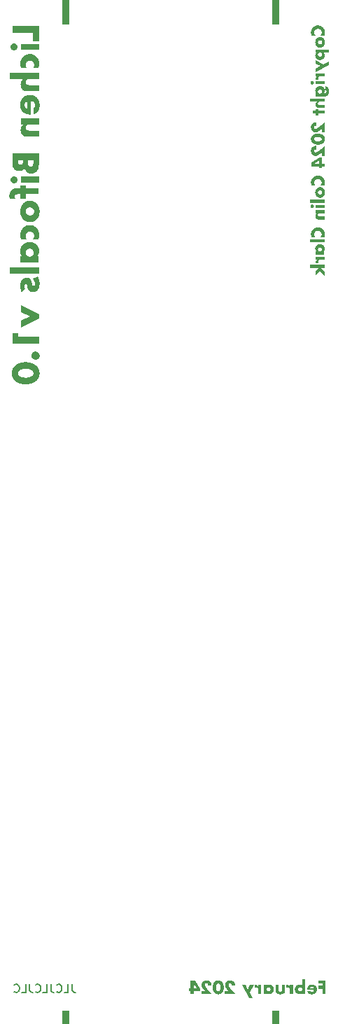
<source format=gbo>
%TF.GenerationSoftware,KiCad,Pcbnew,7.0.8*%
%TF.CreationDate,2024-02-26T10:50:28-05:00*%
%TF.ProjectId,lichen-bifocals-panel,6c696368-656e-42d6-9269-666f63616c73,rev?*%
%TF.SameCoordinates,Original*%
%TF.FileFunction,Legend,Bot*%
%TF.FilePolarity,Positive*%
%FSLAX46Y46*%
G04 Gerber Fmt 4.6, Leading zero omitted, Abs format (unit mm)*
G04 Created by KiCad (PCBNEW 7.0.8) date 2024-02-26 10:50:28*
%MOMM*%
%LPD*%
G01*
G04 APERTURE LIST*
G04 Aperture macros list*
%AMRoundRect*
0 Rectangle with rounded corners*
0 $1 Rounding radius*
0 $2 $3 $4 $5 $6 $7 $8 $9 X,Y pos of 4 corners*
0 Add a 4 corners polygon primitive as box body*
4,1,4,$2,$3,$4,$5,$6,$7,$8,$9,$2,$3,0*
0 Add four circle primitives for the rounded corners*
1,1,$1+$1,$2,$3*
1,1,$1+$1,$4,$5*
1,1,$1+$1,$6,$7*
1,1,$1+$1,$8,$9*
0 Add four rect primitives between the rounded corners*
20,1,$1+$1,$2,$3,$4,$5,0*
20,1,$1+$1,$4,$5,$6,$7,0*
20,1,$1+$1,$6,$7,$8,$9,0*
20,1,$1+$1,$8,$9,$2,$3,0*%
G04 Aperture macros list end*
%ADD10C,0.300000*%
%ADD11C,0.150000*%
%ADD12C,7.400000*%
%ADD13RoundRect,1.600000X0.400000X0.000000X-0.400000X0.000000X-0.400000X0.000000X0.400000X0.000000X0*%
%ADD14C,6.400000*%
%ADD15C,5.100000*%
%ADD16RoundRect,1.600000X-0.400000X0.000000X0.400000X0.000000X0.400000X0.000000X-0.400000X0.000000X0*%
%ADD17C,3.200000*%
G04 APERTURE END LIST*
D10*
G36*
X101041165Y-105570600D02*
G01*
X103526580Y-105570600D01*
X103526580Y-106573705D01*
X104230000Y-106573705D01*
X104230000Y-104768262D01*
X101041165Y-104768262D01*
X101041165Y-105570600D01*
G37*
G36*
X102072847Y-107658143D02*
G01*
X104230000Y-107658143D01*
X104230000Y-106907829D01*
X102072847Y-106907829D01*
X102072847Y-107658143D01*
G37*
G36*
X101228743Y-106860935D02*
G01*
X101196432Y-106862094D01*
X101164893Y-106865571D01*
X101134127Y-106871367D01*
X101104134Y-106879482D01*
X101074913Y-106889915D01*
X101065345Y-106893907D01*
X101037164Y-106907148D01*
X101010322Y-106922140D01*
X100984819Y-106938884D01*
X100960656Y-106957380D01*
X100937833Y-106977627D01*
X100930523Y-106984766D01*
X100909692Y-107007117D01*
X100890612Y-107030756D01*
X100873284Y-107055683D01*
X100857708Y-107081898D01*
X100843883Y-107109401D01*
X100839665Y-107118855D01*
X100828459Y-107148067D01*
X100819572Y-107178000D01*
X100813003Y-107208654D01*
X100808753Y-107240030D01*
X100806821Y-107272127D01*
X100806692Y-107282986D01*
X100807851Y-107315298D01*
X100811329Y-107346837D01*
X100817125Y-107377603D01*
X100825239Y-107407596D01*
X100835672Y-107436816D01*
X100839665Y-107446385D01*
X100852905Y-107474540D01*
X100867897Y-107501305D01*
X100884641Y-107526679D01*
X100903137Y-107550661D01*
X100923384Y-107573253D01*
X100930523Y-107580474D01*
X100952900Y-107601305D01*
X100976616Y-107620385D01*
X101001672Y-107637713D01*
X101028067Y-107653289D01*
X101055802Y-107667113D01*
X101065345Y-107671332D01*
X101094308Y-107682787D01*
X101124043Y-107691872D01*
X101154552Y-107698586D01*
X101185833Y-107702931D01*
X101217887Y-107704906D01*
X101228743Y-107705038D01*
X101260832Y-107703853D01*
X101292250Y-107700298D01*
X101322999Y-107694373D01*
X101353078Y-107686079D01*
X101382488Y-107675414D01*
X101392142Y-107671332D01*
X101420323Y-107658092D01*
X101447165Y-107643099D01*
X101472668Y-107626355D01*
X101496830Y-107607860D01*
X101519654Y-107587612D01*
X101526964Y-107580474D01*
X101547572Y-107558346D01*
X101566531Y-107534827D01*
X101583842Y-107509917D01*
X101599504Y-107483616D01*
X101613517Y-107455924D01*
X101617822Y-107446385D01*
X101629028Y-107417422D01*
X101637915Y-107387686D01*
X101644484Y-107357178D01*
X101648734Y-107325897D01*
X101650666Y-107293843D01*
X101650795Y-107282986D01*
X101649636Y-107250649D01*
X101646158Y-107219033D01*
X101640362Y-107188138D01*
X101632248Y-107157964D01*
X101621815Y-107128512D01*
X101617822Y-107118855D01*
X101604358Y-107090923D01*
X101589246Y-107064278D01*
X101572485Y-107038922D01*
X101554075Y-107014853D01*
X101534016Y-106992073D01*
X101526964Y-106984766D01*
X101504587Y-106963934D01*
X101480871Y-106944855D01*
X101455815Y-106927527D01*
X101429419Y-106911951D01*
X101401685Y-106898126D01*
X101392142Y-106893907D01*
X101362956Y-106882702D01*
X101333100Y-106873815D01*
X101302574Y-106867246D01*
X101271379Y-106862995D01*
X101239514Y-106861063D01*
X101228743Y-106860935D01*
G37*
G36*
X102768939Y-109853398D02*
G01*
X102752790Y-109828932D01*
X102730521Y-109792189D01*
X102710595Y-109755396D01*
X102693014Y-109718550D01*
X102677777Y-109681653D01*
X102664884Y-109644705D01*
X102654335Y-109607705D01*
X102646131Y-109570653D01*
X102640271Y-109533551D01*
X102636754Y-109496396D01*
X102635582Y-109459190D01*
X102636512Y-109425659D01*
X102639303Y-109392844D01*
X102643954Y-109360744D01*
X102650466Y-109329360D01*
X102658838Y-109298691D01*
X102669070Y-109268738D01*
X102673684Y-109256957D01*
X102686131Y-109228431D01*
X102700117Y-109201015D01*
X102715641Y-109174707D01*
X102732703Y-109149509D01*
X102751304Y-109125420D01*
X102771443Y-109102440D01*
X102779930Y-109093558D01*
X102802080Y-109072328D01*
X102825482Y-109052600D01*
X102850136Y-109034375D01*
X102876043Y-109017652D01*
X102903202Y-109002433D01*
X102931613Y-108988715D01*
X102943328Y-108983649D01*
X102973174Y-108972250D01*
X103004093Y-108962784D01*
X103036086Y-108955249D01*
X103069151Y-108949646D01*
X103103291Y-108945975D01*
X103138503Y-108944236D01*
X103152889Y-108944082D01*
X103187704Y-108945048D01*
X103221625Y-108947946D01*
X103254651Y-108952776D01*
X103286783Y-108959538D01*
X103318021Y-108968232D01*
X103348364Y-108978858D01*
X103360251Y-108983649D01*
X103388952Y-108996712D01*
X103416436Y-109011169D01*
X103442704Y-109027023D01*
X103467756Y-109044271D01*
X103491591Y-109062915D01*
X103514210Y-109082954D01*
X103522916Y-109091360D01*
X103543689Y-109113317D01*
X103562959Y-109136598D01*
X103580726Y-109161202D01*
X103596991Y-109187130D01*
X103611753Y-109214382D01*
X103625012Y-109242958D01*
X103629895Y-109254759D01*
X103640660Y-109285059D01*
X103649601Y-109315967D01*
X103656717Y-109347484D01*
X103662009Y-109379609D01*
X103665476Y-109412342D01*
X103667118Y-109445683D01*
X103667264Y-109459190D01*
X103665976Y-109498513D01*
X103662112Y-109537346D01*
X103655672Y-109575690D01*
X103646656Y-109613544D01*
X103635064Y-109650909D01*
X103620896Y-109687784D01*
X103604152Y-109724170D01*
X103584832Y-109760067D01*
X103562936Y-109795474D01*
X103538464Y-109830391D01*
X103520718Y-109853398D01*
X104157459Y-109853398D01*
X104171922Y-109818253D01*
X104185452Y-109783342D01*
X104198049Y-109748666D01*
X104209712Y-109714225D01*
X104220443Y-109680019D01*
X104230240Y-109646047D01*
X104239104Y-109612310D01*
X104247035Y-109578808D01*
X104254034Y-109545540D01*
X104260099Y-109512507D01*
X104265231Y-109479709D01*
X104269429Y-109447146D01*
X104272695Y-109414817D01*
X104275028Y-109382723D01*
X104276428Y-109350864D01*
X104276894Y-109319239D01*
X104276582Y-109289927D01*
X104274944Y-109246292D01*
X104271902Y-109203056D01*
X104267457Y-109160219D01*
X104261607Y-109117781D01*
X104254353Y-109075743D01*
X104245696Y-109034104D01*
X104235634Y-108992865D01*
X104224169Y-108952025D01*
X104211300Y-108911583D01*
X104197027Y-108871542D01*
X104181440Y-108832138D01*
X104164629Y-108793609D01*
X104146595Y-108755957D01*
X104127337Y-108719180D01*
X104106856Y-108683279D01*
X104085151Y-108648254D01*
X104062223Y-108614105D01*
X104038070Y-108580832D01*
X104012695Y-108548434D01*
X103986095Y-108516913D01*
X103967683Y-108496385D01*
X103939003Y-108466595D01*
X103909293Y-108437952D01*
X103878553Y-108410456D01*
X103846782Y-108384106D01*
X103813981Y-108358902D01*
X103780150Y-108334844D01*
X103745288Y-108311932D01*
X103709396Y-108290167D01*
X103672473Y-108269549D01*
X103634520Y-108250076D01*
X103608646Y-108237732D01*
X103569065Y-108220578D01*
X103528635Y-108205111D01*
X103487355Y-108191331D01*
X103445224Y-108179239D01*
X103416665Y-108172115D01*
X103387728Y-108165741D01*
X103358413Y-108160117D01*
X103328720Y-108155242D01*
X103298650Y-108151118D01*
X103268202Y-108147743D01*
X103237376Y-108145119D01*
X103206172Y-108143244D01*
X103174590Y-108142119D01*
X103142630Y-108141744D01*
X103110742Y-108142105D01*
X103079192Y-108143187D01*
X103047980Y-108144990D01*
X103017105Y-108147514D01*
X102986568Y-108150760D01*
X102956368Y-108154727D01*
X102926507Y-108159415D01*
X102896983Y-108164825D01*
X102867797Y-108170956D01*
X102838949Y-108177808D01*
X102810438Y-108185382D01*
X102782265Y-108193676D01*
X102740639Y-108207471D01*
X102699773Y-108222888D01*
X102672951Y-108234068D01*
X102633493Y-108251971D01*
X102595079Y-108271059D01*
X102557708Y-108291332D01*
X102521380Y-108312790D01*
X102486095Y-108335433D01*
X102451853Y-108359261D01*
X102418655Y-108384274D01*
X102386500Y-108410472D01*
X102355389Y-108437855D01*
X102325320Y-108466423D01*
X102305854Y-108486127D01*
X102277596Y-108516742D01*
X102250522Y-108548414D01*
X102224633Y-108581142D01*
X102199929Y-108614926D01*
X102176410Y-108649767D01*
X102154077Y-108685663D01*
X102132928Y-108722616D01*
X102112964Y-108760625D01*
X102094185Y-108799690D01*
X102076590Y-108839811D01*
X102065519Y-108867145D01*
X102055049Y-108894837D01*
X102045255Y-108922775D01*
X102036136Y-108950960D01*
X102027692Y-108979390D01*
X102019924Y-109008067D01*
X102012832Y-109036990D01*
X102006415Y-109066158D01*
X102000673Y-109095573D01*
X101995607Y-109125235D01*
X101991216Y-109155142D01*
X101987501Y-109185296D01*
X101984461Y-109215695D01*
X101982097Y-109246341D01*
X101980408Y-109277233D01*
X101979395Y-109308371D01*
X101979057Y-109339755D01*
X101979535Y-109374391D01*
X101980969Y-109408689D01*
X101983359Y-109442649D01*
X101986705Y-109476272D01*
X101991007Y-109509557D01*
X101996265Y-109542504D01*
X102002479Y-109575113D01*
X102009649Y-109607384D01*
X102017775Y-109639318D01*
X102026857Y-109670914D01*
X102036894Y-109702173D01*
X102047888Y-109733093D01*
X102059838Y-109763676D01*
X102072744Y-109793921D01*
X102086605Y-109823828D01*
X102101423Y-109853398D01*
X102768939Y-109853398D01*
G37*
G36*
X100712903Y-110398548D02*
G01*
X100712903Y-111148862D01*
X102347620Y-111148862D01*
X102324296Y-111168113D01*
X102301950Y-111187399D01*
X102270268Y-111216392D01*
X102240787Y-111245462D01*
X102213510Y-111274609D01*
X102188435Y-111303834D01*
X102165562Y-111333136D01*
X102144892Y-111362515D01*
X102126424Y-111391972D01*
X102110159Y-111421506D01*
X102096096Y-111451117D01*
X102091898Y-111461004D01*
X102080112Y-111491287D01*
X102069486Y-111522511D01*
X102060020Y-111554674D01*
X102051712Y-111587778D01*
X102044564Y-111621822D01*
X102038574Y-111656806D01*
X102033744Y-111692731D01*
X102030074Y-111729595D01*
X102027562Y-111767400D01*
X102026210Y-111806145D01*
X102025952Y-111832498D01*
X102026831Y-111882280D01*
X102029467Y-111930512D01*
X102033860Y-111977192D01*
X102040011Y-112022320D01*
X102047920Y-112065898D01*
X102057585Y-112107924D01*
X102069008Y-112148398D01*
X102082189Y-112187322D01*
X102097127Y-112224694D01*
X102113822Y-112260514D01*
X102132275Y-112294784D01*
X102152485Y-112327502D01*
X102174453Y-112358668D01*
X102198178Y-112388284D01*
X102223660Y-112416348D01*
X102250900Y-112442861D01*
X102279634Y-112467882D01*
X102309598Y-112491289D01*
X102340793Y-112513082D01*
X102373220Y-112533261D01*
X102406876Y-112551825D01*
X102441764Y-112568775D01*
X102477882Y-112584111D01*
X102515232Y-112597833D01*
X102553811Y-112609940D01*
X102593622Y-112620433D01*
X102634663Y-112629311D01*
X102676936Y-112636576D01*
X102720438Y-112642226D01*
X102765172Y-112646261D01*
X102811137Y-112648683D01*
X102858332Y-112649490D01*
X104230000Y-112649490D01*
X104230000Y-111899176D01*
X103143363Y-111899176D01*
X103113280Y-111898951D01*
X103074892Y-111897949D01*
X103038473Y-111896146D01*
X103004023Y-111893541D01*
X102971543Y-111890135D01*
X102941031Y-111885928D01*
X102905661Y-111879541D01*
X102879581Y-111873531D01*
X102849127Y-111864922D01*
X102820963Y-111854669D01*
X102790188Y-111840191D01*
X102762711Y-111823344D01*
X102738531Y-111804127D01*
X102724242Y-111790000D01*
X102703463Y-111764240D01*
X102685454Y-111737151D01*
X102670215Y-111708735D01*
X102657747Y-111678991D01*
X102648050Y-111647919D01*
X102641123Y-111615519D01*
X102636968Y-111581790D01*
X102635582Y-111546734D01*
X102636600Y-111511393D01*
X102639652Y-111477637D01*
X102644740Y-111445465D01*
X102651863Y-111414877D01*
X102661020Y-111385873D01*
X102672213Y-111358454D01*
X102690302Y-111324359D01*
X102712009Y-111293081D01*
X102737334Y-111264619D01*
X102751353Y-111251444D01*
X102781670Y-111227401D01*
X102806451Y-111211473D01*
X102832984Y-111197348D01*
X102861268Y-111185026D01*
X102891304Y-111174508D01*
X102923092Y-111165792D01*
X102956632Y-111158880D01*
X102991923Y-111153771D01*
X103028966Y-111150465D01*
X103067760Y-111148962D01*
X103081081Y-111148862D01*
X104230000Y-111148862D01*
X104230000Y-110398548D01*
X100712903Y-110398548D01*
G37*
G36*
X103194457Y-113092402D02*
G01*
X103226837Y-113093432D01*
X103258822Y-113095149D01*
X103290413Y-113097554D01*
X103321608Y-113100645D01*
X103352408Y-113104423D01*
X103382814Y-113108888D01*
X103412824Y-113114040D01*
X103442439Y-113119879D01*
X103471660Y-113126405D01*
X103500485Y-113133618D01*
X103528916Y-113141517D01*
X103556951Y-113150104D01*
X103598264Y-113164272D01*
X103638688Y-113179986D01*
X103665017Y-113191266D01*
X103703642Y-113209270D01*
X103741224Y-113228575D01*
X103777762Y-113249180D01*
X103813257Y-113271087D01*
X103847709Y-113294295D01*
X103881118Y-113318803D01*
X103913483Y-113344613D01*
X103944805Y-113371723D01*
X103975084Y-113400134D01*
X104004319Y-113429846D01*
X104023187Y-113450339D01*
X104050458Y-113482024D01*
X104076493Y-113514842D01*
X104101291Y-113548794D01*
X104124853Y-113583879D01*
X104147178Y-113620098D01*
X104168267Y-113657450D01*
X104188119Y-113695935D01*
X104206735Y-113735554D01*
X104218459Y-113762596D01*
X104229633Y-113790142D01*
X104240258Y-113818192D01*
X104250373Y-113846760D01*
X104259835Y-113875677D01*
X104268645Y-113904943D01*
X104276803Y-113934559D01*
X104284307Y-113964523D01*
X104291159Y-113994837D01*
X104297359Y-114025500D01*
X104302906Y-114056512D01*
X104307800Y-114087873D01*
X104312042Y-114119584D01*
X104315631Y-114151644D01*
X104318568Y-114184053D01*
X104320852Y-114216811D01*
X104322484Y-114249918D01*
X104323462Y-114283375D01*
X104323789Y-114317180D01*
X104323051Y-114372214D01*
X104320838Y-114425942D01*
X104317149Y-114478363D01*
X104311985Y-114529477D01*
X104305345Y-114579285D01*
X104297230Y-114627786D01*
X104287640Y-114674980D01*
X104276574Y-114720868D01*
X104264032Y-114765449D01*
X104250015Y-114808724D01*
X104234523Y-114850692D01*
X104217555Y-114891353D01*
X104199111Y-114930708D01*
X104179192Y-114968756D01*
X104157798Y-115005498D01*
X104134928Y-115040933D01*
X104110583Y-115075061D01*
X104084762Y-115107883D01*
X104057466Y-115139398D01*
X104028694Y-115169607D01*
X103998447Y-115198509D01*
X103966724Y-115226104D01*
X103933526Y-115252393D01*
X103898852Y-115277375D01*
X103862703Y-115301051D01*
X103825078Y-115323420D01*
X103785978Y-115344482D01*
X103745403Y-115364238D01*
X103703352Y-115382687D01*
X103659825Y-115399830D01*
X103614823Y-115415666D01*
X103568346Y-115430195D01*
X103568346Y-114687208D01*
X103580202Y-114679120D01*
X103613511Y-114653411D01*
X103643434Y-114625539D01*
X103669969Y-114595503D01*
X103693116Y-114563303D01*
X103712876Y-114528939D01*
X103729249Y-114492411D01*
X103742234Y-114453720D01*
X103751832Y-114412864D01*
X103758042Y-114369845D01*
X103760300Y-114339964D01*
X103761053Y-114309120D01*
X103759221Y-114252600D01*
X103753726Y-114199726D01*
X103744567Y-114150499D01*
X103731744Y-114104918D01*
X103715258Y-114062984D01*
X103695108Y-114024696D01*
X103671294Y-113990054D01*
X103643817Y-113959059D01*
X103612676Y-113931711D01*
X103577871Y-113908009D01*
X103539403Y-113887953D01*
X103497271Y-113871544D01*
X103451475Y-113858781D01*
X103402016Y-113849665D01*
X103348893Y-113844195D01*
X103292107Y-113842372D01*
X103292107Y-115460237D01*
X103210041Y-115460237D01*
X103174364Y-115459925D01*
X103139138Y-115458989D01*
X103104365Y-115457429D01*
X103070044Y-115455245D01*
X103036176Y-115452437D01*
X103002759Y-115449005D01*
X102969795Y-115444950D01*
X102937283Y-115440270D01*
X102905223Y-115434966D01*
X102873616Y-115429039D01*
X102842461Y-115422487D01*
X102811758Y-115415311D01*
X102781507Y-115407512D01*
X102751708Y-115399088D01*
X102722362Y-115390041D01*
X102693468Y-115380369D01*
X102664989Y-115370105D01*
X102637071Y-115359281D01*
X102609713Y-115347895D01*
X102582917Y-115335948D01*
X102543775Y-115316975D01*
X102505895Y-115296741D01*
X102469277Y-115275244D01*
X102433922Y-115252485D01*
X102399828Y-115228464D01*
X102366997Y-115203181D01*
X102335428Y-115176635D01*
X102305122Y-115148827D01*
X102285541Y-115129696D01*
X102257276Y-115100012D01*
X102230338Y-115069143D01*
X102204726Y-115037089D01*
X102180440Y-115003850D01*
X102157482Y-114969426D01*
X102135850Y-114933817D01*
X102115545Y-114897023D01*
X102096566Y-114859044D01*
X102078914Y-114819881D01*
X102062588Y-114779532D01*
X102052473Y-114752026D01*
X102043011Y-114724096D01*
X102034201Y-114695743D01*
X102026044Y-114666967D01*
X102018539Y-114637766D01*
X102011687Y-114608142D01*
X102005487Y-114578095D01*
X101999940Y-114547623D01*
X101995046Y-114516729D01*
X101990804Y-114485410D01*
X101987215Y-114453668D01*
X101984278Y-114421502D01*
X101981994Y-114388913D01*
X101980363Y-114355900D01*
X101979384Y-114322464D01*
X101979135Y-114296664D01*
X102494898Y-114296664D01*
X102495806Y-114328087D01*
X102498530Y-114358608D01*
X102503071Y-114388228D01*
X102509427Y-114416946D01*
X102520727Y-114453834D01*
X102535256Y-114489120D01*
X102553013Y-114522802D01*
X102573999Y-114554882D01*
X102598213Y-114585359D01*
X102611296Y-114599885D01*
X102639025Y-114627064D01*
X102668838Y-114651748D01*
X102700735Y-114673936D01*
X102726025Y-114688939D01*
X102752487Y-114702538D01*
X102780121Y-114714733D01*
X102808927Y-114725525D01*
X102838905Y-114734912D01*
X102870055Y-114742896D01*
X102870055Y-113863621D01*
X102858960Y-113865535D01*
X102826618Y-113872254D01*
X102795693Y-113880441D01*
X102766185Y-113890097D01*
X102738094Y-113901221D01*
X102711420Y-113913813D01*
X102678058Y-113932887D01*
X102647214Y-113954571D01*
X102618890Y-113978866D01*
X102593084Y-114005771D01*
X102570072Y-114035000D01*
X102550128Y-114066267D01*
X102533252Y-114099571D01*
X102519445Y-114134914D01*
X102508706Y-114172295D01*
X102502665Y-114201667D01*
X102498350Y-114232187D01*
X102495761Y-114263852D01*
X102494898Y-114296664D01*
X101979135Y-114296664D01*
X101979057Y-114288604D01*
X101979381Y-114254203D01*
X101980351Y-114220243D01*
X101981968Y-114186723D01*
X101984232Y-114153644D01*
X101987143Y-114121006D01*
X101990701Y-114088809D01*
X101994906Y-114057053D01*
X101999757Y-114025737D01*
X102005255Y-113994863D01*
X102011401Y-113964429D01*
X102018193Y-113934435D01*
X102025631Y-113904883D01*
X102033717Y-113875771D01*
X102042450Y-113847101D01*
X102051829Y-113818870D01*
X102061856Y-113791081D01*
X102072483Y-113763767D01*
X102089465Y-113723751D01*
X102107697Y-113684881D01*
X102127178Y-113647158D01*
X102147908Y-113610581D01*
X102169888Y-113575150D01*
X102193117Y-113540866D01*
X102217596Y-113507728D01*
X102243323Y-113475736D01*
X102270301Y-113444891D01*
X102298527Y-113415191D01*
X102317927Y-113396052D01*
X102347993Y-113368383D01*
X102379219Y-113341964D01*
X102411603Y-113316795D01*
X102445147Y-113292874D01*
X102479850Y-113270203D01*
X102515712Y-113248782D01*
X102552734Y-113228610D01*
X102590914Y-113209687D01*
X102630254Y-113192013D01*
X102670753Y-113175589D01*
X102698259Y-113165474D01*
X102726189Y-113156012D01*
X102754542Y-113147202D01*
X102783319Y-113139044D01*
X102812519Y-113131540D01*
X102842143Y-113124687D01*
X102872191Y-113118488D01*
X102902662Y-113112941D01*
X102933557Y-113108046D01*
X102964875Y-113103805D01*
X102996617Y-113100215D01*
X103028783Y-113097279D01*
X103061372Y-113094995D01*
X103094385Y-113093363D01*
X103127821Y-113092384D01*
X103161681Y-113092058D01*
X103194457Y-113092402D01*
G37*
G36*
X102072847Y-115902805D02*
G01*
X102072847Y-116653119D01*
X102346154Y-116653119D01*
X102322919Y-116672370D01*
X102300657Y-116691656D01*
X102269088Y-116720649D01*
X102239708Y-116749719D01*
X102212519Y-116778866D01*
X102187519Y-116808091D01*
X102164708Y-116837393D01*
X102144087Y-116866772D01*
X102125656Y-116896229D01*
X102109414Y-116925763D01*
X102095362Y-116955374D01*
X102091165Y-116965261D01*
X102079511Y-116995544D01*
X102069003Y-117026767D01*
X102059641Y-117058931D01*
X102051426Y-117092035D01*
X102044357Y-117126079D01*
X102038434Y-117161063D01*
X102033658Y-117196987D01*
X102030028Y-117233852D01*
X102027544Y-117271657D01*
X102026207Y-117310402D01*
X102025952Y-117336755D01*
X102026602Y-117378366D01*
X102028554Y-117418843D01*
X102031806Y-117458187D01*
X102036359Y-117496398D01*
X102042213Y-117533475D01*
X102049368Y-117569419D01*
X102057824Y-117604229D01*
X102067580Y-117637906D01*
X102078638Y-117670449D01*
X102090996Y-117701859D01*
X102099958Y-117722170D01*
X102114237Y-117751970D01*
X102129599Y-117780920D01*
X102146042Y-117809020D01*
X102163568Y-117836269D01*
X102182175Y-117862669D01*
X102201864Y-117888219D01*
X102222635Y-117912918D01*
X102244488Y-117936768D01*
X102267423Y-117959767D01*
X102291440Y-117981916D01*
X102308053Y-117996210D01*
X102335747Y-118018192D01*
X102364244Y-118038342D01*
X102393541Y-118056660D01*
X102423640Y-118073147D01*
X102454541Y-118087801D01*
X102486243Y-118100624D01*
X102518746Y-118111615D01*
X102552051Y-118120774D01*
X102586169Y-118128502D01*
X102621477Y-118135200D01*
X102657976Y-118140867D01*
X102695666Y-118145504D01*
X102734546Y-118149110D01*
X102764488Y-118151139D01*
X102795099Y-118152588D01*
X102826381Y-118153457D01*
X102858332Y-118153747D01*
X104230000Y-118153747D01*
X104230000Y-117403433D01*
X103141165Y-117403433D01*
X103111749Y-117403227D01*
X103074191Y-117402311D01*
X103038534Y-117400662D01*
X103004776Y-117398281D01*
X102972920Y-117395167D01*
X102942964Y-117391320D01*
X102908192Y-117385481D01*
X102882512Y-117379986D01*
X102852566Y-117372011D01*
X102824552Y-117362283D01*
X102793485Y-117348295D01*
X102765201Y-117331783D01*
X102739698Y-117312746D01*
X102724242Y-117298653D01*
X102703811Y-117275937D01*
X102686115Y-117252030D01*
X102669239Y-117223247D01*
X102655935Y-117192908D01*
X102653168Y-117185080D01*
X102643871Y-117153343D01*
X102637916Y-117124597D01*
X102633994Y-117094940D01*
X102632105Y-117064371D01*
X102631919Y-117050990D01*
X102632936Y-117015650D01*
X102635989Y-116981894D01*
X102641076Y-116949721D01*
X102648199Y-116919134D01*
X102657357Y-116890130D01*
X102668549Y-116862711D01*
X102686638Y-116828616D01*
X102708346Y-116797338D01*
X102733671Y-116768876D01*
X102747690Y-116755701D01*
X102778178Y-116731658D01*
X102803073Y-116715730D01*
X102829707Y-116701605D01*
X102858079Y-116689283D01*
X102888190Y-116678764D01*
X102920040Y-116670049D01*
X102953629Y-116663137D01*
X102988957Y-116658028D01*
X103026023Y-116654722D01*
X103064829Y-116653219D01*
X103078150Y-116653119D01*
X104230000Y-116653119D01*
X104230000Y-115902805D01*
X102072847Y-115902805D01*
G37*
G36*
X104230000Y-121500118D02*
G01*
X104229771Y-121531703D01*
X104229084Y-121562892D01*
X104227939Y-121593687D01*
X104226336Y-121624087D01*
X104224275Y-121654091D01*
X104221756Y-121683701D01*
X104218780Y-121712916D01*
X104213456Y-121755997D01*
X104207102Y-121798190D01*
X104199717Y-121839494D01*
X104191302Y-121879909D01*
X104181857Y-121919436D01*
X104171381Y-121958073D01*
X104163736Y-121983295D01*
X104151421Y-122020227D01*
X104138088Y-122056076D01*
X104123737Y-122090843D01*
X104108369Y-122124529D01*
X104091984Y-122157132D01*
X104074581Y-122188654D01*
X104056160Y-122219094D01*
X104036722Y-122248452D01*
X104016267Y-122276727D01*
X103994794Y-122303921D01*
X103979924Y-122321441D01*
X103956816Y-122346787D01*
X103932741Y-122371012D01*
X103907700Y-122394116D01*
X103881693Y-122416100D01*
X103854720Y-122436964D01*
X103826781Y-122456707D01*
X103797876Y-122475329D01*
X103768006Y-122492831D01*
X103737169Y-122509212D01*
X103705366Y-122524473D01*
X103683556Y-122533967D01*
X103650111Y-122547059D01*
X103615790Y-122558773D01*
X103580593Y-122569110D01*
X103544521Y-122578068D01*
X103507572Y-122585648D01*
X103469748Y-122591849D01*
X103431048Y-122596673D01*
X103391472Y-122600118D01*
X103351020Y-122602186D01*
X103309692Y-122602875D01*
X103274407Y-122602325D01*
X103239625Y-122600676D01*
X103205347Y-122597929D01*
X103171573Y-122594082D01*
X103138303Y-122589136D01*
X103105536Y-122583091D01*
X103073273Y-122575947D01*
X103041514Y-122567704D01*
X103010235Y-122558384D01*
X102979781Y-122547645D01*
X102950152Y-122535486D01*
X102921346Y-122521908D01*
X102893365Y-122506910D01*
X102866209Y-122490492D01*
X102839876Y-122472655D01*
X102814368Y-122453398D01*
X102789593Y-122432687D01*
X102765825Y-122410488D01*
X102743064Y-122386800D01*
X102721311Y-122361624D01*
X102700566Y-122334959D01*
X102680828Y-122306806D01*
X102662098Y-122277165D01*
X102644375Y-122246036D01*
X102631763Y-122221785D01*
X102615889Y-122187948D01*
X102601092Y-122152393D01*
X102590700Y-122124600D01*
X102580913Y-122095841D01*
X102571732Y-122066117D01*
X102563156Y-122035426D01*
X102555185Y-122003769D01*
X102547820Y-121971146D01*
X102541060Y-121937557D01*
X102527038Y-121958554D01*
X102505286Y-121988762D01*
X102482671Y-122017424D01*
X102459193Y-122044541D01*
X102434852Y-122070112D01*
X102409648Y-122094138D01*
X102383581Y-122116618D01*
X102356651Y-122137552D01*
X102328858Y-122156941D01*
X102300202Y-122174784D01*
X102270683Y-122191081D01*
X102260619Y-122196220D01*
X102229456Y-122210659D01*
X102196837Y-122223629D01*
X102162763Y-122235131D01*
X102127234Y-122245164D01*
X102090249Y-122253729D01*
X102051809Y-122260826D01*
X102011913Y-122266455D01*
X101970562Y-122270615D01*
X101927755Y-122273307D01*
X101898409Y-122274286D01*
X101868415Y-122274612D01*
X101819048Y-122273728D01*
X101771146Y-122271074D01*
X101724709Y-122266652D01*
X101679738Y-122260461D01*
X101636232Y-122252502D01*
X101594192Y-122242773D01*
X101553617Y-122231275D01*
X101514508Y-122218009D01*
X101476864Y-122202974D01*
X101440685Y-122186170D01*
X101405972Y-122167597D01*
X101372725Y-122147255D01*
X101340942Y-122125144D01*
X101310626Y-122101265D01*
X101281775Y-122075616D01*
X101254389Y-122048199D01*
X101228569Y-122019170D01*
X101204415Y-121988505D01*
X101181926Y-121956202D01*
X101161103Y-121922261D01*
X101141947Y-121886684D01*
X101124456Y-121849469D01*
X101108630Y-121810618D01*
X101094471Y-121770129D01*
X101081977Y-121728002D01*
X101071150Y-121684239D01*
X101061988Y-121638839D01*
X101054491Y-121591801D01*
X101048661Y-121543126D01*
X101044497Y-121492814D01*
X101041998Y-121440864D01*
X101041165Y-121387278D01*
X101041165Y-120966692D01*
X101697690Y-120966692D01*
X101697690Y-121124228D01*
X101698880Y-121172674D01*
X101702452Y-121217995D01*
X101708406Y-121260190D01*
X101716741Y-121299259D01*
X101727457Y-121335203D01*
X101740554Y-121368021D01*
X101756033Y-121397714D01*
X101773893Y-121424281D01*
X101794135Y-121447722D01*
X101816758Y-121468038D01*
X101841762Y-121485229D01*
X101869148Y-121499294D01*
X101898915Y-121510233D01*
X101931064Y-121518047D01*
X101965594Y-121522735D01*
X102002505Y-121524298D01*
X102039416Y-121522735D01*
X102073946Y-121518047D01*
X102106094Y-121510233D01*
X102135861Y-121499294D01*
X102163247Y-121485229D01*
X102188251Y-121468038D01*
X102210874Y-121447722D01*
X102231116Y-121424281D01*
X102248976Y-121397714D01*
X102264455Y-121368021D01*
X102277553Y-121335203D01*
X102288269Y-121299259D01*
X102296604Y-121260190D01*
X102302557Y-121217995D01*
X102306129Y-121172674D01*
X102307320Y-121124228D01*
X102307320Y-120966692D01*
X102916950Y-120966692D01*
X102916950Y-121155003D01*
X102917025Y-121175065D01*
X102917626Y-121214111D01*
X102918828Y-121251721D01*
X102920631Y-121287894D01*
X102923036Y-121322630D01*
X102926041Y-121355929D01*
X102929647Y-121387791D01*
X102933855Y-121418216D01*
X102938663Y-121447205D01*
X102947003Y-121487994D01*
X102956695Y-121525550D01*
X102967740Y-121559873D01*
X102980137Y-121590963D01*
X102993886Y-121618820D01*
X103003861Y-121635767D01*
X103025958Y-121666382D01*
X103050916Y-121692623D01*
X103078737Y-121714490D01*
X103109420Y-121731984D01*
X103142965Y-121745104D01*
X103179373Y-121753851D01*
X103208557Y-121757541D01*
X103239351Y-121758771D01*
X103249839Y-121758635D01*
X103280223Y-121756585D01*
X103318210Y-121750024D01*
X103353313Y-121739091D01*
X103385530Y-121723784D01*
X103414862Y-121704103D01*
X103441309Y-121680049D01*
X103464871Y-121651621D01*
X103485547Y-121618820D01*
X103490236Y-121609894D01*
X103503408Y-121580959D01*
X103515240Y-121548791D01*
X103525733Y-121513390D01*
X103534886Y-121474757D01*
X103542700Y-121432890D01*
X103547165Y-121403183D01*
X103551035Y-121372039D01*
X103554309Y-121339459D01*
X103556988Y-121305441D01*
X103559072Y-121269987D01*
X103560560Y-121233096D01*
X103561453Y-121194768D01*
X103561751Y-121155003D01*
X103561751Y-120966692D01*
X102916950Y-120966692D01*
X102307320Y-120966692D01*
X101697690Y-120966692D01*
X101041165Y-120966692D01*
X101041165Y-120164354D01*
X104230000Y-120164354D01*
X104230000Y-121500118D01*
G37*
G36*
X102072847Y-123725415D02*
G01*
X104230000Y-123725415D01*
X104230000Y-122975101D01*
X102072847Y-122975101D01*
X102072847Y-123725415D01*
G37*
G36*
X101228743Y-122928206D02*
G01*
X101196432Y-122929365D01*
X101164893Y-122932843D01*
X101134127Y-122938639D01*
X101104134Y-122946753D01*
X101074913Y-122957186D01*
X101065345Y-122961179D01*
X101037164Y-122974419D01*
X101010322Y-122989412D01*
X100984819Y-123006156D01*
X100960656Y-123024651D01*
X100937833Y-123044899D01*
X100930523Y-123052037D01*
X100909692Y-123074388D01*
X100890612Y-123098027D01*
X100873284Y-123122954D01*
X100857708Y-123149170D01*
X100843883Y-123176673D01*
X100839665Y-123186127D01*
X100828459Y-123215338D01*
X100819572Y-123245271D01*
X100813003Y-123275926D01*
X100808753Y-123307301D01*
X100806821Y-123339398D01*
X100806692Y-123350258D01*
X100807851Y-123382569D01*
X100811329Y-123414108D01*
X100817125Y-123444874D01*
X100825239Y-123474867D01*
X100835672Y-123504088D01*
X100839665Y-123513656D01*
X100852905Y-123541812D01*
X100867897Y-123568576D01*
X100884641Y-123593950D01*
X100903137Y-123617933D01*
X100923384Y-123640524D01*
X100930523Y-123647745D01*
X100952900Y-123668577D01*
X100976616Y-123687656D01*
X101001672Y-123704984D01*
X101028067Y-123720560D01*
X101055802Y-123734385D01*
X101065345Y-123738604D01*
X101094308Y-123750058D01*
X101124043Y-123759143D01*
X101154552Y-123765858D01*
X101185833Y-123770203D01*
X101217887Y-123772178D01*
X101228743Y-123772309D01*
X101260832Y-123771124D01*
X101292250Y-123767570D01*
X101322999Y-123761645D01*
X101353078Y-123753350D01*
X101382488Y-123742685D01*
X101392142Y-123738604D01*
X101420323Y-123725363D01*
X101447165Y-123710371D01*
X101472668Y-123693627D01*
X101496830Y-123675131D01*
X101519654Y-123654884D01*
X101526964Y-123647745D01*
X101547572Y-123625618D01*
X101566531Y-123602099D01*
X101583842Y-123577189D01*
X101599504Y-123550888D01*
X101613517Y-123523196D01*
X101617822Y-123513656D01*
X101629028Y-123484693D01*
X101637915Y-123454958D01*
X101644484Y-123424449D01*
X101648734Y-123393168D01*
X101650666Y-123361114D01*
X101650795Y-123350258D01*
X101649636Y-123317920D01*
X101646158Y-123286304D01*
X101640362Y-123255409D01*
X101632248Y-123225236D01*
X101621815Y-123195784D01*
X101617822Y-123186127D01*
X101604358Y-123158194D01*
X101589246Y-123131550D01*
X101572485Y-123106193D01*
X101554075Y-123082125D01*
X101534016Y-123059344D01*
X101526964Y-123052037D01*
X101504587Y-123031206D01*
X101480871Y-123012126D01*
X101455815Y-122994798D01*
X101429419Y-122979222D01*
X101401685Y-122965398D01*
X101392142Y-122961179D01*
X101362956Y-122949973D01*
X101333100Y-122941086D01*
X101302574Y-122934517D01*
X101271379Y-122930267D01*
X101239514Y-122928335D01*
X101228743Y-122928206D01*
G37*
G36*
X102682477Y-125100013D02*
G01*
X104206552Y-125100013D01*
X104206552Y-124349699D01*
X102682477Y-124349699D01*
X102682477Y-124068332D01*
X102025952Y-124068332D01*
X102025952Y-124349699D01*
X101704284Y-124349699D01*
X101671191Y-124349894D01*
X101638957Y-124350478D01*
X101607581Y-124351451D01*
X101577064Y-124352814D01*
X101547406Y-124354565D01*
X101504528Y-124357923D01*
X101463583Y-124362156D01*
X101424569Y-124367265D01*
X101387488Y-124373250D01*
X101352338Y-124380111D01*
X101319121Y-124387847D01*
X101287835Y-124396460D01*
X101277836Y-124399525D01*
X101244612Y-124410390D01*
X101211982Y-124422835D01*
X101179948Y-124436860D01*
X101148510Y-124452465D01*
X101117666Y-124469649D01*
X101087418Y-124488414D01*
X101057766Y-124508759D01*
X101028709Y-124530683D01*
X101000441Y-124553867D01*
X100973159Y-124577990D01*
X100946860Y-124603052D01*
X100921547Y-124629052D01*
X100897218Y-124655991D01*
X100873874Y-124683869D01*
X100851514Y-124712686D01*
X100830139Y-124742442D01*
X100809840Y-124773125D01*
X100790709Y-124804357D01*
X100772746Y-124836140D01*
X100755950Y-124868471D01*
X100740323Y-124901352D01*
X100725863Y-124934783D01*
X100712570Y-124968763D01*
X100700446Y-125003293D01*
X100689627Y-125038212D01*
X100680250Y-125072994D01*
X100672316Y-125107638D01*
X100665825Y-125142145D01*
X100660776Y-125176515D01*
X100657169Y-125210747D01*
X100655005Y-125244842D01*
X100654284Y-125278799D01*
X100655031Y-125313730D01*
X100657272Y-125347630D01*
X100661008Y-125380500D01*
X100666237Y-125412339D01*
X100672960Y-125443148D01*
X100675533Y-125453189D01*
X100683845Y-125483242D01*
X100693394Y-125513501D01*
X100704178Y-125543967D01*
X100716200Y-125574638D01*
X100729458Y-125605516D01*
X100734152Y-125615854D01*
X101397271Y-125615854D01*
X101383927Y-125588738D01*
X101370053Y-125558013D01*
X101358001Y-125528270D01*
X101347773Y-125499509D01*
X101341584Y-125479567D01*
X101333249Y-125447693D01*
X101327295Y-125415087D01*
X101324040Y-125385955D01*
X101322607Y-125356262D01*
X101322533Y-125347676D01*
X101324264Y-125316687D01*
X101329459Y-125285179D01*
X101337187Y-125256085D01*
X101349352Y-125227734D01*
X101365439Y-125203076D01*
X101386395Y-125179228D01*
X101397271Y-125168890D01*
X101422825Y-125150343D01*
X101449242Y-125136744D01*
X101479445Y-125125599D01*
X101508348Y-125118000D01*
X101529162Y-125113935D01*
X101563174Y-125109204D01*
X101594784Y-125106009D01*
X101629363Y-125103494D01*
X101659164Y-125101971D01*
X101690866Y-125100884D01*
X101724469Y-125100231D01*
X101759972Y-125100013D01*
X102025952Y-125100013D01*
X102025952Y-125615854D01*
X102682477Y-125615854D01*
X102682477Y-125100013D01*
G37*
G36*
X103165703Y-125888804D02*
G01*
X103198650Y-125889929D01*
X103231213Y-125891804D01*
X103263393Y-125894429D01*
X103295190Y-125897803D01*
X103326602Y-125901928D01*
X103357632Y-125906802D01*
X103388278Y-125912426D01*
X103418540Y-125918800D01*
X103448419Y-125925924D01*
X103477914Y-125933798D01*
X103507025Y-125942422D01*
X103535754Y-125951796D01*
X103564098Y-125961920D01*
X103592059Y-125972793D01*
X103619637Y-125984417D01*
X103633225Y-125990533D01*
X103660050Y-126003196D01*
X103686405Y-126016431D01*
X103725058Y-126037356D01*
X103762655Y-126059570D01*
X103799195Y-126083072D01*
X103834680Y-126107862D01*
X103869108Y-126133939D01*
X103902480Y-126161305D01*
X103934796Y-126189959D01*
X103966056Y-126219900D01*
X103996259Y-126251130D01*
X104015668Y-126272631D01*
X104043718Y-126305827D01*
X104070494Y-126340157D01*
X104095994Y-126375619D01*
X104120219Y-126412216D01*
X104135661Y-126437243D01*
X104150536Y-126462774D01*
X104164844Y-126488809D01*
X104178585Y-126515347D01*
X104191760Y-126542390D01*
X104204368Y-126569936D01*
X104216410Y-126597985D01*
X104227884Y-126626539D01*
X104238792Y-126655596D01*
X104249085Y-126685160D01*
X104258713Y-126715050D01*
X104267678Y-126745267D01*
X104275978Y-126775809D01*
X104283615Y-126806678D01*
X104290587Y-126837874D01*
X104296895Y-126869395D01*
X104302540Y-126901243D01*
X104307520Y-126933418D01*
X104311836Y-126965918D01*
X104315488Y-126998745D01*
X104318476Y-127031898D01*
X104320801Y-127065377D01*
X104322461Y-127099183D01*
X104323457Y-127133315D01*
X104323789Y-127167773D01*
X104323457Y-127202787D01*
X104322461Y-127237486D01*
X104320801Y-127271870D01*
X104318476Y-127305939D01*
X104315488Y-127339693D01*
X104311836Y-127373132D01*
X104307520Y-127406257D01*
X104302540Y-127439066D01*
X104296895Y-127471561D01*
X104290587Y-127503741D01*
X104283615Y-127535606D01*
X104275978Y-127567156D01*
X104267678Y-127598392D01*
X104258713Y-127629312D01*
X104249085Y-127659918D01*
X104238792Y-127690209D01*
X104233411Y-127705208D01*
X104222237Y-127734797D01*
X104210514Y-127763843D01*
X104198240Y-127792345D01*
X104185418Y-127820303D01*
X104172045Y-127847718D01*
X104158123Y-127874588D01*
X104143652Y-127900915D01*
X104128631Y-127926698D01*
X104113061Y-127951937D01*
X104096941Y-127976632D01*
X104080271Y-128000783D01*
X104054236Y-128035991D01*
X104026965Y-128069975D01*
X103998457Y-128102735D01*
X103968679Y-128134377D01*
X103937870Y-128164731D01*
X103906030Y-128193797D01*
X103873161Y-128221574D01*
X103839261Y-128248064D01*
X103804330Y-128273266D01*
X103768369Y-128297180D01*
X103731378Y-128319806D01*
X103693356Y-128341144D01*
X103654304Y-128361194D01*
X103627697Y-128373845D01*
X103600686Y-128385823D01*
X103573326Y-128397029D01*
X103545617Y-128407461D01*
X103517558Y-128417121D01*
X103489151Y-128426009D01*
X103460394Y-128434123D01*
X103431288Y-128441465D01*
X103401833Y-128448033D01*
X103372029Y-128453829D01*
X103341875Y-128458853D01*
X103311373Y-128463103D01*
X103280521Y-128466581D01*
X103249320Y-128469285D01*
X103217769Y-128471217D01*
X103185870Y-128472377D01*
X103153621Y-128472763D01*
X103121284Y-128472385D01*
X103089301Y-128471252D01*
X103057674Y-128469363D01*
X103026401Y-128466718D01*
X102995484Y-128463318D01*
X102964921Y-128459162D01*
X102934713Y-128454250D01*
X102904860Y-128448583D01*
X102875362Y-128442160D01*
X102846219Y-128434982D01*
X102817431Y-128427048D01*
X102788997Y-128418358D01*
X102760919Y-128408913D01*
X102733195Y-128398712D01*
X102705827Y-128387755D01*
X102678813Y-128376043D01*
X102652209Y-128363649D01*
X102613172Y-128343921D01*
X102575178Y-128322828D01*
X102538227Y-128300370D01*
X102502320Y-128276546D01*
X102467456Y-128251357D01*
X102433635Y-128224803D01*
X102400858Y-128196883D01*
X102369124Y-128167599D01*
X102338433Y-128136949D01*
X102308785Y-128104933D01*
X102289548Y-128082980D01*
X102261712Y-128049127D01*
X102235100Y-128014166D01*
X102218039Y-127990244D01*
X102201521Y-127965829D01*
X102185547Y-127940922D01*
X102170116Y-127915523D01*
X102155230Y-127889631D01*
X102140887Y-127863247D01*
X102127089Y-127836371D01*
X102113834Y-127809002D01*
X102101123Y-127781142D01*
X102088955Y-127752788D01*
X102077332Y-127723943D01*
X102066252Y-127694605D01*
X102055693Y-127664861D01*
X102045816Y-127634796D01*
X102036620Y-127604411D01*
X102028104Y-127573705D01*
X102020271Y-127542679D01*
X102013118Y-127511331D01*
X102006646Y-127479664D01*
X102000856Y-127447676D01*
X101995747Y-127415367D01*
X101991319Y-127382738D01*
X101987573Y-127349788D01*
X101984507Y-127316517D01*
X101982123Y-127282926D01*
X101980420Y-127249015D01*
X101979398Y-127214783D01*
X101979057Y-127180230D01*
X102647306Y-127180230D01*
X102647458Y-127192824D01*
X102649164Y-127223907D01*
X102652767Y-127254419D01*
X102658266Y-127284357D01*
X102665661Y-127313724D01*
X102674953Y-127342518D01*
X102686140Y-127370739D01*
X102698799Y-127398277D01*
X102712959Y-127424563D01*
X102728623Y-127449597D01*
X102749403Y-127477984D01*
X102772346Y-127504569D01*
X102793119Y-127525345D01*
X102801820Y-127533396D01*
X102824374Y-127552648D01*
X102848073Y-127570648D01*
X102872918Y-127587396D01*
X102898907Y-127602891D01*
X102926040Y-127617134D01*
X102954319Y-127630125D01*
X102965900Y-127635005D01*
X102995202Y-127645828D01*
X103025005Y-127654683D01*
X103055308Y-127661570D01*
X103086113Y-127666490D01*
X103117418Y-127669441D01*
X103149225Y-127670425D01*
X103162543Y-127670268D01*
X103195362Y-127668497D01*
X103227501Y-127664758D01*
X103258960Y-127659051D01*
X103289740Y-127651377D01*
X103319840Y-127641735D01*
X103349260Y-127630125D01*
X103360709Y-127625079D01*
X103388529Y-127611587D01*
X103415205Y-127596843D01*
X103440736Y-127580847D01*
X103465122Y-127563599D01*
X103488364Y-127545098D01*
X103510460Y-127525345D01*
X103514735Y-127521290D01*
X103535207Y-127500263D01*
X103557790Y-127473378D01*
X103574956Y-127449597D01*
X103590619Y-127424563D01*
X103604780Y-127398277D01*
X103617438Y-127370739D01*
X103622052Y-127359519D01*
X103632285Y-127331069D01*
X103640657Y-127302046D01*
X103647168Y-127272451D01*
X103651819Y-127242283D01*
X103654610Y-127211542D01*
X103655540Y-127180230D01*
X103655391Y-127167722D01*
X103653717Y-127136803D01*
X103650182Y-127106384D01*
X103644787Y-127076467D01*
X103637531Y-127047051D01*
X103628415Y-127018135D01*
X103617438Y-126989720D01*
X103612555Y-126978552D01*
X103599296Y-126951483D01*
X103584534Y-126925630D01*
X103568270Y-126900993D01*
X103550503Y-126877573D01*
X103531233Y-126855369D01*
X103510460Y-126834382D01*
X103501759Y-126826419D01*
X103479205Y-126807364D01*
X103455505Y-126789525D01*
X103430661Y-126772903D01*
X103404672Y-126757497D01*
X103377539Y-126743307D01*
X103349260Y-126730334D01*
X103337556Y-126725543D01*
X103307671Y-126714917D01*
X103276891Y-126706223D01*
X103245217Y-126699461D01*
X103212649Y-126694631D01*
X103179186Y-126691733D01*
X103144829Y-126690767D01*
X103132054Y-126690922D01*
X103100545Y-126692660D01*
X103069644Y-126696331D01*
X103039351Y-126701934D01*
X103009666Y-126709469D01*
X102980589Y-126718936D01*
X102952121Y-126730334D01*
X102940938Y-126735378D01*
X102913708Y-126748837D01*
X102887515Y-126763513D01*
X102862360Y-126779406D01*
X102838242Y-126796515D01*
X102815162Y-126814840D01*
X102793119Y-126834382D01*
X102784629Y-126842631D01*
X102764458Y-126864105D01*
X102745789Y-126886795D01*
X102728623Y-126910702D01*
X102712959Y-126935825D01*
X102698799Y-126962164D01*
X102686140Y-126989720D01*
X102681438Y-127001026D01*
X102671009Y-127029641D01*
X102662476Y-127058757D01*
X102655839Y-127088374D01*
X102651098Y-127118492D01*
X102648254Y-127149110D01*
X102647306Y-127180230D01*
X101979057Y-127180230D01*
X101979407Y-127145231D01*
X101980454Y-127110575D01*
X101982200Y-127076262D01*
X101984644Y-127042294D01*
X101987787Y-127008668D01*
X101991628Y-126975386D01*
X101996168Y-126942448D01*
X102001406Y-126909853D01*
X102007342Y-126877601D01*
X102013977Y-126845693D01*
X102021310Y-126814129D01*
X102029341Y-126782908D01*
X102038071Y-126752030D01*
X102047499Y-126721496D01*
X102057625Y-126691305D01*
X102068450Y-126661458D01*
X102074057Y-126646729D01*
X102085667Y-126617649D01*
X102097802Y-126589072D01*
X102110465Y-126561000D01*
X102123654Y-126533431D01*
X102137370Y-126506366D01*
X102151612Y-126479804D01*
X102166381Y-126453747D01*
X102181677Y-126428193D01*
X102197499Y-126403143D01*
X102213848Y-126378596D01*
X102230724Y-126354553D01*
X102257025Y-126319434D01*
X102284511Y-126285448D01*
X102313182Y-126252595D01*
X102332814Y-126231455D01*
X102363067Y-126200839D01*
X102394286Y-126171537D01*
X102426470Y-126143549D01*
X102459621Y-126116875D01*
X102493738Y-126091514D01*
X102528821Y-126067467D01*
X102564870Y-126044734D01*
X102601885Y-126023314D01*
X102639866Y-126003209D01*
X102678813Y-125984417D01*
X102691989Y-125978511D01*
X102731902Y-125961920D01*
X102772394Y-125947015D01*
X102813466Y-125933798D01*
X102855118Y-125922269D01*
X102897349Y-125912426D01*
X102940160Y-125904271D01*
X102983551Y-125897803D01*
X103012800Y-125894429D01*
X103042307Y-125891804D01*
X103072071Y-125889929D01*
X103102093Y-125888804D01*
X103132372Y-125888429D01*
X103165703Y-125888804D01*
G37*
G36*
X102768939Y-130539790D02*
G01*
X102752790Y-130515324D01*
X102730521Y-130478582D01*
X102710595Y-130441788D01*
X102693014Y-130404942D01*
X102677777Y-130368045D01*
X102664884Y-130331097D01*
X102654335Y-130294097D01*
X102646131Y-130257046D01*
X102640271Y-130219943D01*
X102636754Y-130182788D01*
X102635582Y-130145582D01*
X102636512Y-130112051D01*
X102639303Y-130079236D01*
X102643954Y-130047136D01*
X102650466Y-130015752D01*
X102658838Y-129985083D01*
X102669070Y-129955130D01*
X102673684Y-129943349D01*
X102686131Y-129914824D01*
X102700117Y-129887407D01*
X102715641Y-129861100D01*
X102732703Y-129835901D01*
X102751304Y-129811812D01*
X102771443Y-129788832D01*
X102779930Y-129779951D01*
X102802080Y-129758720D01*
X102825482Y-129738992D01*
X102850136Y-129720767D01*
X102876043Y-129704045D01*
X102903202Y-129688825D01*
X102931613Y-129675108D01*
X102943328Y-129670041D01*
X102973174Y-129658643D01*
X103004093Y-129649176D01*
X103036086Y-129641641D01*
X103069151Y-129636038D01*
X103103291Y-129632367D01*
X103138503Y-129630629D01*
X103152889Y-129630474D01*
X103187704Y-129631440D01*
X103221625Y-129634338D01*
X103254651Y-129639168D01*
X103286783Y-129645930D01*
X103318021Y-129654624D01*
X103348364Y-129665250D01*
X103360251Y-129670041D01*
X103388952Y-129683104D01*
X103416436Y-129697562D01*
X103442704Y-129713415D01*
X103467756Y-129730663D01*
X103491591Y-129749307D01*
X103514210Y-129769346D01*
X103522916Y-129777752D01*
X103543689Y-129799709D01*
X103562959Y-129822990D01*
X103580726Y-129847594D01*
X103596991Y-129873522D01*
X103611753Y-129900774D01*
X103625012Y-129929350D01*
X103629895Y-129941151D01*
X103640660Y-129971451D01*
X103649601Y-130002360D01*
X103656717Y-130033876D01*
X103662009Y-130066001D01*
X103665476Y-130098734D01*
X103667118Y-130132075D01*
X103667264Y-130145582D01*
X103665976Y-130184905D01*
X103662112Y-130223738D01*
X103655672Y-130262082D01*
X103646656Y-130299936D01*
X103635064Y-130337301D01*
X103620896Y-130374176D01*
X103604152Y-130410562D01*
X103584832Y-130446459D01*
X103562936Y-130481866D01*
X103538464Y-130516784D01*
X103520718Y-130539790D01*
X104157459Y-130539790D01*
X104171922Y-130504645D01*
X104185452Y-130469734D01*
X104198049Y-130435059D01*
X104209712Y-130400618D01*
X104220443Y-130366411D01*
X104230240Y-130332439D01*
X104239104Y-130298702D01*
X104247035Y-130265200D01*
X104254034Y-130231933D01*
X104260099Y-130198900D01*
X104265231Y-130166101D01*
X104269429Y-130133538D01*
X104272695Y-130101209D01*
X104275028Y-130069115D01*
X104276428Y-130037256D01*
X104276894Y-130005631D01*
X104276582Y-129976319D01*
X104274944Y-129932684D01*
X104271902Y-129889448D01*
X104267457Y-129846611D01*
X104261607Y-129804174D01*
X104254353Y-129762135D01*
X104245696Y-129720497D01*
X104235634Y-129679257D01*
X104224169Y-129638417D01*
X104211300Y-129597976D01*
X104197027Y-129557934D01*
X104181440Y-129518530D01*
X104164629Y-129480001D01*
X104146595Y-129442349D01*
X104127337Y-129405572D01*
X104106856Y-129369671D01*
X104085151Y-129334646D01*
X104062223Y-129300497D01*
X104038070Y-129267224D01*
X104012695Y-129234826D01*
X103986095Y-129203305D01*
X103967683Y-129182777D01*
X103939003Y-129152988D01*
X103909293Y-129124345D01*
X103878553Y-129096848D01*
X103846782Y-129070498D01*
X103813981Y-129045294D01*
X103780150Y-129021236D01*
X103745288Y-128998325D01*
X103709396Y-128976560D01*
X103672473Y-128955941D01*
X103634520Y-128936468D01*
X103608646Y-128924124D01*
X103569065Y-128906970D01*
X103528635Y-128891503D01*
X103487355Y-128877724D01*
X103445224Y-128865631D01*
X103416665Y-128858507D01*
X103387728Y-128852133D01*
X103358413Y-128846509D01*
X103328720Y-128841635D01*
X103298650Y-128837510D01*
X103268202Y-128834135D01*
X103237376Y-128831511D01*
X103206172Y-128829636D01*
X103174590Y-128828511D01*
X103142630Y-128828136D01*
X103110742Y-128828497D01*
X103079192Y-128829579D01*
X103047980Y-128831382D01*
X103017105Y-128833907D01*
X102986568Y-128837152D01*
X102956368Y-128841119D01*
X102926507Y-128845808D01*
X102896983Y-128851217D01*
X102867797Y-128857348D01*
X102838949Y-128864200D01*
X102810438Y-128871774D01*
X102782265Y-128880068D01*
X102740639Y-128893863D01*
X102699773Y-128909280D01*
X102672951Y-128920460D01*
X102633493Y-128938363D01*
X102595079Y-128957451D01*
X102557708Y-128977725D01*
X102521380Y-128999183D01*
X102486095Y-129021826D01*
X102451853Y-129045654D01*
X102418655Y-129070667D01*
X102386500Y-129096864D01*
X102355389Y-129124247D01*
X102325320Y-129152815D01*
X102305854Y-129172519D01*
X102277596Y-129203134D01*
X102250522Y-129234806D01*
X102224633Y-129267534D01*
X102199929Y-129301319D01*
X102176410Y-129336159D01*
X102154077Y-129372056D01*
X102132928Y-129409008D01*
X102112964Y-129447017D01*
X102094185Y-129486082D01*
X102076590Y-129526203D01*
X102065519Y-129553538D01*
X102055049Y-129581230D01*
X102045255Y-129609168D01*
X102036136Y-129637352D01*
X102027692Y-129665782D01*
X102019924Y-129694459D01*
X102012832Y-129723382D01*
X102006415Y-129752551D01*
X102000673Y-129781966D01*
X101995607Y-129811627D01*
X101991216Y-129841534D01*
X101987501Y-129871688D01*
X101984461Y-129902087D01*
X101982097Y-129932733D01*
X101980408Y-129963625D01*
X101979395Y-129994763D01*
X101979057Y-130026147D01*
X101979535Y-130060783D01*
X101980969Y-130095081D01*
X101983359Y-130129041D01*
X101986705Y-130162664D01*
X101991007Y-130195949D01*
X101996265Y-130228896D01*
X102002479Y-130261505D01*
X102009649Y-130293777D01*
X102017775Y-130325710D01*
X102026857Y-130357306D01*
X102036894Y-130388565D01*
X102047888Y-130419485D01*
X102059838Y-130450068D01*
X102072744Y-130480313D01*
X102086605Y-130510221D01*
X102101423Y-130539790D01*
X102768939Y-130539790D01*
G37*
G36*
X103131144Y-130885717D02*
G01*
X103162164Y-130886353D01*
X103192882Y-130887624D01*
X103223296Y-130889530D01*
X103253406Y-130892072D01*
X103283213Y-130895249D01*
X103312717Y-130899061D01*
X103341917Y-130903509D01*
X103370814Y-130908592D01*
X103413591Y-130917409D01*
X103455685Y-130927655D01*
X103497096Y-130939330D01*
X103537825Y-130952436D01*
X103577871Y-130966971D01*
X103604129Y-130977389D01*
X103642722Y-130993962D01*
X103680362Y-131011667D01*
X103717048Y-131030506D01*
X103752781Y-131050479D01*
X103787562Y-131071585D01*
X103821389Y-131093825D01*
X103854263Y-131117197D01*
X103886184Y-131141704D01*
X103917152Y-131167344D01*
X103947166Y-131194117D01*
X103966492Y-131212627D01*
X103994450Y-131241111D01*
X104021172Y-131270458D01*
X104046657Y-131300668D01*
X104070906Y-131331741D01*
X104093918Y-131363677D01*
X104115694Y-131396476D01*
X104136233Y-131430138D01*
X104155536Y-131464662D01*
X104173602Y-131500050D01*
X104190432Y-131536301D01*
X104200902Y-131560905D01*
X104215341Y-131598368D01*
X104228259Y-131636502D01*
X104239658Y-131675305D01*
X104249537Y-131714778D01*
X104257896Y-131754920D01*
X104264735Y-131795733D01*
X104270055Y-131837215D01*
X104273854Y-131879367D01*
X104276134Y-131922188D01*
X104276894Y-131965680D01*
X104275615Y-132016667D01*
X104271776Y-132066316D01*
X104265379Y-132114624D01*
X104256424Y-132161593D01*
X104244909Y-132207223D01*
X104230835Y-132251513D01*
X104214203Y-132294463D01*
X104195012Y-132336074D01*
X104173262Y-132376346D01*
X104148953Y-132415278D01*
X104122085Y-132452870D01*
X104092659Y-132489123D01*
X104060673Y-132524036D01*
X104026129Y-132557610D01*
X103989026Y-132589844D01*
X103949364Y-132620739D01*
X104183105Y-132620739D01*
X104183105Y-133371053D01*
X102025952Y-133371053D01*
X102025952Y-132620739D01*
X102247969Y-132620739D01*
X102213986Y-132587323D01*
X102182195Y-132552836D01*
X102152597Y-132517279D01*
X102125191Y-132480651D01*
X102099978Y-132442952D01*
X102076957Y-132404184D01*
X102056128Y-132364344D01*
X102037493Y-132323435D01*
X102021049Y-132281454D01*
X102006798Y-132238404D01*
X101994740Y-132194283D01*
X101988822Y-132167180D01*
X102635582Y-132167180D01*
X102635731Y-132179499D01*
X102637405Y-132209896D01*
X102640940Y-132239720D01*
X102646336Y-132268972D01*
X102653591Y-132297652D01*
X102662707Y-132325759D01*
X102673684Y-132353293D01*
X102680948Y-132369567D01*
X102694200Y-132395746D01*
X102711992Y-132425602D01*
X102731844Y-132453757D01*
X102753758Y-132480213D01*
X102777732Y-132504968D01*
X102799141Y-132524281D01*
X102826343Y-132545851D01*
X102855195Y-132565669D01*
X102880497Y-132580846D01*
X102906944Y-132594806D01*
X102934535Y-132607550D01*
X102945752Y-132612253D01*
X102974171Y-132622682D01*
X103003126Y-132631215D01*
X103032617Y-132637852D01*
X103062646Y-132642592D01*
X103093211Y-132645437D01*
X103124312Y-132646385D01*
X103136811Y-132646233D01*
X103167634Y-132644526D01*
X103197848Y-132640924D01*
X103227454Y-132635425D01*
X103256452Y-132628029D01*
X103284842Y-132618738D01*
X103312623Y-132607550D01*
X103328923Y-132600050D01*
X103355259Y-132586576D01*
X103385493Y-132568801D01*
X103414232Y-132549275D01*
X103441478Y-132527998D01*
X103467229Y-132504968D01*
X103479474Y-132492803D01*
X103502417Y-132467198D01*
X103523300Y-132439892D01*
X103542122Y-132410886D01*
X103558883Y-132380180D01*
X103571277Y-132353293D01*
X103575802Y-132342348D01*
X103585837Y-132314585D01*
X103594048Y-132286249D01*
X103600435Y-132257340D01*
X103604996Y-132227859D01*
X103607733Y-132197806D01*
X103608646Y-132167180D01*
X103608500Y-132154501D01*
X103606858Y-132123252D01*
X103603391Y-132092648D01*
X103598099Y-132062688D01*
X103590983Y-132033371D01*
X103582042Y-132004699D01*
X103571277Y-131976671D01*
X103564012Y-131960397D01*
X103550760Y-131934218D01*
X103532969Y-131904363D01*
X103513116Y-131876207D01*
X103491203Y-131849751D01*
X103467229Y-131824996D01*
X103445820Y-131805930D01*
X103418617Y-131784704D01*
X103389766Y-131765281D01*
X103364464Y-131750472D01*
X103338017Y-131736916D01*
X103310425Y-131724612D01*
X103299105Y-131720176D01*
X103270329Y-131710337D01*
X103240873Y-131702287D01*
X103210738Y-131696026D01*
X103179922Y-131691554D01*
X103148427Y-131688870D01*
X103116252Y-131687976D01*
X103085047Y-131688870D01*
X103054629Y-131691554D01*
X103024997Y-131696026D01*
X102996153Y-131702287D01*
X102962579Y-131712162D01*
X102930139Y-131724612D01*
X102919497Y-131729384D01*
X102888465Y-131744900D01*
X102858772Y-131762219D01*
X102830419Y-131781341D01*
X102803406Y-131802267D01*
X102777732Y-131824996D01*
X102765487Y-131837161D01*
X102742543Y-131862767D01*
X102721661Y-131890072D01*
X102702839Y-131919078D01*
X102686077Y-131949784D01*
X102673684Y-131976671D01*
X102669070Y-131987805D01*
X102658838Y-132016091D01*
X102650466Y-132045021D01*
X102643954Y-132074595D01*
X102639303Y-132104812D01*
X102636512Y-132135674D01*
X102635582Y-132167180D01*
X101988822Y-132167180D01*
X101984873Y-132149091D01*
X101977200Y-132102829D01*
X101971719Y-132055496D01*
X101968430Y-132007093D01*
X101967334Y-131957620D01*
X101967689Y-131928016D01*
X101969552Y-131884222D01*
X101973012Y-131841162D01*
X101978070Y-131798836D01*
X101984725Y-131757244D01*
X101992976Y-131716387D01*
X102002825Y-131676264D01*
X102014271Y-131636874D01*
X102027314Y-131598219D01*
X102041955Y-131560299D01*
X102058192Y-131523112D01*
X102069810Y-131498869D01*
X102088213Y-131463299D01*
X102107789Y-131428681D01*
X102128536Y-131395017D01*
X102150456Y-131362307D01*
X102173547Y-131330549D01*
X102197811Y-131299744D01*
X102223247Y-131269893D01*
X102249855Y-131240994D01*
X102277635Y-131213049D01*
X102306587Y-131186057D01*
X102326394Y-131168620D01*
X102356876Y-131143367D01*
X102388286Y-131119195D01*
X102420624Y-131096106D01*
X102453888Y-131074098D01*
X102488081Y-131053172D01*
X102523200Y-131033329D01*
X102559247Y-131014567D01*
X102596221Y-130996887D01*
X102634122Y-130980289D01*
X102672951Y-130964773D01*
X102699238Y-130955190D01*
X102739011Y-130941975D01*
X102779197Y-130930151D01*
X102819795Y-130919718D01*
X102860805Y-130910677D01*
X102902227Y-130903026D01*
X102944061Y-130896766D01*
X102986307Y-130891898D01*
X103028966Y-130888420D01*
X103072037Y-130886334D01*
X103115519Y-130885638D01*
X103131144Y-130885717D01*
G37*
G36*
X100712903Y-134672379D02*
G01*
X104230000Y-134672379D01*
X104230000Y-133922065D01*
X100712903Y-133922065D01*
X100712903Y-134672379D01*
G37*
G36*
X102605540Y-136611179D02*
G01*
X102592142Y-136584557D01*
X102579609Y-136557999D01*
X102562429Y-136518279D01*
X102547194Y-136478701D01*
X102533904Y-136439265D01*
X102522559Y-136399970D01*
X102513159Y-136360817D01*
X102505703Y-136321805D01*
X102500193Y-136282936D01*
X102496627Y-136244208D01*
X102495006Y-136205621D01*
X102494898Y-136192791D01*
X102495954Y-136160151D01*
X102499120Y-136129550D01*
X102505706Y-136095521D01*
X102515332Y-136064429D01*
X102527997Y-136036273D01*
X102538129Y-136019134D01*
X102558445Y-135993439D01*
X102581566Y-135974054D01*
X102611425Y-135959629D01*
X102640557Y-135953768D01*
X102653900Y-135953189D01*
X102685076Y-135955152D01*
X102713835Y-135962205D01*
X102716915Y-135963447D01*
X102741207Y-135981791D01*
X102758947Y-136005865D01*
X102761612Y-136010341D01*
X102775787Y-136039512D01*
X102786742Y-136069303D01*
X102795992Y-136100261D01*
X102800446Y-136117320D01*
X102808240Y-136150233D01*
X102815590Y-136181849D01*
X102822188Y-136210597D01*
X102829214Y-136241527D01*
X102836670Y-136274639D01*
X102842944Y-136302700D01*
X102851399Y-136342001D01*
X102860644Y-136380037D01*
X102870679Y-136416808D01*
X102881504Y-136452314D01*
X102893119Y-136486555D01*
X102905524Y-136519531D01*
X102918719Y-136551241D01*
X102932704Y-136581687D01*
X102947478Y-136610867D01*
X102963043Y-136638782D01*
X102979398Y-136665432D01*
X102996543Y-136690817D01*
X103014477Y-136714937D01*
X103033202Y-136737792D01*
X103062770Y-136769702D01*
X103073021Y-136779706D01*
X103104745Y-136807991D01*
X103138091Y-136833493D01*
X103173060Y-136856214D01*
X103209652Y-136876152D01*
X103247867Y-136893308D01*
X103287705Y-136907682D01*
X103329166Y-136919274D01*
X103372249Y-136928084D01*
X103401873Y-136932412D01*
X103432218Y-136935503D01*
X103463285Y-136937358D01*
X103495073Y-136937976D01*
X103531002Y-136937306D01*
X103566248Y-136935297D01*
X103600811Y-136931948D01*
X103634692Y-136927260D01*
X103667890Y-136921232D01*
X103700406Y-136913864D01*
X103732239Y-136905158D01*
X103763389Y-136895111D01*
X103793856Y-136883725D01*
X103823641Y-136871000D01*
X103843119Y-136861772D01*
X103871676Y-136846962D01*
X103899370Y-136831109D01*
X103926201Y-136814213D01*
X103952169Y-136796273D01*
X103977275Y-136777290D01*
X104001517Y-136757264D01*
X104024896Y-136736194D01*
X104047413Y-136714081D01*
X104069066Y-136690925D01*
X104089857Y-136666726D01*
X104103237Y-136650013D01*
X104122472Y-136624114D01*
X104140881Y-136597248D01*
X104158467Y-136569417D01*
X104175228Y-136540619D01*
X104191165Y-136510856D01*
X104206277Y-136480126D01*
X104220566Y-136448431D01*
X104234030Y-136415769D01*
X104246669Y-136382142D01*
X104258484Y-136347548D01*
X104265903Y-136323949D01*
X104276248Y-136288025D01*
X104285575Y-136251418D01*
X104293885Y-136214128D01*
X104301177Y-136176156D01*
X104307452Y-136137501D01*
X104312709Y-136098163D01*
X104316949Y-136058143D01*
X104320171Y-136017440D01*
X104322376Y-135976054D01*
X104323563Y-135933986D01*
X104323789Y-135905561D01*
X104322827Y-135850655D01*
X104319942Y-135795847D01*
X104315133Y-135741135D01*
X104308401Y-135686521D01*
X104299746Y-135632004D01*
X104289167Y-135577585D01*
X104276665Y-135523263D01*
X104262240Y-135469038D01*
X104245891Y-135414911D01*
X104227618Y-135360881D01*
X104207422Y-135306948D01*
X104185303Y-135253112D01*
X104173522Y-135226231D01*
X104161260Y-135199374D01*
X104148518Y-135172541D01*
X104135294Y-135145733D01*
X104121590Y-135118949D01*
X104107405Y-135092190D01*
X104092739Y-135065454D01*
X104077592Y-135038743D01*
X103534640Y-135315715D01*
X103562057Y-135356796D01*
X103587706Y-135397609D01*
X103611585Y-135438152D01*
X103633696Y-135478426D01*
X103654038Y-135518432D01*
X103672611Y-135558168D01*
X103689415Y-135597635D01*
X103704450Y-135636833D01*
X103717716Y-135675762D01*
X103729214Y-135714422D01*
X103738943Y-135752813D01*
X103746902Y-135790935D01*
X103753093Y-135828788D01*
X103757516Y-135866372D01*
X103760169Y-135903687D01*
X103761053Y-135940732D01*
X103759908Y-135973655D01*
X103756474Y-136004646D01*
X103750749Y-136033704D01*
X103740857Y-136066025D01*
X103727668Y-136095563D01*
X103714159Y-136118053D01*
X103695423Y-136141709D01*
X103671350Y-136163122D01*
X103644893Y-136177873D01*
X103616052Y-136185962D01*
X103593991Y-136187662D01*
X103563835Y-136186116D01*
X103534383Y-136180406D01*
X103523649Y-136176671D01*
X103496905Y-136160368D01*
X103476793Y-136138219D01*
X103472358Y-136131974D01*
X103456340Y-136104402D01*
X103444137Y-136076047D01*
X103433970Y-136046463D01*
X103429127Y-136030125D01*
X103420687Y-135998704D01*
X103413286Y-135968703D01*
X103405729Y-135935867D01*
X103399314Y-135906340D01*
X103392792Y-135874845D01*
X103388827Y-135855003D01*
X103379307Y-135810515D01*
X103369250Y-135767728D01*
X103358654Y-135726641D01*
X103347520Y-135687254D01*
X103335847Y-135649567D01*
X103323637Y-135613580D01*
X103310889Y-135579294D01*
X103297602Y-135546707D01*
X103283778Y-135515821D01*
X103269415Y-135486635D01*
X103254515Y-135459149D01*
X103239076Y-135433364D01*
X103214909Y-135397873D01*
X103189531Y-135366207D01*
X103171939Y-135347222D01*
X103144177Y-135321426D01*
X103114469Y-135298167D01*
X103082816Y-135277445D01*
X103049219Y-135259260D01*
X103013677Y-135243613D01*
X102976189Y-135230504D01*
X102936757Y-135219931D01*
X102895380Y-135211896D01*
X102852058Y-135206399D01*
X102822097Y-135204143D01*
X102791271Y-135203016D01*
X102775533Y-135202875D01*
X102741240Y-135203467D01*
X102707604Y-135205245D01*
X102674625Y-135208207D01*
X102642303Y-135212354D01*
X102610637Y-135217687D01*
X102579629Y-135224204D01*
X102549277Y-135231906D01*
X102519582Y-135240793D01*
X102490544Y-135250865D01*
X102462163Y-135262123D01*
X102443607Y-135270286D01*
X102416255Y-135283578D01*
X102389700Y-135297900D01*
X102363945Y-135313253D01*
X102338987Y-135329637D01*
X102314829Y-135347050D01*
X102291469Y-135365495D01*
X102268907Y-135384969D01*
X102247144Y-135405474D01*
X102226180Y-135427009D01*
X102206014Y-135449575D01*
X102193014Y-135465191D01*
X102174192Y-135489554D01*
X102156195Y-135514831D01*
X102139021Y-135541022D01*
X102122672Y-135568128D01*
X102107148Y-135596149D01*
X102092447Y-135625084D01*
X102078571Y-135654933D01*
X102065519Y-135685697D01*
X102053292Y-135717375D01*
X102041889Y-135749968D01*
X102034745Y-135772205D01*
X102024793Y-135806356D01*
X102015820Y-135841216D01*
X102007826Y-135876784D01*
X102000810Y-135913060D01*
X101994774Y-135950045D01*
X101989716Y-135987738D01*
X101985638Y-136026140D01*
X101982538Y-136065250D01*
X101980417Y-136105069D01*
X101979275Y-136145596D01*
X101979057Y-136173007D01*
X101979590Y-136217898D01*
X101981187Y-136262629D01*
X101983849Y-136307200D01*
X101987575Y-136351610D01*
X101992367Y-136395860D01*
X101998223Y-136439949D01*
X102005144Y-136483879D01*
X102013129Y-136527648D01*
X102022180Y-136571257D01*
X102032295Y-136614705D01*
X102043475Y-136657993D01*
X102055719Y-136701121D01*
X102069028Y-136744089D01*
X102083403Y-136786896D01*
X102098841Y-136829543D01*
X102115345Y-136872030D01*
X102605540Y-136611179D01*
G37*
G36*
X102049399Y-139342058D02*
G01*
X103167543Y-139854968D01*
X102049399Y-140375205D01*
X102049399Y-141223705D01*
X104230000Y-140102630D01*
X104230000Y-139594117D01*
X102049399Y-138485498D01*
X102049399Y-139342058D01*
G37*
G36*
X101744584Y-142348443D02*
G01*
X101744584Y-141879497D01*
X101041165Y-141879497D01*
X101041165Y-143150781D01*
X104230000Y-143150781D01*
X104230000Y-142348443D01*
X101744584Y-142348443D01*
G37*
G36*
X103832128Y-144127508D02*
G01*
X103800586Y-144128421D01*
X103769617Y-144131158D01*
X103739220Y-144135719D01*
X103709396Y-144142106D01*
X103680144Y-144150317D01*
X103651465Y-144160352D01*
X103640153Y-144164877D01*
X103612543Y-144177500D01*
X103586043Y-144191553D01*
X103560651Y-144207038D01*
X103536369Y-144223954D01*
X103513196Y-144242300D01*
X103491131Y-144262078D01*
X103482616Y-144270390D01*
X103462073Y-144292011D01*
X103443032Y-144314740D01*
X103425494Y-144338579D01*
X103409458Y-144363527D01*
X103394925Y-144389584D01*
X103381895Y-144416750D01*
X103377103Y-144427927D01*
X103366127Y-144456571D01*
X103357011Y-144485715D01*
X103349755Y-144515361D01*
X103344360Y-144545507D01*
X103340825Y-144576154D01*
X103339150Y-144607302D01*
X103339002Y-144619902D01*
X103339932Y-144651232D01*
X103342722Y-144682026D01*
X103347374Y-144712284D01*
X103353885Y-144742004D01*
X103362257Y-144771188D01*
X103372490Y-144799835D01*
X103377103Y-144811144D01*
X103389533Y-144838754D01*
X103403465Y-144865254D01*
X103418899Y-144890646D01*
X103435836Y-144914928D01*
X103454276Y-144938101D01*
X103474219Y-144960165D01*
X103482616Y-144968681D01*
X103504237Y-144989224D01*
X103526966Y-145008265D01*
X103550805Y-145025803D01*
X103575753Y-145041839D01*
X103601810Y-145056372D01*
X103628976Y-145069402D01*
X103640153Y-145074193D01*
X103668603Y-145085170D01*
X103697626Y-145094286D01*
X103727222Y-145101542D01*
X103757390Y-145106937D01*
X103788130Y-145110472D01*
X103819443Y-145112147D01*
X103832128Y-145112295D01*
X103863265Y-145111365D01*
X103893938Y-145108574D01*
X103924145Y-145103923D01*
X103953887Y-145097412D01*
X103983164Y-145089040D01*
X104011976Y-145078807D01*
X104023370Y-145074193D01*
X104050980Y-145061764D01*
X104077480Y-145047832D01*
X104102872Y-145032398D01*
X104127154Y-145015461D01*
X104150327Y-144997021D01*
X104172392Y-144977078D01*
X104180907Y-144968681D01*
X104201239Y-144947060D01*
X104220105Y-144924330D01*
X104237504Y-144900492D01*
X104253435Y-144875544D01*
X104267900Y-144849487D01*
X104280898Y-144822321D01*
X104285687Y-144811144D01*
X104296663Y-144782711D01*
X104305780Y-144753742D01*
X104313035Y-144724236D01*
X104318431Y-144694194D01*
X104321966Y-144663614D01*
X104323640Y-144632498D01*
X104323789Y-144619902D01*
X104322859Y-144588553D01*
X104320068Y-144557706D01*
X104315417Y-144527359D01*
X104308905Y-144497513D01*
X104300533Y-144468168D01*
X104290301Y-144439324D01*
X104285687Y-144427927D01*
X104273276Y-144400317D01*
X104259397Y-144373817D01*
X104244052Y-144348425D01*
X104227240Y-144324143D01*
X104208961Y-144300970D01*
X104189216Y-144278905D01*
X104180907Y-144270390D01*
X104159286Y-144250040D01*
X104136557Y-144231121D01*
X104112718Y-144213632D01*
X104087770Y-144197575D01*
X104061713Y-144182949D01*
X104034547Y-144169755D01*
X104023370Y-144164877D01*
X103994744Y-144154112D01*
X103965653Y-144145171D01*
X103936097Y-144138055D01*
X103906076Y-144132763D01*
X103875590Y-144129296D01*
X103844639Y-144127654D01*
X103832128Y-144127508D01*
G37*
G36*
X102681472Y-145414563D02*
G01*
X102728284Y-145415714D01*
X102774552Y-145417631D01*
X102820276Y-145420316D01*
X102865456Y-145423768D01*
X102910092Y-145427987D01*
X102954185Y-145432973D01*
X102997733Y-145438726D01*
X103040738Y-145445246D01*
X103083199Y-145452533D01*
X103125116Y-145460588D01*
X103166490Y-145469409D01*
X103207319Y-145478997D01*
X103247605Y-145489353D01*
X103287347Y-145500476D01*
X103326545Y-145512365D01*
X103365125Y-145524950D01*
X103403012Y-145538160D01*
X103440207Y-145551993D01*
X103476709Y-145566450D01*
X103512518Y-145581531D01*
X103547635Y-145597236D01*
X103582059Y-145613565D01*
X103615790Y-145630518D01*
X103648828Y-145648095D01*
X103681174Y-145666295D01*
X103712828Y-145685120D01*
X103743788Y-145704569D01*
X103774056Y-145724642D01*
X103803632Y-145745338D01*
X103832514Y-145766659D01*
X103860704Y-145788604D01*
X103888061Y-145811210D01*
X103914629Y-145834331D01*
X103940406Y-145857967D01*
X103965393Y-145882118D01*
X103989590Y-145906785D01*
X104012997Y-145931967D01*
X104035615Y-145957664D01*
X104057442Y-145983876D01*
X104078479Y-146010603D01*
X104098727Y-146037846D01*
X104118184Y-146065604D01*
X104136851Y-146093877D01*
X104154729Y-146122665D01*
X104171816Y-146151968D01*
X104188114Y-146181787D01*
X104203621Y-146212121D01*
X104218173Y-146243010D01*
X104231786Y-146274311D01*
X104244459Y-146306025D01*
X104256195Y-146338150D01*
X104266991Y-146370688D01*
X104276848Y-146403638D01*
X104285767Y-146437000D01*
X104293747Y-146470774D01*
X104300788Y-146504960D01*
X104306890Y-146539559D01*
X104312054Y-146574570D01*
X104316278Y-146609993D01*
X104319564Y-146645828D01*
X104321911Y-146682075D01*
X104323319Y-146718734D01*
X104323789Y-146755806D01*
X104323319Y-146792262D01*
X104321911Y-146828357D01*
X104319564Y-146864092D01*
X104316278Y-146899466D01*
X104312054Y-146934480D01*
X104306890Y-146969133D01*
X104300788Y-147003425D01*
X104293747Y-147037356D01*
X104285767Y-147070927D01*
X104276848Y-147104138D01*
X104266991Y-147136987D01*
X104256195Y-147169477D01*
X104244459Y-147201605D01*
X104231786Y-147233373D01*
X104218173Y-147264780D01*
X104203621Y-147295826D01*
X104188114Y-147326418D01*
X104171816Y-147356460D01*
X104154729Y-147385952D01*
X104136851Y-147414895D01*
X104118184Y-147443288D01*
X104098727Y-147471132D01*
X104078479Y-147498426D01*
X104057442Y-147525170D01*
X104035615Y-147551366D01*
X104012997Y-147577011D01*
X103989590Y-147602107D01*
X103965393Y-147626653D01*
X103940406Y-147650650D01*
X103914629Y-147674098D01*
X103888061Y-147696995D01*
X103860704Y-147719344D01*
X103832514Y-147741111D01*
X103803632Y-147762265D01*
X103774056Y-147782808D01*
X103743788Y-147802737D01*
X103712828Y-147822054D01*
X103681174Y-147840759D01*
X103648828Y-147858851D01*
X103615790Y-147876331D01*
X103582059Y-147893198D01*
X103547635Y-147909452D01*
X103512518Y-147925094D01*
X103476709Y-147940124D01*
X103440207Y-147954541D01*
X103403012Y-147968345D01*
X103365125Y-147981537D01*
X103326545Y-147994117D01*
X103287347Y-148006006D01*
X103247605Y-148017129D01*
X103207319Y-148027485D01*
X103166490Y-148037073D01*
X103125116Y-148045894D01*
X103083199Y-148053949D01*
X103040738Y-148061236D01*
X102997733Y-148067756D01*
X102954185Y-148073509D01*
X102910092Y-148078495D01*
X102865456Y-148082714D01*
X102820276Y-148086166D01*
X102774552Y-148088851D01*
X102728284Y-148090768D01*
X102681472Y-148091919D01*
X102634117Y-148092302D01*
X102586673Y-148091919D01*
X102539778Y-148090768D01*
X102493433Y-148088851D01*
X102447637Y-148086166D01*
X102402391Y-148082714D01*
X102357695Y-148078495D01*
X102313548Y-148073509D01*
X102269951Y-148067756D01*
X102226903Y-148061236D01*
X102184405Y-148053949D01*
X102142456Y-148045894D01*
X102101057Y-148037073D01*
X102060207Y-148027485D01*
X102019907Y-148017129D01*
X101980157Y-148006006D01*
X101940956Y-147994117D01*
X101902387Y-147981537D01*
X101864534Y-147968345D01*
X101827397Y-147954541D01*
X101790975Y-147940124D01*
X101755269Y-147925094D01*
X101720278Y-147909452D01*
X101686003Y-147893198D01*
X101652444Y-147876331D01*
X101619600Y-147858851D01*
X101587471Y-147840759D01*
X101556058Y-147822054D01*
X101525361Y-147802737D01*
X101495379Y-147782808D01*
X101466113Y-147762265D01*
X101437562Y-147741111D01*
X101409727Y-147719344D01*
X101382548Y-147696995D01*
X101356147Y-147674098D01*
X101330524Y-147650650D01*
X101305680Y-147626653D01*
X101281614Y-147602107D01*
X101258327Y-147577011D01*
X101235819Y-147551366D01*
X101214089Y-147525170D01*
X101193137Y-147498426D01*
X101172964Y-147471132D01*
X101153570Y-147443288D01*
X101134954Y-147414895D01*
X101117117Y-147385952D01*
X101100058Y-147356460D01*
X101083778Y-147326418D01*
X101068276Y-147295826D01*
X101053636Y-147264780D01*
X101039940Y-147233373D01*
X101027189Y-147201605D01*
X101015382Y-147169477D01*
X101004520Y-147136987D01*
X100994602Y-147104138D01*
X100985629Y-147070927D01*
X100977601Y-147037356D01*
X100970517Y-147003425D01*
X100964377Y-146969133D01*
X100959182Y-146934480D01*
X100954932Y-146899466D01*
X100951626Y-146864092D01*
X100949265Y-146828357D01*
X100947848Y-146792262D01*
X100947376Y-146755806D01*
X101697690Y-146755806D01*
X101698777Y-146785367D01*
X101703196Y-146821481D01*
X101711013Y-146856664D01*
X101722230Y-146890918D01*
X101736845Y-146924241D01*
X101750984Y-146950230D01*
X101767299Y-146975624D01*
X101785365Y-147000388D01*
X101805126Y-147024122D01*
X101826581Y-147046825D01*
X101849731Y-147068497D01*
X101874575Y-147089140D01*
X101901113Y-147108752D01*
X101929346Y-147127333D01*
X101959274Y-147144884D01*
X101974859Y-147153285D01*
X102007213Y-147169382D01*
X102041148Y-147184540D01*
X102076662Y-147198760D01*
X102104335Y-147208808D01*
X102132896Y-147218329D01*
X102162346Y-147227321D01*
X102192685Y-147235786D01*
X102223913Y-147243722D01*
X102256029Y-147251130D01*
X102277770Y-147255833D01*
X102310855Y-147262318D01*
X102344506Y-147268120D01*
X102378724Y-147273240D01*
X102413508Y-147277677D01*
X102448859Y-147281432D01*
X102484778Y-147284503D01*
X102521262Y-147286893D01*
X102558314Y-147288599D01*
X102595932Y-147289623D01*
X102634117Y-147289965D01*
X102660074Y-147289813D01*
X102698463Y-147289016D01*
X102736195Y-147287537D01*
X102773270Y-147285376D01*
X102809688Y-147282531D01*
X102845450Y-147279004D01*
X102880554Y-147274795D01*
X102915001Y-147269903D01*
X102948792Y-147264328D01*
X102981926Y-147258070D01*
X103014403Y-147251130D01*
X103025029Y-147248719D01*
X103056374Y-147241135D01*
X103086922Y-147233023D01*
X103116670Y-147224383D01*
X103145620Y-147215214D01*
X103173771Y-147205518D01*
X103210064Y-147191768D01*
X103244938Y-147177079D01*
X103278391Y-147161451D01*
X103310425Y-147144884D01*
X103340868Y-147127333D01*
X103369547Y-147108752D01*
X103396464Y-147089140D01*
X103421617Y-147068497D01*
X103445007Y-147046825D01*
X103466634Y-147024122D01*
X103486498Y-147000388D01*
X103504598Y-146975624D01*
X103520741Y-146950230D01*
X103534732Y-146924241D01*
X103549193Y-146890918D01*
X103560291Y-146856664D01*
X103568026Y-146821481D01*
X103572399Y-146785367D01*
X103573475Y-146755806D01*
X103573206Y-146740335D01*
X103571053Y-146709996D01*
X103566749Y-146680458D01*
X103560291Y-146651721D01*
X103549193Y-146616927D01*
X103534732Y-146583385D01*
X103520741Y-146557454D01*
X103504598Y-146532323D01*
X103486498Y-146508212D01*
X103466634Y-146484971D01*
X103445007Y-146462600D01*
X103421617Y-146441099D01*
X103396464Y-146420468D01*
X103369547Y-146400707D01*
X103340868Y-146381816D01*
X103310425Y-146363796D01*
X103294586Y-146355126D01*
X103261842Y-146338525D01*
X103227678Y-146322909D01*
X103192095Y-146308277D01*
X103164476Y-146297950D01*
X103136059Y-146288176D01*
X103106843Y-146278956D01*
X103076828Y-146270290D01*
X103046015Y-146262178D01*
X103014403Y-146254619D01*
X102992825Y-146250005D01*
X102959910Y-146243643D01*
X102926338Y-146237950D01*
X102892109Y-146232926D01*
X102857224Y-146228573D01*
X102821682Y-146224889D01*
X102785482Y-146221875D01*
X102748626Y-146219531D01*
X102711113Y-146217857D01*
X102672943Y-146216852D01*
X102634117Y-146216517D01*
X102608597Y-146216666D01*
X102570790Y-146217448D01*
X102533550Y-146218899D01*
X102496876Y-146221020D01*
X102460769Y-146223810D01*
X102425229Y-146227271D01*
X102390256Y-146231401D01*
X102355849Y-146236201D01*
X102322009Y-146241670D01*
X102288735Y-146247810D01*
X102256029Y-146254619D01*
X102245225Y-146257077D01*
X102213405Y-146264820D01*
X102182473Y-146273117D01*
X102152431Y-146281968D01*
X102123277Y-146291372D01*
X102095012Y-146301331D01*
X102058707Y-146315470D01*
X102023983Y-146330594D01*
X101990838Y-146346703D01*
X101959274Y-146363796D01*
X101929346Y-146381816D01*
X101901113Y-146400707D01*
X101874575Y-146420468D01*
X101849731Y-146441099D01*
X101826581Y-146462600D01*
X101805126Y-146484971D01*
X101785365Y-146508212D01*
X101767299Y-146532323D01*
X101754859Y-146551096D01*
X101740176Y-146576827D01*
X101727668Y-146603360D01*
X101715092Y-146637653D01*
X101707478Y-146665989D01*
X101702040Y-146695126D01*
X101698777Y-146725065D01*
X101697690Y-146755806D01*
X100947376Y-146755806D01*
X100947848Y-146718734D01*
X100949265Y-146682075D01*
X100951626Y-146645828D01*
X100954932Y-146609993D01*
X100959182Y-146574570D01*
X100964377Y-146539559D01*
X100970517Y-146504960D01*
X100977601Y-146470774D01*
X100985629Y-146437000D01*
X100994602Y-146403638D01*
X101004520Y-146370688D01*
X101015382Y-146338150D01*
X101027189Y-146306025D01*
X101039940Y-146274311D01*
X101053636Y-146243010D01*
X101068276Y-146212121D01*
X101083778Y-146181787D01*
X101100058Y-146151968D01*
X101117117Y-146122665D01*
X101134954Y-146093877D01*
X101153570Y-146065604D01*
X101172964Y-146037846D01*
X101193137Y-146010603D01*
X101214089Y-145983876D01*
X101235819Y-145957664D01*
X101258327Y-145931967D01*
X101281614Y-145906785D01*
X101305680Y-145882118D01*
X101330524Y-145857967D01*
X101356147Y-145834331D01*
X101382548Y-145811210D01*
X101409727Y-145788604D01*
X101437562Y-145766659D01*
X101466113Y-145745338D01*
X101495379Y-145724642D01*
X101525361Y-145704569D01*
X101556058Y-145685120D01*
X101587471Y-145666295D01*
X101619600Y-145648095D01*
X101652444Y-145630518D01*
X101686003Y-145613565D01*
X101720278Y-145597236D01*
X101755269Y-145581531D01*
X101790975Y-145566450D01*
X101827397Y-145551993D01*
X101864534Y-145538160D01*
X101902387Y-145524950D01*
X101940956Y-145512365D01*
X101980157Y-145500476D01*
X102019907Y-145489353D01*
X102060207Y-145478997D01*
X102101057Y-145469409D01*
X102142456Y-145460588D01*
X102184405Y-145452533D01*
X102226903Y-145445246D01*
X102269951Y-145438726D01*
X102313548Y-145432973D01*
X102357695Y-145427987D01*
X102402391Y-145423768D01*
X102447637Y-145420316D01*
X102493433Y-145417631D01*
X102539778Y-145415714D01*
X102586673Y-145414563D01*
X102634117Y-145414180D01*
X102681472Y-145414563D01*
G37*
D11*
X108257506Y-220669819D02*
X108257506Y-221384104D01*
X108257506Y-221384104D02*
X108305125Y-221526961D01*
X108305125Y-221526961D02*
X108400363Y-221622200D01*
X108400363Y-221622200D02*
X108543220Y-221669819D01*
X108543220Y-221669819D02*
X108638458Y-221669819D01*
X107305125Y-221669819D02*
X107781315Y-221669819D01*
X107781315Y-221669819D02*
X107781315Y-220669819D01*
X106400363Y-221574580D02*
X106447982Y-221622200D01*
X106447982Y-221622200D02*
X106590839Y-221669819D01*
X106590839Y-221669819D02*
X106686077Y-221669819D01*
X106686077Y-221669819D02*
X106828934Y-221622200D01*
X106828934Y-221622200D02*
X106924172Y-221526961D01*
X106924172Y-221526961D02*
X106971791Y-221431723D01*
X106971791Y-221431723D02*
X107019410Y-221241247D01*
X107019410Y-221241247D02*
X107019410Y-221098390D01*
X107019410Y-221098390D02*
X106971791Y-220907914D01*
X106971791Y-220907914D02*
X106924172Y-220812676D01*
X106924172Y-220812676D02*
X106828934Y-220717438D01*
X106828934Y-220717438D02*
X106686077Y-220669819D01*
X106686077Y-220669819D02*
X106590839Y-220669819D01*
X106590839Y-220669819D02*
X106447982Y-220717438D01*
X106447982Y-220717438D02*
X106400363Y-220765057D01*
X105686077Y-220669819D02*
X105686077Y-221384104D01*
X105686077Y-221384104D02*
X105733696Y-221526961D01*
X105733696Y-221526961D02*
X105828934Y-221622200D01*
X105828934Y-221622200D02*
X105971791Y-221669819D01*
X105971791Y-221669819D02*
X106067029Y-221669819D01*
X104733696Y-221669819D02*
X105209886Y-221669819D01*
X105209886Y-221669819D02*
X105209886Y-220669819D01*
X103828934Y-221574580D02*
X103876553Y-221622200D01*
X103876553Y-221622200D02*
X104019410Y-221669819D01*
X104019410Y-221669819D02*
X104114648Y-221669819D01*
X104114648Y-221669819D02*
X104257505Y-221622200D01*
X104257505Y-221622200D02*
X104352743Y-221526961D01*
X104352743Y-221526961D02*
X104400362Y-221431723D01*
X104400362Y-221431723D02*
X104447981Y-221241247D01*
X104447981Y-221241247D02*
X104447981Y-221098390D01*
X104447981Y-221098390D02*
X104400362Y-220907914D01*
X104400362Y-220907914D02*
X104352743Y-220812676D01*
X104352743Y-220812676D02*
X104257505Y-220717438D01*
X104257505Y-220717438D02*
X104114648Y-220669819D01*
X104114648Y-220669819D02*
X104019410Y-220669819D01*
X104019410Y-220669819D02*
X103876553Y-220717438D01*
X103876553Y-220717438D02*
X103828934Y-220765057D01*
X103114648Y-220669819D02*
X103114648Y-221384104D01*
X103114648Y-221384104D02*
X103162267Y-221526961D01*
X103162267Y-221526961D02*
X103257505Y-221622200D01*
X103257505Y-221622200D02*
X103400362Y-221669819D01*
X103400362Y-221669819D02*
X103495600Y-221669819D01*
X102162267Y-221669819D02*
X102638457Y-221669819D01*
X102638457Y-221669819D02*
X102638457Y-220669819D01*
X101257505Y-221574580D02*
X101305124Y-221622200D01*
X101305124Y-221622200D02*
X101447981Y-221669819D01*
X101447981Y-221669819D02*
X101543219Y-221669819D01*
X101543219Y-221669819D02*
X101686076Y-221622200D01*
X101686076Y-221622200D02*
X101781314Y-221526961D01*
X101781314Y-221526961D02*
X101828933Y-221431723D01*
X101828933Y-221431723D02*
X101876552Y-221241247D01*
X101876552Y-221241247D02*
X101876552Y-221098390D01*
X101876552Y-221098390D02*
X101828933Y-220907914D01*
X101828933Y-220907914D02*
X101781314Y-220812676D01*
X101781314Y-220812676D02*
X101686076Y-220717438D01*
X101686076Y-220717438D02*
X101543219Y-220669819D01*
X101543219Y-220669819D02*
X101447981Y-220669819D01*
X101447981Y-220669819D02*
X101305124Y-220717438D01*
X101305124Y-220717438D02*
X101257505Y-220765057D01*
D10*
G36*
X138033147Y-220592292D02*
G01*
X138534699Y-220592292D01*
X138534699Y-220850212D01*
X138068318Y-220850212D01*
X138068318Y-221201922D01*
X138534699Y-221201922D01*
X138534699Y-221823276D01*
X138935868Y-221823276D01*
X138935868Y-220240582D01*
X138033147Y-220240582D01*
X138033147Y-220592292D01*
G37*
G36*
X137287943Y-220709690D02*
G01*
X137304923Y-220710175D01*
X137321683Y-220710984D01*
X137338222Y-220712116D01*
X137354541Y-220713571D01*
X137370640Y-220715350D01*
X137386518Y-220717453D01*
X137402176Y-220719878D01*
X137417613Y-220722627D01*
X137432830Y-220725700D01*
X137447827Y-220729096D01*
X137462603Y-220732815D01*
X137477159Y-220736858D01*
X137491494Y-220741225D01*
X137505609Y-220745914D01*
X137519504Y-220750928D01*
X137533161Y-220756241D01*
X137553169Y-220764732D01*
X137572604Y-220773848D01*
X137591466Y-220783589D01*
X137609754Y-220793954D01*
X137627470Y-220804944D01*
X137644612Y-220816558D01*
X137661181Y-220828798D01*
X137677177Y-220841661D01*
X137692599Y-220855150D01*
X137707449Y-220869263D01*
X137717019Y-220878963D01*
X137730853Y-220893996D01*
X137744062Y-220909609D01*
X137756647Y-220925801D01*
X137768607Y-220942573D01*
X137779943Y-220959925D01*
X137790654Y-220977856D01*
X137800740Y-220996367D01*
X137810201Y-221015457D01*
X137819038Y-221035127D01*
X137827250Y-221055376D01*
X137832308Y-221069129D01*
X137837039Y-221083094D01*
X137841444Y-221097271D01*
X137845522Y-221111659D01*
X137849275Y-221126259D01*
X137852701Y-221141071D01*
X137855801Y-221156095D01*
X137858574Y-221171331D01*
X137861021Y-221186778D01*
X137863142Y-221202437D01*
X137864937Y-221218308D01*
X137866405Y-221234391D01*
X137867547Y-221250686D01*
X137868363Y-221267192D01*
X137868852Y-221283910D01*
X137869016Y-221300840D01*
X137868844Y-221317228D01*
X137868329Y-221333418D01*
X137867470Y-221349411D01*
X137866268Y-221365206D01*
X137864722Y-221380804D01*
X137862833Y-221396204D01*
X137860601Y-221411407D01*
X137858025Y-221426412D01*
X137855105Y-221441219D01*
X137851842Y-221455830D01*
X137848236Y-221470242D01*
X137844286Y-221484458D01*
X137839993Y-221498475D01*
X137832909Y-221519132D01*
X137825052Y-221539344D01*
X137819412Y-221552508D01*
X137810410Y-221571821D01*
X137800757Y-221590612D01*
X137790454Y-221608881D01*
X137779501Y-221626628D01*
X137767897Y-221643854D01*
X137755643Y-221660559D01*
X137742738Y-221676741D01*
X137729183Y-221692402D01*
X137714978Y-221707542D01*
X137700122Y-221722159D01*
X137689875Y-221731593D01*
X137674032Y-221745229D01*
X137657623Y-221758246D01*
X137640648Y-221770645D01*
X137623105Y-221782426D01*
X137604996Y-221793589D01*
X137586320Y-221804133D01*
X137567077Y-221814059D01*
X137547268Y-221823367D01*
X137533746Y-221829229D01*
X137519973Y-221834816D01*
X137505949Y-221840129D01*
X137491665Y-221845186D01*
X137477206Y-221849917D01*
X137462573Y-221854322D01*
X137447765Y-221858401D01*
X137432783Y-221862153D01*
X137417626Y-221865579D01*
X137402295Y-221868679D01*
X137386789Y-221871453D01*
X137371108Y-221873900D01*
X137355253Y-221876021D01*
X137339223Y-221877815D01*
X137323018Y-221879284D01*
X137306639Y-221880426D01*
X137290086Y-221881242D01*
X137273357Y-221881731D01*
X137256454Y-221881894D01*
X137228937Y-221881525D01*
X137202074Y-221880419D01*
X137175863Y-221878574D01*
X137150306Y-221875992D01*
X137125402Y-221872672D01*
X137101152Y-221868615D01*
X137077555Y-221863820D01*
X137054611Y-221858287D01*
X137032320Y-221852016D01*
X137010683Y-221845007D01*
X136989699Y-221837261D01*
X136969368Y-221828777D01*
X136949691Y-221819555D01*
X136930666Y-221809596D01*
X136912296Y-221798899D01*
X136894578Y-221787464D01*
X136877514Y-221775291D01*
X136861103Y-221762381D01*
X136845345Y-221748733D01*
X136830241Y-221734347D01*
X136815790Y-221719223D01*
X136801992Y-221703362D01*
X136788848Y-221686763D01*
X136776357Y-221669426D01*
X136764519Y-221651351D01*
X136753335Y-221632539D01*
X136742804Y-221612989D01*
X136732926Y-221592701D01*
X136723701Y-221571676D01*
X136715130Y-221549912D01*
X136707212Y-221527411D01*
X136699947Y-221504173D01*
X137071441Y-221504173D01*
X137075485Y-221510101D01*
X137088339Y-221526755D01*
X137102275Y-221541717D01*
X137117293Y-221554984D01*
X137133393Y-221566558D01*
X137150575Y-221576438D01*
X137168839Y-221584624D01*
X137188185Y-221591117D01*
X137208612Y-221595916D01*
X137230122Y-221599021D01*
X137245063Y-221600150D01*
X137260484Y-221600526D01*
X137288745Y-221599610D01*
X137315182Y-221596863D01*
X137339795Y-221592283D01*
X137362586Y-221585872D01*
X137383553Y-221577629D01*
X137402697Y-221567554D01*
X137420018Y-221555647D01*
X137435515Y-221541908D01*
X137449189Y-221526338D01*
X137461040Y-221508935D01*
X137471068Y-221489701D01*
X137479273Y-221468635D01*
X137485654Y-221445737D01*
X137490212Y-221421008D01*
X137492947Y-221394446D01*
X137493859Y-221366053D01*
X136684926Y-221366053D01*
X136684926Y-221325020D01*
X136685082Y-221307182D01*
X136685550Y-221289569D01*
X136686330Y-221272182D01*
X136687422Y-221255022D01*
X136688826Y-221238088D01*
X136690542Y-221221379D01*
X136692570Y-221204897D01*
X136694910Y-221188641D01*
X136697562Y-221172611D01*
X136700525Y-221156808D01*
X136700900Y-221155027D01*
X137043597Y-221155027D01*
X137483234Y-221155027D01*
X137482277Y-221149480D01*
X137478918Y-221133309D01*
X137474824Y-221117846D01*
X137469996Y-221103092D01*
X137464434Y-221089047D01*
X137458138Y-221075710D01*
X137448601Y-221059029D01*
X137437759Y-221043607D01*
X137425612Y-221029445D01*
X137412159Y-221016542D01*
X137397545Y-221005036D01*
X137381911Y-220995064D01*
X137365259Y-220986626D01*
X137347588Y-220979722D01*
X137328897Y-220974353D01*
X137314211Y-220971332D01*
X137298951Y-220969175D01*
X137283119Y-220967880D01*
X137266713Y-220967449D01*
X137251001Y-220967903D01*
X137235741Y-220969265D01*
X137220931Y-220971535D01*
X137206572Y-220974713D01*
X137188128Y-220980363D01*
X137170485Y-220987628D01*
X137153644Y-220996506D01*
X137137604Y-221006999D01*
X137122365Y-221019106D01*
X137115102Y-221025648D01*
X137101512Y-221039512D01*
X137089171Y-221054419D01*
X137078077Y-221070367D01*
X137070575Y-221083012D01*
X137063776Y-221096243D01*
X137057678Y-221110060D01*
X137052282Y-221124463D01*
X137047589Y-221139452D01*
X137043597Y-221155027D01*
X136700900Y-221155027D01*
X136703801Y-221141230D01*
X136707389Y-221125879D01*
X136711289Y-221110753D01*
X136715500Y-221095854D01*
X136720024Y-221081181D01*
X136724860Y-221066734D01*
X136729992Y-221052494D01*
X136735404Y-221038535D01*
X136741097Y-221024856D01*
X136747071Y-221011458D01*
X136756557Y-220991887D01*
X136766674Y-220972947D01*
X136777422Y-220954638D01*
X136788802Y-220936961D01*
X136800813Y-220919914D01*
X136813454Y-220903498D01*
X136826727Y-220887714D01*
X136840631Y-220872561D01*
X136850197Y-220862770D01*
X136865039Y-220848638D01*
X136880473Y-220835169D01*
X136896500Y-220822363D01*
X136913120Y-220810220D01*
X136930332Y-220798741D01*
X136948136Y-220787925D01*
X136966533Y-220777772D01*
X136985522Y-220768283D01*
X137005104Y-220759457D01*
X137025279Y-220751294D01*
X137039032Y-220746236D01*
X137052996Y-220741505D01*
X137067173Y-220737100D01*
X137081561Y-220733022D01*
X137096162Y-220729269D01*
X137110974Y-220725843D01*
X137125997Y-220722743D01*
X137141233Y-220719970D01*
X137156680Y-220717523D01*
X137172340Y-220715402D01*
X137188211Y-220713607D01*
X137204293Y-220712139D01*
X137220588Y-220710997D01*
X137237094Y-220710181D01*
X137253813Y-220709692D01*
X137270743Y-220709528D01*
X137287943Y-220709690D01*
G37*
G36*
X136463642Y-221835000D02*
G01*
X136088485Y-221835000D01*
X136088485Y-221708604D01*
X136072654Y-221726749D01*
X136056119Y-221743723D01*
X136038880Y-221759527D01*
X136020937Y-221774160D01*
X136002289Y-221787623D01*
X135982938Y-221799914D01*
X135962882Y-221811036D01*
X135942123Y-221820986D01*
X135920659Y-221829766D01*
X135898491Y-221837375D01*
X135875619Y-221843814D01*
X135852043Y-221849082D01*
X135827763Y-221853179D01*
X135802778Y-221856106D01*
X135777090Y-221857861D01*
X135750697Y-221858447D01*
X135736104Y-221858269D01*
X135714446Y-221857338D01*
X135693064Y-221855607D01*
X135671959Y-221853079D01*
X135651131Y-221849751D01*
X135630580Y-221845625D01*
X135610305Y-221840701D01*
X135590308Y-221834978D01*
X135570588Y-221828456D01*
X135551144Y-221821136D01*
X135531978Y-221813018D01*
X135519397Y-221807210D01*
X135500917Y-221798016D01*
X135482908Y-221788242D01*
X135465369Y-221777889D01*
X135448299Y-221766956D01*
X135431700Y-221755443D01*
X135415571Y-221743351D01*
X135399912Y-221730679D01*
X135384724Y-221717428D01*
X135370005Y-221703597D01*
X135355757Y-221689187D01*
X135346500Y-221679279D01*
X135333109Y-221664015D01*
X135320311Y-221648268D01*
X135308105Y-221632038D01*
X135296492Y-221615325D01*
X135285471Y-221598130D01*
X135275042Y-221580451D01*
X135265206Y-221562289D01*
X135255962Y-221543644D01*
X135247311Y-221524516D01*
X135239253Y-221504905D01*
X135236683Y-221498251D01*
X135229464Y-221478115D01*
X135222979Y-221457722D01*
X135217228Y-221437071D01*
X135212211Y-221416162D01*
X135207929Y-221394996D01*
X135204380Y-221373572D01*
X135201566Y-221351891D01*
X135200098Y-221337294D01*
X135198956Y-221322582D01*
X135198140Y-221307756D01*
X135197650Y-221292815D01*
X135197554Y-221283988D01*
X135598656Y-221283988D01*
X135598736Y-221290015D01*
X135599638Y-221304935D01*
X135601541Y-221319639D01*
X135604446Y-221334129D01*
X135608353Y-221348405D01*
X135613262Y-221362465D01*
X135619173Y-221376311D01*
X135620445Y-221379049D01*
X135627193Y-221392424D01*
X135634584Y-221405281D01*
X135642620Y-221417619D01*
X135651300Y-221429438D01*
X135662565Y-221442936D01*
X135672662Y-221453614D01*
X135676876Y-221457724D01*
X135687826Y-221467499D01*
X135699366Y-221476558D01*
X135711497Y-221484901D01*
X135724218Y-221492529D01*
X135737529Y-221499441D01*
X135751430Y-221505638D01*
X135757087Y-221507901D01*
X135771443Y-221512918D01*
X135786103Y-221517024D01*
X135801067Y-221520217D01*
X135816335Y-221522498D01*
X135831907Y-221523866D01*
X135847784Y-221524323D01*
X135854220Y-221524245D01*
X135870121Y-221523376D01*
X135885754Y-221521541D01*
X135901119Y-221518739D01*
X135916215Y-221514972D01*
X135931043Y-221510238D01*
X135945603Y-221504539D01*
X135951328Y-221502017D01*
X135965238Y-221495288D01*
X135978576Y-221487949D01*
X135991341Y-221480003D01*
X136003534Y-221471449D01*
X136015155Y-221462286D01*
X136026203Y-221452515D01*
X136034578Y-221444272D01*
X136046260Y-221431220D01*
X136056886Y-221417344D01*
X136066456Y-221402644D01*
X136073624Y-221389764D01*
X136080059Y-221376311D01*
X136082366Y-221370792D01*
X136087482Y-221356779D01*
X136091668Y-221342463D01*
X136094924Y-221327842D01*
X136097249Y-221312918D01*
X136098645Y-221297689D01*
X136099110Y-221282156D01*
X136099031Y-221275903D01*
X136098146Y-221260460D01*
X136096276Y-221245285D01*
X136093423Y-221230378D01*
X136089586Y-221215739D01*
X136084765Y-221201369D01*
X136078960Y-221187267D01*
X136076345Y-221181680D01*
X136069370Y-221168113D01*
X136061769Y-221155119D01*
X136053542Y-221142697D01*
X136044689Y-221130847D01*
X136035210Y-221119570D01*
X136025104Y-221108866D01*
X136023009Y-221106796D01*
X136012190Y-221096879D01*
X135998451Y-221085922D01*
X135986373Y-221077579D01*
X135973722Y-221069951D01*
X135960498Y-221063038D01*
X135946702Y-221056842D01*
X135941001Y-221054535D01*
X135926546Y-221049419D01*
X135911806Y-221045233D01*
X135896779Y-221041977D01*
X135881466Y-221039651D01*
X135865867Y-221038256D01*
X135849982Y-221037791D01*
X135843329Y-221037870D01*
X135826984Y-221038755D01*
X135811050Y-221040624D01*
X135795528Y-221043478D01*
X135780417Y-221047315D01*
X135765718Y-221052136D01*
X135751430Y-221057941D01*
X135745794Y-221060467D01*
X135732081Y-221067245D01*
X135718904Y-221074685D01*
X135706264Y-221082787D01*
X135694160Y-221091551D01*
X135682593Y-221100976D01*
X135671563Y-221111064D01*
X135667318Y-221115233D01*
X135657232Y-221126068D01*
X135647898Y-221137493D01*
X135639315Y-221149509D01*
X135631483Y-221162116D01*
X135624403Y-221175312D01*
X135618073Y-221189099D01*
X135615722Y-221194751D01*
X135610508Y-221209042D01*
X135606241Y-221223566D01*
X135602923Y-221238323D01*
X135600552Y-221253312D01*
X135599130Y-221268533D01*
X135598656Y-221283988D01*
X135197554Y-221283988D01*
X135197487Y-221277759D01*
X135197646Y-221263020D01*
X135198480Y-221241110D01*
X135200029Y-221219439D01*
X135202293Y-221198005D01*
X135205271Y-221176810D01*
X135208964Y-221155854D01*
X135213373Y-221135135D01*
X135218496Y-221114655D01*
X135224333Y-221094413D01*
X135230886Y-221074409D01*
X135238154Y-221054644D01*
X135243359Y-221041609D01*
X135251622Y-221022465D01*
X135260433Y-221003811D01*
X135269792Y-220985645D01*
X135279697Y-220967970D01*
X135290151Y-220950784D01*
X135301151Y-220934087D01*
X135312699Y-220917880D01*
X135324795Y-220902162D01*
X135337437Y-220886933D01*
X135350628Y-220872194D01*
X135359675Y-220862611D01*
X135373686Y-220848710D01*
X135388226Y-220835375D01*
X135403293Y-220822606D01*
X135418889Y-220810405D01*
X135435012Y-220798770D01*
X135451664Y-220787701D01*
X135468844Y-220777200D01*
X135486552Y-220767265D01*
X135504787Y-220757897D01*
X135523551Y-220749096D01*
X135542694Y-220740977D01*
X135562204Y-220733657D01*
X135582081Y-220727135D01*
X135602326Y-220721412D01*
X135622937Y-220716488D01*
X135643915Y-220712362D01*
X135665260Y-220709035D01*
X135686973Y-220706506D01*
X135701652Y-220705264D01*
X135716494Y-220704376D01*
X135731499Y-220703844D01*
X135746667Y-220703667D01*
X135772045Y-220704228D01*
X135796888Y-220705911D01*
X135821195Y-220708716D01*
X135844967Y-220712643D01*
X135868204Y-220717692D01*
X135890906Y-220723862D01*
X135913073Y-220731155D01*
X135934704Y-220739570D01*
X135955800Y-220749107D01*
X135976361Y-220759766D01*
X135996386Y-220771547D01*
X136015876Y-220784450D01*
X136034831Y-220798475D01*
X136053251Y-220813622D01*
X136071136Y-220829891D01*
X136088485Y-220847281D01*
X136088485Y-220076451D01*
X136463642Y-220076451D01*
X136463642Y-221835000D01*
G37*
G36*
X134992323Y-220756423D02*
G01*
X134617166Y-220756423D01*
X134617166Y-220931912D01*
X134605381Y-220913770D01*
X134593106Y-220896440D01*
X134580342Y-220879921D01*
X134567089Y-220864214D01*
X134553346Y-220849319D01*
X134539114Y-220835234D01*
X134524392Y-220821962D01*
X134509180Y-220809500D01*
X134493480Y-220797850D01*
X134477290Y-220787012D01*
X134466224Y-220780237D01*
X134449202Y-220770743D01*
X134431659Y-220762183D01*
X134413593Y-220754557D01*
X134395006Y-220747865D01*
X134375898Y-220742107D01*
X134356268Y-220737282D01*
X134336116Y-220733391D01*
X134315442Y-220730434D01*
X134294247Y-220728411D01*
X134272531Y-220727321D01*
X134257763Y-220727114D01*
X134243037Y-220727114D01*
X134228130Y-220727114D01*
X134224790Y-220727114D01*
X134209297Y-220728021D01*
X134194771Y-220730205D01*
X134183391Y-220732609D01*
X134183391Y-221099340D01*
X134197861Y-221092531D01*
X134212556Y-221086391D01*
X134227476Y-221080922D01*
X134242622Y-221076122D01*
X134257993Y-221071992D01*
X134273590Y-221068531D01*
X134289412Y-221065740D01*
X134305459Y-221063620D01*
X134321732Y-221062168D01*
X134338230Y-221061387D01*
X134349354Y-221061238D01*
X134365809Y-221061547D01*
X134381743Y-221062475D01*
X134397156Y-221064020D01*
X134412048Y-221066184D01*
X134433410Y-221070589D01*
X134453599Y-221076385D01*
X134472616Y-221083572D01*
X134490461Y-221092150D01*
X134507135Y-221102119D01*
X134522636Y-221113479D01*
X134536965Y-221126231D01*
X134550122Y-221140373D01*
X134562103Y-221155848D01*
X134572906Y-221172599D01*
X134582531Y-221190624D01*
X134590977Y-221209925D01*
X134598244Y-221230501D01*
X134602435Y-221244926D01*
X134606101Y-221259919D01*
X134609244Y-221275478D01*
X134611863Y-221291603D01*
X134613958Y-221308296D01*
X134615529Y-221325555D01*
X134616577Y-221343381D01*
X134617101Y-221361773D01*
X134617166Y-221371182D01*
X134617166Y-221835000D01*
X134992323Y-221835000D01*
X134992323Y-220756423D01*
G37*
G36*
X133639706Y-220756423D02*
G01*
X133639706Y-221374113D01*
X133638929Y-221398691D01*
X133636598Y-221421683D01*
X133632713Y-221443090D01*
X133627273Y-221462911D01*
X133620279Y-221481146D01*
X133611731Y-221497796D01*
X133601629Y-221512859D01*
X133589972Y-221526338D01*
X133576762Y-221538230D01*
X133561997Y-221548537D01*
X133545678Y-221557258D01*
X133527805Y-221564394D01*
X133508378Y-221569944D01*
X133487396Y-221573908D01*
X133464860Y-221576286D01*
X133440771Y-221577079D01*
X133416592Y-221576286D01*
X133393973Y-221573908D01*
X133372915Y-221569944D01*
X133353416Y-221564394D01*
X133335477Y-221557258D01*
X133319098Y-221548537D01*
X133304278Y-221538230D01*
X133291019Y-221526338D01*
X133279320Y-221512859D01*
X133269180Y-221497796D01*
X133260601Y-221481146D01*
X133253581Y-221462911D01*
X133248122Y-221443090D01*
X133244222Y-221421683D01*
X133241882Y-221398691D01*
X133241102Y-221374113D01*
X133241102Y-220756423D01*
X132865945Y-220756423D01*
X132865945Y-221441524D01*
X132866507Y-221468618D01*
X132868195Y-221494853D01*
X132871007Y-221520230D01*
X132874944Y-221544747D01*
X132880006Y-221568407D01*
X132886192Y-221591207D01*
X132893504Y-221613149D01*
X132901940Y-221634232D01*
X132911502Y-221654456D01*
X132922188Y-221673822D01*
X132933999Y-221692329D01*
X132946934Y-221709978D01*
X132960995Y-221726767D01*
X132976181Y-221742699D01*
X132992491Y-221757771D01*
X133009926Y-221771985D01*
X133028481Y-221785294D01*
X133048148Y-221797745D01*
X133068929Y-221809337D01*
X133090824Y-221820070D01*
X133113832Y-221829945D01*
X133137953Y-221838961D01*
X133163188Y-221847118D01*
X133189536Y-221854417D01*
X133216998Y-221860857D01*
X133245573Y-221866438D01*
X133260278Y-221868907D01*
X133275261Y-221871161D01*
X133290523Y-221873200D01*
X133306063Y-221875025D01*
X133321881Y-221876635D01*
X133337978Y-221878030D01*
X133354353Y-221879211D01*
X133371007Y-221880177D01*
X133387939Y-221880928D01*
X133405149Y-221881465D01*
X133422637Y-221881787D01*
X133440404Y-221881894D01*
X133458126Y-221881787D01*
X133475572Y-221881465D01*
X133492742Y-221880928D01*
X133509636Y-221880177D01*
X133526253Y-221879211D01*
X133542594Y-221878030D01*
X133558659Y-221876635D01*
X133574448Y-221875025D01*
X133589960Y-221873200D01*
X133605197Y-221871161D01*
X133620157Y-221868907D01*
X133634841Y-221866438D01*
X133649248Y-221863755D01*
X133677235Y-221857744D01*
X133704117Y-221850875D01*
X133729894Y-221843147D01*
X133754567Y-221834560D01*
X133778134Y-221825115D01*
X133800597Y-221814811D01*
X133821955Y-221803648D01*
X133842208Y-221791627D01*
X133861356Y-221778747D01*
X133870516Y-221771985D01*
X133887995Y-221757771D01*
X133904347Y-221742699D01*
X133919572Y-221726767D01*
X133933668Y-221709978D01*
X133946637Y-221692329D01*
X133958478Y-221673822D01*
X133969191Y-221654456D01*
X133978777Y-221634232D01*
X133987234Y-221613149D01*
X133994565Y-221591207D01*
X134000767Y-221568407D01*
X134005842Y-221544747D01*
X134009789Y-221520230D01*
X134012608Y-221494853D01*
X134014300Y-221468618D01*
X134014863Y-221441524D01*
X134014863Y-220756423D01*
X133639706Y-220756423D01*
G37*
G36*
X132136661Y-220703844D02*
G01*
X132158558Y-220704776D01*
X132180088Y-220706506D01*
X132201251Y-220709035D01*
X132222047Y-220712362D01*
X132242476Y-220716488D01*
X132262537Y-220721412D01*
X132282232Y-220727135D01*
X132301559Y-220733657D01*
X132320520Y-220740977D01*
X132339113Y-220749096D01*
X132351235Y-220754905D01*
X132369020Y-220764106D01*
X132386328Y-220773894D01*
X132403160Y-220784268D01*
X132419516Y-220795228D01*
X132435395Y-220806773D01*
X132450797Y-220818905D01*
X132465723Y-220831623D01*
X132480172Y-220844927D01*
X132494145Y-220858817D01*
X132507641Y-220873293D01*
X132516359Y-220883197D01*
X132528986Y-220898438D01*
X132541072Y-220914143D01*
X132552616Y-220930312D01*
X132563620Y-220946944D01*
X132574083Y-220964040D01*
X132584005Y-220981600D01*
X132593386Y-220999623D01*
X132602226Y-221018110D01*
X132610525Y-221037061D01*
X132618283Y-221056475D01*
X132623074Y-221069619D01*
X132629682Y-221089505D01*
X132635594Y-221109598D01*
X132640810Y-221129897D01*
X132645331Y-221150402D01*
X132649156Y-221171113D01*
X132652286Y-221192030D01*
X132654720Y-221213153D01*
X132656459Y-221234483D01*
X132657502Y-221256018D01*
X132657850Y-221277759D01*
X132657810Y-221285572D01*
X132657493Y-221301082D01*
X132656857Y-221316441D01*
X132655904Y-221331648D01*
X132654633Y-221346703D01*
X132653045Y-221361606D01*
X132651139Y-221376358D01*
X132648915Y-221390958D01*
X132646373Y-221405407D01*
X132641965Y-221426795D01*
X132636842Y-221447842D01*
X132631004Y-221468548D01*
X132624451Y-221488912D01*
X132617184Y-221508935D01*
X132611974Y-221522064D01*
X132603688Y-221541361D01*
X132594836Y-221560181D01*
X132585416Y-221578524D01*
X132575430Y-221596390D01*
X132564877Y-221613781D01*
X132553757Y-221630694D01*
X132542070Y-221647131D01*
X132529817Y-221663092D01*
X132516997Y-221678576D01*
X132503611Y-221693583D01*
X132494356Y-221703246D01*
X132480114Y-221717225D01*
X132465440Y-221730586D01*
X132450335Y-221743328D01*
X132434799Y-221755453D01*
X132418831Y-221766959D01*
X132402431Y-221777847D01*
X132385600Y-221788116D01*
X132368338Y-221797768D01*
X132350644Y-221806801D01*
X132332519Y-221815216D01*
X132320217Y-221820451D01*
X132301485Y-221827670D01*
X132282418Y-221834129D01*
X132263017Y-221839829D01*
X132243280Y-221844768D01*
X132223209Y-221848948D01*
X132202803Y-221852367D01*
X132182062Y-221855027D01*
X132160986Y-221856927D01*
X132139575Y-221858067D01*
X132117829Y-221858447D01*
X132092335Y-221857807D01*
X132067511Y-221855888D01*
X132043357Y-221852689D01*
X132019873Y-221848212D01*
X131997058Y-221842454D01*
X131974913Y-221835417D01*
X131953438Y-221827101D01*
X131932632Y-221817506D01*
X131912496Y-221806631D01*
X131893030Y-221794476D01*
X131874234Y-221781042D01*
X131856108Y-221766329D01*
X131838651Y-221750336D01*
X131821864Y-221733064D01*
X131805747Y-221714513D01*
X131790300Y-221694682D01*
X131790300Y-221811552D01*
X131415143Y-221811552D01*
X131415143Y-221282156D01*
X131777477Y-221282156D01*
X131777553Y-221288405D01*
X131778406Y-221303817D01*
X131780207Y-221318924D01*
X131782957Y-221333727D01*
X131786655Y-221348226D01*
X131791300Y-221362421D01*
X131796894Y-221376311D01*
X131800644Y-221384461D01*
X131807381Y-221397629D01*
X131816268Y-221412746D01*
X131826032Y-221427116D01*
X131836670Y-221440739D01*
X131848185Y-221453614D01*
X131854268Y-221459737D01*
X131867070Y-221471208D01*
X131880723Y-221481650D01*
X131895226Y-221491061D01*
X131910579Y-221499441D01*
X131924023Y-221505638D01*
X131929495Y-221507901D01*
X131943377Y-221512918D01*
X131957545Y-221517024D01*
X131971999Y-221520217D01*
X131986740Y-221522498D01*
X132001766Y-221523866D01*
X132017079Y-221524323D01*
X132023419Y-221524250D01*
X132039043Y-221523429D01*
X132054345Y-221521695D01*
X132069325Y-221519049D01*
X132083983Y-221515491D01*
X132098320Y-221511021D01*
X132112334Y-221505638D01*
X132120471Y-221502006D01*
X132133560Y-221495380D01*
X132148488Y-221486484D01*
X132162566Y-221476558D01*
X132175793Y-221465601D01*
X132188171Y-221453614D01*
X132197704Y-221442910D01*
X132208317Y-221429308D01*
X132218029Y-221414883D01*
X132225433Y-221402232D01*
X132232211Y-221389008D01*
X132238363Y-221375212D01*
X132240581Y-221369552D01*
X132245501Y-221355164D01*
X132249526Y-221340436D01*
X132252656Y-221325369D01*
X132254892Y-221309961D01*
X132256234Y-221294213D01*
X132256681Y-221278126D01*
X132256234Y-221262523D01*
X132254892Y-221247314D01*
X132252656Y-221232498D01*
X132249526Y-221218076D01*
X132244588Y-221201289D01*
X132238363Y-221185069D01*
X132235977Y-221179748D01*
X132228219Y-221164232D01*
X132219560Y-221149386D01*
X132209998Y-221135209D01*
X132199536Y-221121703D01*
X132188171Y-221108866D01*
X132182089Y-221102743D01*
X132169286Y-221091271D01*
X132155633Y-221080830D01*
X132141130Y-221071419D01*
X132125777Y-221063038D01*
X132112334Y-221056842D01*
X132106767Y-221054535D01*
X132092624Y-221049419D01*
X132078159Y-221045233D01*
X132063372Y-221041977D01*
X132048263Y-221039651D01*
X132032832Y-221038256D01*
X132017079Y-221037791D01*
X132010920Y-221037865D01*
X131995721Y-221038702D01*
X131980809Y-221040470D01*
X131966183Y-221043168D01*
X131951843Y-221046795D01*
X131937790Y-221051353D01*
X131924023Y-221056842D01*
X131915886Y-221060474D01*
X131902796Y-221067100D01*
X131887868Y-221075996D01*
X131873791Y-221085922D01*
X131860563Y-221096879D01*
X131848185Y-221108866D01*
X131838529Y-221119570D01*
X131827744Y-221133171D01*
X131817835Y-221147597D01*
X131810246Y-221160248D01*
X131803266Y-221173472D01*
X131796894Y-221187267D01*
X131794543Y-221192876D01*
X131789328Y-221207085D01*
X131785062Y-221221563D01*
X131781743Y-221236308D01*
X131779373Y-221251323D01*
X131777951Y-221266605D01*
X131777477Y-221282156D01*
X131415143Y-221282156D01*
X131415143Y-220732976D01*
X131790300Y-220732976D01*
X131790300Y-220843984D01*
X131807008Y-220826993D01*
X131824251Y-220811097D01*
X131842030Y-220796298D01*
X131860344Y-220782595D01*
X131879193Y-220769989D01*
X131898577Y-220758478D01*
X131918497Y-220748064D01*
X131938952Y-220738746D01*
X131959942Y-220730524D01*
X131981467Y-220723399D01*
X132003528Y-220717370D01*
X132026124Y-220712436D01*
X132049255Y-220708600D01*
X132072921Y-220705859D01*
X132097122Y-220704215D01*
X132121859Y-220703667D01*
X132136661Y-220703844D01*
G37*
G36*
X131139637Y-220756423D02*
G01*
X130764480Y-220756423D01*
X130764480Y-220931912D01*
X130752694Y-220913770D01*
X130740420Y-220896440D01*
X130727656Y-220879921D01*
X130714402Y-220864214D01*
X130700659Y-220849319D01*
X130686427Y-220835234D01*
X130671705Y-220821962D01*
X130656494Y-220809500D01*
X130640793Y-220797850D01*
X130624603Y-220787012D01*
X130613538Y-220780237D01*
X130596516Y-220770743D01*
X130578972Y-220762183D01*
X130560907Y-220754557D01*
X130542320Y-220747865D01*
X130523211Y-220742107D01*
X130503581Y-220737282D01*
X130483429Y-220733391D01*
X130462756Y-220730434D01*
X130441561Y-220728411D01*
X130419844Y-220727321D01*
X130405076Y-220727114D01*
X130390350Y-220727114D01*
X130375444Y-220727114D01*
X130372103Y-220727114D01*
X130356611Y-220728021D01*
X130342085Y-220730205D01*
X130330704Y-220732609D01*
X130330704Y-221099340D01*
X130345174Y-221092531D01*
X130359869Y-221086391D01*
X130374789Y-221080922D01*
X130389935Y-221076122D01*
X130405306Y-221071992D01*
X130420903Y-221068531D01*
X130436725Y-221065740D01*
X130452772Y-221063620D01*
X130469045Y-221062168D01*
X130485543Y-221061387D01*
X130496667Y-221061238D01*
X130513122Y-221061547D01*
X130529056Y-221062475D01*
X130544469Y-221064020D01*
X130559361Y-221066184D01*
X130580723Y-221070589D01*
X130600912Y-221076385D01*
X130619930Y-221083572D01*
X130637775Y-221092150D01*
X130654448Y-221102119D01*
X130669949Y-221113479D01*
X130684278Y-221126231D01*
X130697435Y-221140373D01*
X130709417Y-221155848D01*
X130720220Y-221172599D01*
X130729844Y-221190624D01*
X130738290Y-221209925D01*
X130745558Y-221230501D01*
X130749748Y-221244926D01*
X130753415Y-221259919D01*
X130756557Y-221275478D01*
X130759176Y-221291603D01*
X130761271Y-221308296D01*
X130762843Y-221325555D01*
X130763890Y-221343381D01*
X130764414Y-221361773D01*
X130764480Y-221371182D01*
X130764480Y-221835000D01*
X131139637Y-221835000D01*
X131139637Y-220756423D01*
G37*
G36*
X129715945Y-221688820D02*
G01*
X130236915Y-220756423D01*
X129795812Y-220756423D01*
X129508217Y-221309633D01*
X129229047Y-220756423D01*
X128791974Y-220756423D01*
X129657327Y-222374288D01*
X130083775Y-222374288D01*
X129715945Y-221688820D01*
G37*
G36*
X126741800Y-221835000D02*
G01*
X128016015Y-221835000D01*
X127624738Y-221420275D01*
X127605585Y-221399865D01*
X127586962Y-221379849D01*
X127568869Y-221360229D01*
X127551305Y-221341003D01*
X127534270Y-221322173D01*
X127517765Y-221303737D01*
X127501790Y-221285696D01*
X127486344Y-221268051D01*
X127471427Y-221250800D01*
X127457040Y-221233945D01*
X127443183Y-221217484D01*
X127429855Y-221201418D01*
X127417056Y-221185748D01*
X127404788Y-221170472D01*
X127393048Y-221155591D01*
X127381838Y-221141106D01*
X127371023Y-221126912D01*
X127360561Y-221112999D01*
X127350450Y-221099366D01*
X127340691Y-221086014D01*
X127331284Y-221072942D01*
X127322230Y-221060151D01*
X127313527Y-221047640D01*
X127305177Y-221035409D01*
X127293311Y-221017590D01*
X127282237Y-221000402D01*
X127271956Y-220983844D01*
X127262467Y-220967918D01*
X127253769Y-220952623D01*
X127251046Y-220947665D01*
X127243296Y-220933092D01*
X127236118Y-220919046D01*
X127229514Y-220905528D01*
X127221600Y-220888326D01*
X127214705Y-220872063D01*
X127208829Y-220856739D01*
X127203972Y-220842353D01*
X127199333Y-220825692D01*
X127197923Y-220819438D01*
X127194863Y-220804357D01*
X127191874Y-220787253D01*
X127189633Y-220771230D01*
X127188139Y-220756289D01*
X127187340Y-220740226D01*
X127187299Y-220735907D01*
X127187842Y-220720001D01*
X127189473Y-220704341D01*
X127192190Y-220688926D01*
X127195994Y-220673756D01*
X127198656Y-220665198D01*
X127204168Y-220650643D01*
X127210768Y-220636788D01*
X127218454Y-220623635D01*
X127227227Y-220611183D01*
X127232728Y-220604382D01*
X127243121Y-220593064D01*
X127254427Y-220582834D01*
X127266643Y-220573690D01*
X127279772Y-220565633D01*
X127287683Y-220561517D01*
X127302188Y-220555236D01*
X127317816Y-220550498D01*
X127334566Y-220547302D01*
X127349816Y-220545791D01*
X127363154Y-220545397D01*
X127378360Y-220545887D01*
X127397642Y-220548062D01*
X127415792Y-220551978D01*
X127432808Y-220557633D01*
X127448690Y-220565029D01*
X127463439Y-220574165D01*
X127477055Y-220585042D01*
X127489537Y-220597659D01*
X127492480Y-220601085D01*
X127503385Y-220615442D01*
X127512836Y-220630669D01*
X127520833Y-220646766D01*
X127527377Y-220663733D01*
X127532466Y-220681570D01*
X127536101Y-220700278D01*
X127537873Y-220714879D01*
X127538827Y-220729970D01*
X127539009Y-220740303D01*
X127538516Y-220755379D01*
X127537251Y-220771602D01*
X127535505Y-220787976D01*
X127533535Y-220803630D01*
X127532780Y-220809180D01*
X127984508Y-220809180D01*
X127984331Y-220792013D01*
X127983803Y-220775045D01*
X127982923Y-220758274D01*
X127981691Y-220741700D01*
X127980107Y-220725324D01*
X127978171Y-220709145D01*
X127975882Y-220693164D01*
X127973242Y-220677380D01*
X127970249Y-220661794D01*
X127966905Y-220646405D01*
X127963208Y-220631214D01*
X127959160Y-220616220D01*
X127954759Y-220601424D01*
X127950006Y-220586825D01*
X127944902Y-220572424D01*
X127939445Y-220558220D01*
X127933670Y-220544192D01*
X127927612Y-220530411D01*
X127921271Y-220516875D01*
X127914646Y-220503586D01*
X127907738Y-220490543D01*
X127900547Y-220477746D01*
X127889229Y-220459012D01*
X127877273Y-220440832D01*
X127864680Y-220423205D01*
X127851449Y-220406133D01*
X127837580Y-220389614D01*
X127823074Y-220373650D01*
X127813049Y-220363314D01*
X127797535Y-220348327D01*
X127781493Y-220334004D01*
X127764923Y-220320343D01*
X127747825Y-220307346D01*
X127730198Y-220295013D01*
X127712044Y-220283342D01*
X127693362Y-220272335D01*
X127674151Y-220261992D01*
X127654413Y-220252311D01*
X127640960Y-220246226D01*
X127627273Y-220240436D01*
X127620341Y-220237651D01*
X127606288Y-220232328D01*
X127592063Y-220227347D01*
X127577666Y-220222710D01*
X127563097Y-220218417D01*
X127548357Y-220214467D01*
X127533444Y-220210861D01*
X127518361Y-220207598D01*
X127503105Y-220204678D01*
X127487678Y-220202102D01*
X127472078Y-220199870D01*
X127456308Y-220197981D01*
X127440365Y-220196435D01*
X127424251Y-220195233D01*
X127407965Y-220194375D01*
X127391507Y-220193859D01*
X127374877Y-220193688D01*
X127358514Y-220193854D01*
X127342305Y-220194352D01*
X127326251Y-220195182D01*
X127310351Y-220196344D01*
X127294606Y-220197838D01*
X127279016Y-220199664D01*
X127263580Y-220201822D01*
X127248299Y-220204312D01*
X127233172Y-220207134D01*
X127218199Y-220210288D01*
X127203382Y-220213775D01*
X127188719Y-220217593D01*
X127174210Y-220221743D01*
X127159856Y-220226225D01*
X127145656Y-220231040D01*
X127131612Y-220236186D01*
X127117763Y-220241631D01*
X127104151Y-220247343D01*
X127084180Y-220256409D01*
X127064743Y-220266075D01*
X127045840Y-220276339D01*
X127027472Y-220287202D01*
X127009639Y-220298664D01*
X126992340Y-220310725D01*
X126975576Y-220323385D01*
X126959346Y-220336644D01*
X126943651Y-220350502D01*
X126938538Y-220355254D01*
X126923534Y-220369797D01*
X126909163Y-220384848D01*
X126895422Y-220400408D01*
X126882312Y-220416477D01*
X126869833Y-220433055D01*
X126857986Y-220450141D01*
X126846770Y-220467736D01*
X126836185Y-220485840D01*
X126826230Y-220504453D01*
X126816907Y-220523574D01*
X126811043Y-220536605D01*
X126802859Y-220556412D01*
X126795479Y-220576541D01*
X126788905Y-220596992D01*
X126783136Y-220617766D01*
X126778172Y-220638861D01*
X126774013Y-220660278D01*
X126770659Y-220682018D01*
X126768870Y-220696689D01*
X126767439Y-220711504D01*
X126766365Y-220726462D01*
X126765650Y-220741563D01*
X126765292Y-220756807D01*
X126765247Y-220764483D01*
X126765463Y-220780845D01*
X126766112Y-220797049D01*
X126767192Y-220813096D01*
X126768705Y-220828986D01*
X126770650Y-220844718D01*
X126773027Y-220860293D01*
X126775836Y-220875710D01*
X126779077Y-220890970D01*
X126782751Y-220906073D01*
X126786857Y-220921018D01*
X126791395Y-220935806D01*
X126796365Y-220950436D01*
X126801768Y-220964909D01*
X126807602Y-220979224D01*
X126813869Y-220993382D01*
X126820568Y-221007383D01*
X126827692Y-221021282D01*
X126835326Y-221035226D01*
X126843469Y-221049217D01*
X126852121Y-221063253D01*
X126861283Y-221077335D01*
X126870955Y-221091463D01*
X126881136Y-221105637D01*
X126891826Y-221119856D01*
X126903026Y-221134122D01*
X126914735Y-221148433D01*
X126926954Y-221162790D01*
X126939682Y-221177192D01*
X126952920Y-221191641D01*
X126966667Y-221206135D01*
X126980924Y-221220675D01*
X126995690Y-221235261D01*
X127255443Y-221483290D01*
X126741800Y-221483290D01*
X126741800Y-221835000D01*
G37*
G36*
X125951770Y-220193924D02*
G01*
X125970099Y-220194632D01*
X125988223Y-220195813D01*
X126006140Y-220197466D01*
X126023852Y-220199591D01*
X126041357Y-220202188D01*
X126058656Y-220205258D01*
X126075750Y-220208800D01*
X126092637Y-220212814D01*
X126109318Y-220217301D01*
X126125793Y-220222260D01*
X126142062Y-220227691D01*
X126158124Y-220233594D01*
X126173981Y-220239970D01*
X126189632Y-220246818D01*
X126205076Y-220254138D01*
X126220243Y-220261889D01*
X126235152Y-220270029D01*
X126249804Y-220278558D01*
X126264198Y-220287477D01*
X126278335Y-220296785D01*
X126292214Y-220306482D01*
X126305835Y-220316568D01*
X126319199Y-220327044D01*
X126332305Y-220337909D01*
X126345153Y-220349163D01*
X126357744Y-220360807D01*
X126370078Y-220372840D01*
X126382153Y-220385262D01*
X126393971Y-220398073D01*
X126405532Y-220411274D01*
X126416835Y-220424863D01*
X126427807Y-220438781D01*
X126438467Y-220453056D01*
X126448816Y-220467689D01*
X126458852Y-220482680D01*
X126468577Y-220498029D01*
X126477989Y-220513735D01*
X126487089Y-220529800D01*
X126495878Y-220546222D01*
X126504354Y-220563001D01*
X126512519Y-220580139D01*
X126520371Y-220597634D01*
X126527912Y-220615487D01*
X126535140Y-220633698D01*
X126542057Y-220652267D01*
X126548662Y-220671193D01*
X126554954Y-220690478D01*
X126560899Y-220710078D01*
X126566460Y-220729953D01*
X126571638Y-220750103D01*
X126576432Y-220770528D01*
X126580843Y-220791228D01*
X126584870Y-220812202D01*
X126588514Y-220833451D01*
X126591774Y-220854975D01*
X126594650Y-220876774D01*
X126597143Y-220898847D01*
X126599253Y-220921195D01*
X126600979Y-220943818D01*
X126602321Y-220966716D01*
X126603280Y-220989889D01*
X126603855Y-221013336D01*
X126604047Y-221037058D01*
X126603855Y-221060736D01*
X126603280Y-221084142D01*
X126602321Y-221107276D01*
X126600979Y-221130138D01*
X126599253Y-221152728D01*
X126597143Y-221175046D01*
X126594650Y-221197092D01*
X126591774Y-221218866D01*
X126588514Y-221240369D01*
X126584870Y-221261599D01*
X126580843Y-221282558D01*
X126576432Y-221303245D01*
X126571638Y-221323659D01*
X126566460Y-221343802D01*
X126560899Y-221363673D01*
X126554954Y-221383272D01*
X126548662Y-221402562D01*
X126542057Y-221421506D01*
X126535140Y-221440103D01*
X126527912Y-221458354D01*
X126520371Y-221476259D01*
X126512519Y-221493817D01*
X126504354Y-221511029D01*
X126495878Y-221527895D01*
X126487089Y-221544414D01*
X126477989Y-221560587D01*
X126468577Y-221576414D01*
X126458852Y-221591894D01*
X126448816Y-221607028D01*
X126438467Y-221621816D01*
X126427807Y-221636257D01*
X126416835Y-221650352D01*
X126405532Y-221664030D01*
X126393971Y-221677314D01*
X126382153Y-221690203D01*
X126370078Y-221702696D01*
X126357744Y-221714795D01*
X126345153Y-221726498D01*
X126332305Y-221737807D01*
X126319199Y-221748721D01*
X126305835Y-221759239D01*
X126292214Y-221769363D01*
X126278335Y-221779092D01*
X126264198Y-221788425D01*
X126249804Y-221797364D01*
X126235152Y-221805908D01*
X126220243Y-221814057D01*
X126205076Y-221821810D01*
X126189632Y-221829086D01*
X126173981Y-221835893D01*
X126158124Y-221842229D01*
X126142062Y-221848097D01*
X126125793Y-221853495D01*
X126109318Y-221858424D01*
X126092637Y-221862883D01*
X126075750Y-221866873D01*
X126058656Y-221870394D01*
X126041357Y-221873445D01*
X126023852Y-221876027D01*
X126006140Y-221878139D01*
X125988223Y-221879782D01*
X125970099Y-221880955D01*
X125951770Y-221881659D01*
X125933234Y-221881894D01*
X125915006Y-221881659D01*
X125896958Y-221880955D01*
X125879091Y-221879782D01*
X125861404Y-221878139D01*
X125843897Y-221876027D01*
X125826570Y-221873445D01*
X125809424Y-221870394D01*
X125792459Y-221866873D01*
X125775673Y-221862883D01*
X125759068Y-221858424D01*
X125742643Y-221853495D01*
X125726398Y-221848097D01*
X125710334Y-221842229D01*
X125694450Y-221835893D01*
X125678747Y-221829086D01*
X125663224Y-221821810D01*
X125647928Y-221814057D01*
X125632907Y-221805908D01*
X125618161Y-221797364D01*
X125603689Y-221788425D01*
X125589493Y-221779092D01*
X125575571Y-221769363D01*
X125561924Y-221759239D01*
X125548551Y-221748721D01*
X125535454Y-221737807D01*
X125522631Y-221726498D01*
X125510083Y-221714795D01*
X125497810Y-221702696D01*
X125485812Y-221690203D01*
X125474088Y-221677314D01*
X125462639Y-221664030D01*
X125451465Y-221650352D01*
X125440581Y-221636257D01*
X125430004Y-221621816D01*
X125419733Y-221607028D01*
X125409768Y-221591894D01*
X125400110Y-221576414D01*
X125390757Y-221560587D01*
X125381711Y-221544414D01*
X125372971Y-221527895D01*
X125364538Y-221511029D01*
X125356411Y-221493817D01*
X125348590Y-221476259D01*
X125341075Y-221458354D01*
X125333866Y-221440103D01*
X125326964Y-221421506D01*
X125320368Y-221402562D01*
X125314078Y-221383272D01*
X125308134Y-221363673D01*
X125302572Y-221343802D01*
X125297394Y-221323659D01*
X125292600Y-221303245D01*
X125288190Y-221282558D01*
X125284162Y-221261599D01*
X125280519Y-221240369D01*
X125277259Y-221218866D01*
X125274382Y-221197092D01*
X125271889Y-221175046D01*
X125269780Y-221152728D01*
X125268054Y-221130138D01*
X125266711Y-221107276D01*
X125265753Y-221084142D01*
X125265177Y-221060736D01*
X125264986Y-221037058D01*
X125666154Y-221037058D01*
X125666230Y-221050037D01*
X125666628Y-221069231D01*
X125667368Y-221088097D01*
X125668449Y-221106635D01*
X125669871Y-221124844D01*
X125671634Y-221142725D01*
X125673739Y-221160277D01*
X125676185Y-221177500D01*
X125678973Y-221194396D01*
X125682102Y-221210963D01*
X125685572Y-221227201D01*
X125686777Y-221232514D01*
X125690569Y-221248187D01*
X125694625Y-221263461D01*
X125698945Y-221278335D01*
X125703530Y-221292810D01*
X125708378Y-221306885D01*
X125715253Y-221325032D01*
X125722597Y-221342469D01*
X125730411Y-221359195D01*
X125738695Y-221375212D01*
X125747470Y-221390434D01*
X125756761Y-221404773D01*
X125766567Y-221418232D01*
X125776888Y-221430808D01*
X125787724Y-221442503D01*
X125799076Y-221453317D01*
X125810943Y-221463249D01*
X125823325Y-221472299D01*
X125836022Y-221480370D01*
X125849016Y-221487366D01*
X125865678Y-221494596D01*
X125882805Y-221500145D01*
X125900396Y-221504013D01*
X125918453Y-221506199D01*
X125933234Y-221506737D01*
X125940969Y-221506603D01*
X125956139Y-221505526D01*
X125970908Y-221503374D01*
X125985276Y-221500145D01*
X126002673Y-221494596D01*
X126019444Y-221487366D01*
X126032410Y-221480370D01*
X126044975Y-221472299D01*
X126057031Y-221463249D01*
X126068651Y-221453317D01*
X126079837Y-221442503D01*
X126090587Y-221430808D01*
X126100903Y-221418232D01*
X126110783Y-221404773D01*
X126120229Y-221390434D01*
X126129239Y-221375212D01*
X126133574Y-221367293D01*
X126141874Y-221350921D01*
X126149682Y-221333839D01*
X126156998Y-221316047D01*
X126162162Y-221302238D01*
X126167049Y-221288029D01*
X126171659Y-221273421D01*
X126175992Y-221258414D01*
X126180048Y-221243007D01*
X126183827Y-221227201D01*
X126186134Y-221216412D01*
X126189315Y-221199955D01*
X126192162Y-221183169D01*
X126194674Y-221166054D01*
X126196850Y-221148612D01*
X126198692Y-221130841D01*
X126200199Y-221112741D01*
X126201371Y-221094313D01*
X126202208Y-221075556D01*
X126202711Y-221056471D01*
X126202878Y-221037058D01*
X126202804Y-221024298D01*
X126202413Y-221005395D01*
X126201687Y-220986775D01*
X126200627Y-220968438D01*
X126199232Y-220950384D01*
X126197501Y-220932614D01*
X126195436Y-220915128D01*
X126193036Y-220897924D01*
X126190301Y-220881004D01*
X126187232Y-220864367D01*
X126183827Y-220848014D01*
X126182598Y-220842612D01*
X126178727Y-220826702D01*
X126174578Y-220811236D01*
X126170153Y-220796215D01*
X126165451Y-220781638D01*
X126160471Y-220767506D01*
X126153402Y-220749353D01*
X126145840Y-220731991D01*
X126137785Y-220715419D01*
X126129239Y-220699637D01*
X126120229Y-220684673D01*
X126110783Y-220670556D01*
X126100903Y-220657287D01*
X126090587Y-220644865D01*
X126079837Y-220633290D01*
X126068651Y-220622563D01*
X126057031Y-220612682D01*
X126044975Y-220603649D01*
X126035589Y-220597429D01*
X126022723Y-220590088D01*
X126009457Y-220583834D01*
X125992310Y-220577546D01*
X125978142Y-220573739D01*
X125963574Y-220571020D01*
X125948604Y-220569388D01*
X125933234Y-220568845D01*
X125918453Y-220569388D01*
X125900396Y-220571598D01*
X125882805Y-220575506D01*
X125865678Y-220581115D01*
X125849016Y-220588422D01*
X125836022Y-220595492D01*
X125823325Y-220603649D01*
X125810943Y-220612682D01*
X125799076Y-220622563D01*
X125787724Y-220633290D01*
X125776888Y-220644865D01*
X125766567Y-220657287D01*
X125756761Y-220670556D01*
X125747470Y-220684673D01*
X125738695Y-220699637D01*
X125734494Y-220707429D01*
X125726446Y-220723606D01*
X125718867Y-220740574D01*
X125711757Y-220758331D01*
X125706732Y-220772167D01*
X125701972Y-220786448D01*
X125697476Y-220801173D01*
X125693244Y-220816342D01*
X125689276Y-220831956D01*
X125685572Y-220848014D01*
X125683220Y-220858885D01*
X125679978Y-220875427D01*
X125677077Y-220892253D01*
X125674517Y-220909362D01*
X125672298Y-220926754D01*
X125670421Y-220944429D01*
X125668885Y-220962389D01*
X125667690Y-220980631D01*
X125666837Y-220999157D01*
X125666325Y-221017966D01*
X125666154Y-221037058D01*
X125264986Y-221037058D01*
X125265177Y-221013336D01*
X125265753Y-220989889D01*
X125266711Y-220966716D01*
X125268054Y-220943818D01*
X125269780Y-220921195D01*
X125271889Y-220898847D01*
X125274382Y-220876774D01*
X125277259Y-220854975D01*
X125280519Y-220833451D01*
X125284162Y-220812202D01*
X125288190Y-220791228D01*
X125292600Y-220770528D01*
X125297394Y-220750103D01*
X125302572Y-220729953D01*
X125308134Y-220710078D01*
X125314078Y-220690478D01*
X125320368Y-220671193D01*
X125326964Y-220652267D01*
X125333866Y-220633698D01*
X125341075Y-220615487D01*
X125348590Y-220597634D01*
X125356411Y-220580139D01*
X125364538Y-220563001D01*
X125372971Y-220546222D01*
X125381711Y-220529800D01*
X125390757Y-220513735D01*
X125400110Y-220498029D01*
X125409768Y-220482680D01*
X125419733Y-220467689D01*
X125430004Y-220453056D01*
X125440581Y-220438781D01*
X125451465Y-220424863D01*
X125462639Y-220411274D01*
X125474088Y-220398073D01*
X125485812Y-220385262D01*
X125497810Y-220372840D01*
X125510083Y-220360807D01*
X125522631Y-220349163D01*
X125535454Y-220337909D01*
X125548551Y-220327044D01*
X125561924Y-220316568D01*
X125575571Y-220306482D01*
X125589493Y-220296785D01*
X125603689Y-220287477D01*
X125618161Y-220278558D01*
X125632907Y-220270029D01*
X125647928Y-220261889D01*
X125663224Y-220254138D01*
X125678747Y-220246818D01*
X125694450Y-220239970D01*
X125710334Y-220233594D01*
X125726398Y-220227691D01*
X125742643Y-220222260D01*
X125759068Y-220217301D01*
X125775673Y-220212814D01*
X125792459Y-220208800D01*
X125809424Y-220205258D01*
X125826570Y-220202188D01*
X125843897Y-220199591D01*
X125861404Y-220197466D01*
X125879091Y-220195813D01*
X125896958Y-220194632D01*
X125915006Y-220193924D01*
X125933234Y-220193688D01*
X125951770Y-220193924D01*
G37*
G36*
X123887090Y-221835000D02*
G01*
X125161304Y-221835000D01*
X124770027Y-221420275D01*
X124750875Y-221399865D01*
X124732252Y-221379849D01*
X124714158Y-221360229D01*
X124696594Y-221341003D01*
X124679560Y-221322173D01*
X124663055Y-221303737D01*
X124647079Y-221285696D01*
X124631633Y-221268051D01*
X124616717Y-221250800D01*
X124602330Y-221233945D01*
X124588472Y-221217484D01*
X124575145Y-221201418D01*
X124562346Y-221185748D01*
X124550077Y-221170472D01*
X124538338Y-221155591D01*
X124527128Y-221141106D01*
X124516313Y-221126912D01*
X124505850Y-221112999D01*
X124495739Y-221099366D01*
X124485981Y-221086014D01*
X124476574Y-221072942D01*
X124467519Y-221060151D01*
X124458817Y-221047640D01*
X124450466Y-221035409D01*
X124438600Y-221017590D01*
X124427527Y-221000402D01*
X124417245Y-220983844D01*
X124407756Y-220967918D01*
X124399059Y-220952623D01*
X124396336Y-220947665D01*
X124388585Y-220933092D01*
X124381408Y-220919046D01*
X124374804Y-220905528D01*
X124366890Y-220888326D01*
X124359995Y-220872063D01*
X124354118Y-220856739D01*
X124349261Y-220842353D01*
X124344623Y-220825692D01*
X124343213Y-220819438D01*
X124340152Y-220804357D01*
X124337164Y-220787253D01*
X124334923Y-220771230D01*
X124333429Y-220756289D01*
X124332630Y-220740226D01*
X124332588Y-220735907D01*
X124333132Y-220720001D01*
X124334762Y-220704341D01*
X124337480Y-220688926D01*
X124341284Y-220673756D01*
X124343946Y-220665198D01*
X124349458Y-220650643D01*
X124356057Y-220636788D01*
X124363743Y-220623635D01*
X124372516Y-220611183D01*
X124378018Y-220604382D01*
X124388411Y-220593064D01*
X124399716Y-220582834D01*
X124411933Y-220573690D01*
X124425061Y-220565633D01*
X124432972Y-220561517D01*
X124447478Y-220555236D01*
X124463106Y-220550498D01*
X124479855Y-220547302D01*
X124495105Y-220545791D01*
X124508443Y-220545397D01*
X124523649Y-220545887D01*
X124542932Y-220548062D01*
X124561081Y-220551978D01*
X124578097Y-220557633D01*
X124593980Y-220565029D01*
X124608729Y-220574165D01*
X124622344Y-220585042D01*
X124634826Y-220597659D01*
X124637770Y-220601085D01*
X124648675Y-220615442D01*
X124658126Y-220630669D01*
X124666123Y-220646766D01*
X124672666Y-220663733D01*
X124677755Y-220681570D01*
X124681390Y-220700278D01*
X124683162Y-220714879D01*
X124684116Y-220729970D01*
X124684298Y-220740303D01*
X124683806Y-220755379D01*
X124682540Y-220771602D01*
X124680795Y-220787976D01*
X124678824Y-220803630D01*
X124678070Y-220809180D01*
X125129797Y-220809180D01*
X125129621Y-220792013D01*
X125129093Y-220775045D01*
X125128213Y-220758274D01*
X125126981Y-220741700D01*
X125125396Y-220725324D01*
X125123460Y-220709145D01*
X125121172Y-220693164D01*
X125118531Y-220677380D01*
X125115539Y-220661794D01*
X125112194Y-220646405D01*
X125108498Y-220631214D01*
X125104449Y-220616220D01*
X125100049Y-220601424D01*
X125095296Y-220586825D01*
X125090191Y-220572424D01*
X125084734Y-220558220D01*
X125078960Y-220544192D01*
X125072902Y-220530411D01*
X125066561Y-220516875D01*
X125059936Y-220503586D01*
X125053028Y-220490543D01*
X125045837Y-220477746D01*
X125034518Y-220459012D01*
X125022563Y-220440832D01*
X125009969Y-220423205D01*
X124996738Y-220406133D01*
X124982870Y-220389614D01*
X124968364Y-220373650D01*
X124958339Y-220363314D01*
X124942825Y-220348327D01*
X124926783Y-220334004D01*
X124910213Y-220320343D01*
X124893114Y-220307346D01*
X124875488Y-220295013D01*
X124857334Y-220283342D01*
X124838651Y-220272335D01*
X124819441Y-220261992D01*
X124799702Y-220252311D01*
X124786250Y-220246226D01*
X124772563Y-220240436D01*
X124765631Y-220237651D01*
X124751578Y-220232328D01*
X124737352Y-220227347D01*
X124722955Y-220222710D01*
X124708387Y-220218417D01*
X124693646Y-220214467D01*
X124678734Y-220210861D01*
X124663650Y-220207598D01*
X124648394Y-220204678D01*
X124632967Y-220202102D01*
X124617368Y-220199870D01*
X124601597Y-220197981D01*
X124585655Y-220196435D01*
X124569540Y-220195233D01*
X124553254Y-220194375D01*
X124536796Y-220193859D01*
X124520167Y-220193688D01*
X124503804Y-220193854D01*
X124487595Y-220194352D01*
X124471541Y-220195182D01*
X124455641Y-220196344D01*
X124439896Y-220197838D01*
X124424305Y-220199664D01*
X124408870Y-220201822D01*
X124393588Y-220204312D01*
X124378461Y-220207134D01*
X124363489Y-220210288D01*
X124348671Y-220213775D01*
X124334008Y-220217593D01*
X124319500Y-220221743D01*
X124305146Y-220226225D01*
X124290946Y-220231040D01*
X124276901Y-220236186D01*
X124263052Y-220241631D01*
X124249441Y-220247343D01*
X124229469Y-220256409D01*
X124210032Y-220266075D01*
X124191130Y-220276339D01*
X124172762Y-220287202D01*
X124154929Y-220298664D01*
X124137630Y-220310725D01*
X124120865Y-220323385D01*
X124104635Y-220336644D01*
X124088940Y-220350502D01*
X124083827Y-220355254D01*
X124068824Y-220369797D01*
X124054452Y-220384848D01*
X124040711Y-220400408D01*
X124027602Y-220416477D01*
X124015123Y-220433055D01*
X124003276Y-220450141D01*
X123992059Y-220467736D01*
X123981474Y-220485840D01*
X123971520Y-220504453D01*
X123962197Y-220523574D01*
X123956332Y-220536605D01*
X123948148Y-220556412D01*
X123940769Y-220576541D01*
X123934195Y-220596992D01*
X123928426Y-220617766D01*
X123923462Y-220638861D01*
X123919302Y-220660278D01*
X123915948Y-220682018D01*
X123914159Y-220696689D01*
X123912728Y-220711504D01*
X123911655Y-220726462D01*
X123910939Y-220741563D01*
X123910582Y-220756807D01*
X123910537Y-220764483D01*
X123910753Y-220780845D01*
X123911401Y-220797049D01*
X123912482Y-220813096D01*
X123913994Y-220828986D01*
X123915939Y-220844718D01*
X123918316Y-220860293D01*
X123921126Y-220875710D01*
X123924367Y-220890970D01*
X123928041Y-220906073D01*
X123932147Y-220921018D01*
X123936685Y-220935806D01*
X123941655Y-220950436D01*
X123947057Y-220964909D01*
X123952892Y-220979224D01*
X123959159Y-220993382D01*
X123965858Y-221007383D01*
X123972982Y-221021282D01*
X123980615Y-221035226D01*
X123988758Y-221049217D01*
X123997411Y-221063253D01*
X124006573Y-221077335D01*
X124016244Y-221091463D01*
X124026425Y-221105637D01*
X124037116Y-221119856D01*
X124048316Y-221134122D01*
X124060025Y-221148433D01*
X124072244Y-221162790D01*
X124084972Y-221177192D01*
X124098210Y-221191641D01*
X124111957Y-221206135D01*
X124126214Y-221220675D01*
X124140980Y-221235261D01*
X124400732Y-221483290D01*
X123887090Y-221483290D01*
X123887090Y-221835000D01*
G37*
G36*
X123737613Y-221230865D02*
G01*
X123737613Y-221506737D01*
X122963852Y-221506737D01*
X122963852Y-221835000D01*
X122588695Y-221835000D01*
X122588695Y-221506737D01*
X122401116Y-221506737D01*
X122401116Y-221178475D01*
X122588695Y-221178475D01*
X122588695Y-220558220D01*
X122963852Y-220558220D01*
X122963852Y-221178475D01*
X123331681Y-221178475D01*
X122963852Y-220558220D01*
X122588695Y-220558220D01*
X122588695Y-220240582D01*
X123125418Y-220240582D01*
X123737613Y-221230865D01*
G37*
G36*
X137729979Y-105891325D02*
G01*
X137708462Y-105873153D01*
X137688333Y-105854449D01*
X137669593Y-105835212D01*
X137652241Y-105815442D01*
X137636277Y-105795140D01*
X137621701Y-105774306D01*
X137608513Y-105752940D01*
X137596714Y-105731041D01*
X137586302Y-105708610D01*
X137577279Y-105685646D01*
X137569644Y-105662150D01*
X137563397Y-105638122D01*
X137558539Y-105613561D01*
X137555068Y-105588468D01*
X137552986Y-105562843D01*
X137552292Y-105536685D01*
X137552595Y-105519359D01*
X137553503Y-105502278D01*
X137555016Y-105485442D01*
X137557135Y-105468850D01*
X137559859Y-105452503D01*
X137563188Y-105436401D01*
X137567123Y-105420544D01*
X137571663Y-105404931D01*
X137576809Y-105389563D01*
X137582560Y-105374440D01*
X137586730Y-105364494D01*
X137593338Y-105349849D01*
X137600383Y-105335591D01*
X137607866Y-105321719D01*
X137615787Y-105308234D01*
X137624147Y-105295135D01*
X137632944Y-105282422D01*
X137642179Y-105270096D01*
X137651851Y-105258156D01*
X137661962Y-105246603D01*
X137672511Y-105235436D01*
X137679787Y-105228206D01*
X137691043Y-105217768D01*
X137702692Y-105207748D01*
X137714733Y-105198147D01*
X137727168Y-105188965D01*
X137739995Y-105180201D01*
X137753216Y-105171856D01*
X137766829Y-105163930D01*
X137780835Y-105156422D01*
X137795233Y-105149332D01*
X137810025Y-105142661D01*
X137820104Y-105138447D01*
X137835467Y-105132620D01*
X137851055Y-105127366D01*
X137866868Y-105122685D01*
X137882907Y-105118577D01*
X137899171Y-105115043D01*
X137915661Y-105112081D01*
X137932376Y-105109693D01*
X137949316Y-105107878D01*
X137966482Y-105106636D01*
X137983873Y-105105968D01*
X137995593Y-105105840D01*
X138013592Y-105106127D01*
X138031322Y-105106987D01*
X138048781Y-105108420D01*
X138065969Y-105110426D01*
X138082887Y-105113005D01*
X138099534Y-105116157D01*
X138115911Y-105119883D01*
X138132018Y-105124182D01*
X138147854Y-105129053D01*
X138163419Y-105134498D01*
X138173646Y-105138447D01*
X138188709Y-105144848D01*
X138203398Y-105151687D01*
X138217715Y-105158965D01*
X138231657Y-105166680D01*
X138245226Y-105174833D01*
X138258422Y-105183424D01*
X138271244Y-105192453D01*
X138283692Y-105201919D01*
X138295767Y-105211824D01*
X138307469Y-105222167D01*
X138315062Y-105229305D01*
X138326037Y-105240401D01*
X138336568Y-105251845D01*
X138346654Y-105263637D01*
X138356295Y-105275776D01*
X138365493Y-105288263D01*
X138374246Y-105301098D01*
X138382555Y-105314281D01*
X138390419Y-105327811D01*
X138397839Y-105341690D01*
X138404814Y-105355915D01*
X138409218Y-105365593D01*
X138415307Y-105380340D01*
X138420797Y-105395320D01*
X138425688Y-105410531D01*
X138429980Y-105425974D01*
X138433674Y-105441649D01*
X138436768Y-105457556D01*
X138439264Y-105473694D01*
X138441160Y-105490065D01*
X138442458Y-105506667D01*
X138443157Y-105523501D01*
X138443290Y-105534853D01*
X138442620Y-105559472D01*
X138440611Y-105583780D01*
X138437262Y-105607775D01*
X138432574Y-105631459D01*
X138426546Y-105654830D01*
X138419178Y-105677890D01*
X138410472Y-105700637D01*
X138400425Y-105723073D01*
X138389039Y-105745196D01*
X138376314Y-105767008D01*
X138362249Y-105788507D01*
X138346844Y-105809695D01*
X138330100Y-105830570D01*
X138312017Y-105851134D01*
X138292594Y-105871386D01*
X138271831Y-105891325D01*
X138762027Y-105891325D01*
X138776681Y-105849560D01*
X138782843Y-105832015D01*
X138788690Y-105814689D01*
X138794221Y-105797583D01*
X138799436Y-105780695D01*
X138804336Y-105764026D01*
X138808920Y-105747576D01*
X138813189Y-105731345D01*
X138817142Y-105715333D01*
X138820779Y-105699540D01*
X138824101Y-105683966D01*
X138826140Y-105673705D01*
X138828956Y-105658468D01*
X138831494Y-105643257D01*
X138833756Y-105628071D01*
X138835740Y-105612911D01*
X138837448Y-105597777D01*
X138838879Y-105582669D01*
X138840033Y-105567587D01*
X138840910Y-105552530D01*
X138841510Y-105537499D01*
X138841833Y-105522494D01*
X138841894Y-105512505D01*
X138841651Y-105492177D01*
X138840921Y-105471953D01*
X138839705Y-105451831D01*
X138838002Y-105431813D01*
X138835812Y-105411898D01*
X138833136Y-105392085D01*
X138829973Y-105372376D01*
X138826324Y-105352770D01*
X138822188Y-105333267D01*
X138817565Y-105313867D01*
X138812456Y-105294570D01*
X138806861Y-105275375D01*
X138800778Y-105256284D01*
X138794210Y-105237296D01*
X138787154Y-105218412D01*
X138779612Y-105199630D01*
X138771584Y-105181082D01*
X138763160Y-105162810D01*
X138754342Y-105144812D01*
X138745128Y-105127090D01*
X138735520Y-105109641D01*
X138725516Y-105092468D01*
X138715118Y-105075570D01*
X138704324Y-105058946D01*
X138693136Y-105042597D01*
X138681553Y-105026523D01*
X138669574Y-105010723D01*
X138657201Y-104995198D01*
X138644432Y-104979948D01*
X138631269Y-104964973D01*
X138617711Y-104950273D01*
X138603757Y-104935847D01*
X138589396Y-104921780D01*
X138574706Y-104908061D01*
X138559686Y-104894691D01*
X138544338Y-104881671D01*
X138528660Y-104869000D01*
X138512653Y-104856678D01*
X138496317Y-104844706D01*
X138479651Y-104833082D01*
X138462657Y-104821808D01*
X138445333Y-104810883D01*
X138427681Y-104800307D01*
X138409699Y-104790080D01*
X138391388Y-104780203D01*
X138372748Y-104770674D01*
X138353778Y-104761495D01*
X138334480Y-104752665D01*
X138314858Y-104744325D01*
X138295010Y-104736522D01*
X138274935Y-104729258D01*
X138254635Y-104722532D01*
X138234109Y-104716344D01*
X138213356Y-104710694D01*
X138192378Y-104705582D01*
X138171173Y-104701008D01*
X138149742Y-104696972D01*
X138128085Y-104693475D01*
X138106202Y-104690515D01*
X138084093Y-104688094D01*
X138061757Y-104686210D01*
X138039196Y-104684865D01*
X138016408Y-104684058D01*
X137993394Y-104683789D01*
X137970478Y-104684055D01*
X137947799Y-104684853D01*
X137925358Y-104686184D01*
X137903154Y-104688048D01*
X137881188Y-104690443D01*
X137859460Y-104693371D01*
X137837969Y-104696832D01*
X137816715Y-104700825D01*
X137795699Y-104705350D01*
X137774921Y-104710407D01*
X137754380Y-104715997D01*
X137734077Y-104722120D01*
X137714012Y-104728774D01*
X137694184Y-104735961D01*
X137674593Y-104743681D01*
X137655240Y-104751933D01*
X137636174Y-104760629D01*
X137617442Y-104769684D01*
X137599045Y-104779096D01*
X137580983Y-104788867D01*
X137563256Y-104798995D01*
X137545863Y-104809480D01*
X137528806Y-104820324D01*
X137512083Y-104831525D01*
X137495696Y-104843084D01*
X137479643Y-104855001D01*
X137463925Y-104867276D01*
X137448542Y-104879908D01*
X137433494Y-104892898D01*
X137418781Y-104906246D01*
X137404402Y-104919952D01*
X137390359Y-104934016D01*
X137376627Y-104948401D01*
X137363277Y-104963073D01*
X137350306Y-104978031D01*
X137337717Y-104993275D01*
X137325508Y-105008805D01*
X137313680Y-105024622D01*
X137302233Y-105040725D01*
X137291166Y-105057114D01*
X137280480Y-105073789D01*
X137270174Y-105090751D01*
X137260249Y-105107999D01*
X137250705Y-105125532D01*
X137241542Y-105143353D01*
X137232759Y-105161459D01*
X137224357Y-105179852D01*
X137216336Y-105198531D01*
X137208750Y-105217454D01*
X137201653Y-105236489D01*
X137195045Y-105255636D01*
X137188927Y-105274895D01*
X137183299Y-105294265D01*
X137178160Y-105313746D01*
X137173510Y-105333340D01*
X137169350Y-105353045D01*
X137165679Y-105372861D01*
X137162497Y-105392789D01*
X137159806Y-105412829D01*
X137157603Y-105432981D01*
X137155890Y-105453244D01*
X137154666Y-105473619D01*
X137153932Y-105494105D01*
X137153688Y-105514703D01*
X137153865Y-105532328D01*
X137154396Y-105549895D01*
X137155281Y-105567405D01*
X137156521Y-105584856D01*
X137158115Y-105602249D01*
X137160063Y-105619585D01*
X137162365Y-105636862D01*
X137165022Y-105654082D01*
X137168033Y-105671243D01*
X137171398Y-105688347D01*
X137173838Y-105699717D01*
X137177740Y-105716902D01*
X137182029Y-105734248D01*
X137186705Y-105751755D01*
X137191767Y-105769423D01*
X137197215Y-105787253D01*
X137203049Y-105805243D01*
X137209270Y-105823394D01*
X137215878Y-105841706D01*
X137222872Y-105860179D01*
X137230252Y-105878813D01*
X137235387Y-105891325D01*
X137729979Y-105891325D01*
G37*
G36*
X138262851Y-106083488D02*
G01*
X138279325Y-106084050D01*
X138295606Y-106084988D01*
X138311696Y-106086300D01*
X138327595Y-106087987D01*
X138343301Y-106090049D01*
X138358816Y-106092487D01*
X138374139Y-106095299D01*
X138389270Y-106098486D01*
X138404209Y-106102048D01*
X138418957Y-106105985D01*
X138433512Y-106110297D01*
X138447877Y-106114984D01*
X138462049Y-106120045D01*
X138476029Y-106125482D01*
X138489818Y-106131294D01*
X138496612Y-106134352D01*
X138510025Y-106140684D01*
X138523202Y-106147301D01*
X138542529Y-106157764D01*
X138561327Y-106168871D01*
X138579597Y-106180622D01*
X138597340Y-106193016D01*
X138614554Y-106206055D01*
X138631240Y-106219738D01*
X138647398Y-106234065D01*
X138663028Y-106249036D01*
X138678129Y-106264651D01*
X138687834Y-106275401D01*
X138701859Y-106291999D01*
X138715247Y-106309164D01*
X138727997Y-106326895D01*
X138740109Y-106345193D01*
X138747830Y-106357707D01*
X138755268Y-106370473D01*
X138762422Y-106383490D01*
X138769292Y-106396759D01*
X138775880Y-106410280D01*
X138782184Y-106424053D01*
X138788205Y-106438078D01*
X138793942Y-106452355D01*
X138799396Y-106466884D01*
X138804542Y-106481666D01*
X138809356Y-106496611D01*
X138813839Y-106511719D01*
X138817989Y-106526990D01*
X138821807Y-106542425D01*
X138825293Y-106558022D01*
X138828447Y-106573783D01*
X138831270Y-106589707D01*
X138833760Y-106605794D01*
X138835918Y-106622045D01*
X138837744Y-106638458D01*
X138839238Y-106655035D01*
X138840400Y-106671774D01*
X138841230Y-106688677D01*
X138841728Y-106705743D01*
X138841894Y-106722972D01*
X138841728Y-106740479D01*
X138841230Y-106757828D01*
X138840400Y-106775020D01*
X138839238Y-106792055D01*
X138837744Y-106808932D01*
X138835918Y-106825652D01*
X138833760Y-106842214D01*
X138831270Y-106858619D01*
X138828447Y-106874866D01*
X138825293Y-106890956D01*
X138821807Y-106906889D01*
X138817989Y-106922664D01*
X138813839Y-106938281D01*
X138809356Y-106953742D01*
X138804542Y-106969045D01*
X138799396Y-106984190D01*
X138796705Y-106991689D01*
X138791118Y-107006484D01*
X138785257Y-107021007D01*
X138779120Y-107035258D01*
X138772709Y-107049237D01*
X138766022Y-107062944D01*
X138759061Y-107076380D01*
X138751826Y-107089543D01*
X138744315Y-107102434D01*
X138736530Y-107115054D01*
X138728470Y-107127402D01*
X138720135Y-107139477D01*
X138707118Y-107157081D01*
X138693482Y-107174073D01*
X138679228Y-107190453D01*
X138664339Y-107206274D01*
X138648935Y-107221451D01*
X138633015Y-107235984D01*
X138616580Y-107249873D01*
X138599630Y-107263118D01*
X138582165Y-107275719D01*
X138564184Y-107287676D01*
X138545689Y-107298989D01*
X138526678Y-107309657D01*
X138507152Y-107319682D01*
X138493848Y-107326008D01*
X138480343Y-107331997D01*
X138466663Y-107337600D01*
X138452808Y-107342816D01*
X138438779Y-107347646D01*
X138424575Y-107352090D01*
X138410197Y-107356147D01*
X138395644Y-107359818D01*
X138380916Y-107363102D01*
X138366014Y-107366000D01*
X138350937Y-107368512D01*
X138335686Y-107370637D01*
X138320260Y-107372376D01*
X138304660Y-107373728D01*
X138288884Y-107374694D01*
X138272935Y-107375274D01*
X138256810Y-107375467D01*
X138240642Y-107375278D01*
X138224650Y-107374711D01*
X138208837Y-107373767D01*
X138193200Y-107372445D01*
X138177742Y-107370744D01*
X138162460Y-107368666D01*
X138147356Y-107366211D01*
X138132430Y-107363377D01*
X138117681Y-107360166D01*
X138103109Y-107356576D01*
X138088715Y-107352609D01*
X138074498Y-107348265D01*
X138060459Y-107343542D01*
X138046597Y-107338441D01*
X138032913Y-107332963D01*
X138019406Y-107327107D01*
X138006104Y-107320910D01*
X137986586Y-107311046D01*
X137967589Y-107300500D01*
X137949113Y-107289271D01*
X137931160Y-107277359D01*
X137913728Y-107264764D01*
X137896817Y-107251487D01*
X137880429Y-107237527D01*
X137864562Y-107222885D01*
X137849216Y-107207560D01*
X137834392Y-107191552D01*
X137824774Y-107180576D01*
X137810856Y-107163649D01*
X137797550Y-107146169D01*
X137789019Y-107134208D01*
X137780760Y-107122000D01*
X137772773Y-107109547D01*
X137765058Y-107096847D01*
X137757615Y-107083901D01*
X137750443Y-107070709D01*
X137743544Y-107057271D01*
X137736917Y-107043587D01*
X137730561Y-107029656D01*
X137724477Y-107015480D01*
X137718666Y-107001057D01*
X137713126Y-106986388D01*
X137707846Y-106971516D01*
X137702908Y-106956484D01*
X137698310Y-106941291D01*
X137694052Y-106925938D01*
X137690135Y-106910425D01*
X137686559Y-106894751D01*
X137683323Y-106878918D01*
X137680428Y-106862923D01*
X137677873Y-106846769D01*
X137675659Y-106830454D01*
X137673786Y-106813979D01*
X137672253Y-106797344D01*
X137671061Y-106780549D01*
X137670210Y-106763593D01*
X137669699Y-106746477D01*
X137669528Y-106729200D01*
X138003653Y-106729200D01*
X138003729Y-106735497D01*
X138004582Y-106751039D01*
X138006383Y-106766295D01*
X138009133Y-106781264D01*
X138012830Y-106795947D01*
X138017476Y-106810344D01*
X138023070Y-106824455D01*
X138029399Y-106838224D01*
X138036479Y-106851367D01*
X138044311Y-106863884D01*
X138054701Y-106878078D01*
X138066173Y-106891370D01*
X138076559Y-106901758D01*
X138080910Y-106905784D01*
X138092187Y-106915410D01*
X138104036Y-106924410D01*
X138116459Y-106932783D01*
X138129453Y-106940531D01*
X138143020Y-106947653D01*
X138157159Y-106954148D01*
X138162950Y-106956588D01*
X138177601Y-106962000D01*
X138192502Y-106966427D01*
X138207654Y-106969871D01*
X138223056Y-106972330D01*
X138238709Y-106973806D01*
X138254612Y-106974298D01*
X138261271Y-106974219D01*
X138277681Y-106973334D01*
X138293750Y-106971465D01*
X138309480Y-106968611D01*
X138324870Y-106964774D01*
X138339920Y-106959953D01*
X138354630Y-106954148D01*
X138360354Y-106951625D01*
X138374264Y-106944879D01*
X138387602Y-106937507D01*
X138400368Y-106929509D01*
X138412561Y-106920885D01*
X138424182Y-106911634D01*
X138435230Y-106901758D01*
X138437367Y-106899731D01*
X138447603Y-106889217D01*
X138458895Y-106875775D01*
X138467478Y-106863884D01*
X138475309Y-106851367D01*
X138482390Y-106838224D01*
X138488719Y-106824455D01*
X138491026Y-106818845D01*
X138496142Y-106804620D01*
X138500328Y-106790109D01*
X138503584Y-106775311D01*
X138505909Y-106760227D01*
X138507305Y-106744857D01*
X138507770Y-106729200D01*
X138507695Y-106722947D01*
X138506858Y-106707487D01*
X138505091Y-106692278D01*
X138502393Y-106677319D01*
X138498765Y-106662611D01*
X138494207Y-106648153D01*
X138488719Y-106633946D01*
X138486277Y-106628362D01*
X138479648Y-106614827D01*
X138472267Y-106601900D01*
X138464135Y-106589582D01*
X138455251Y-106577872D01*
X138445616Y-106566770D01*
X138435230Y-106556277D01*
X138430879Y-106552295D01*
X138419602Y-106542768D01*
X138407752Y-106533848D01*
X138395330Y-106525537D01*
X138382336Y-106517834D01*
X138368769Y-106510739D01*
X138354630Y-106504253D01*
X138348778Y-106501857D01*
X138333835Y-106496544D01*
X138318445Y-106492197D01*
X138302608Y-106488816D01*
X138286324Y-106486401D01*
X138269593Y-106484952D01*
X138252414Y-106484469D01*
X138246027Y-106484546D01*
X138230272Y-106485416D01*
X138214822Y-106487251D01*
X138199675Y-106490053D01*
X138184833Y-106493820D01*
X138170294Y-106498553D01*
X138156060Y-106504253D01*
X138150469Y-106506774D01*
X138136854Y-106513504D01*
X138123757Y-106520842D01*
X138111180Y-106528788D01*
X138099121Y-106537343D01*
X138087581Y-106546506D01*
X138076559Y-106556277D01*
X138072314Y-106560401D01*
X138062229Y-106571138D01*
X138052894Y-106582483D01*
X138044311Y-106594436D01*
X138036479Y-106606998D01*
X138029399Y-106620168D01*
X138023070Y-106633946D01*
X138020719Y-106639599D01*
X138015504Y-106653906D01*
X138011238Y-106668464D01*
X138007919Y-106683273D01*
X138005549Y-106698331D01*
X138004127Y-106713641D01*
X138003653Y-106729200D01*
X137669528Y-106729200D01*
X137669703Y-106711701D01*
X137670227Y-106694373D01*
X137671100Y-106677217D01*
X137672322Y-106660232D01*
X137673893Y-106643420D01*
X137675814Y-106626779D01*
X137678084Y-106610310D01*
X137680703Y-106594012D01*
X137683671Y-106577886D01*
X137686988Y-106561932D01*
X137690655Y-106546150D01*
X137694670Y-106530539D01*
X137699035Y-106515101D01*
X137703749Y-106499834D01*
X137708812Y-106484738D01*
X137714225Y-106469815D01*
X137717028Y-106462450D01*
X137722833Y-106447910D01*
X137728901Y-106433622D01*
X137735232Y-106419585D01*
X137741827Y-106405801D01*
X137748685Y-106392268D01*
X137755806Y-106378988D01*
X137763190Y-106365959D01*
X137770838Y-106353182D01*
X137778749Y-106340657D01*
X137786924Y-106328384D01*
X137795362Y-106316362D01*
X137808512Y-106298803D01*
X137822255Y-106281810D01*
X137836591Y-106265383D01*
X137846407Y-106254813D01*
X137861533Y-106239505D01*
X137877143Y-106224854D01*
X137893235Y-106210860D01*
X137909810Y-106197523D01*
X137926869Y-106184843D01*
X137944410Y-106172819D01*
X137962435Y-106161452D01*
X137980942Y-106150743D01*
X137999933Y-106140690D01*
X138019406Y-106131294D01*
X138025994Y-106128341D01*
X138045951Y-106120045D01*
X138066197Y-106112593D01*
X138086733Y-106105985D01*
X138107559Y-106100220D01*
X138128674Y-106095299D01*
X138150080Y-106091221D01*
X138171775Y-106087987D01*
X138186400Y-106086300D01*
X138201153Y-106084988D01*
X138216035Y-106084050D01*
X138231046Y-106083488D01*
X138246186Y-106083300D01*
X138262851Y-106083488D01*
G37*
G36*
X139334288Y-107975205D02*
G01*
X138682892Y-107975205D01*
X138700017Y-107992555D01*
X138716037Y-108010439D01*
X138730952Y-108028859D01*
X138744762Y-108047814D01*
X138757467Y-108067304D01*
X138769068Y-108087330D01*
X138779564Y-108107891D01*
X138788954Y-108128987D01*
X138797241Y-108150618D01*
X138804422Y-108172784D01*
X138810498Y-108195486D01*
X138815470Y-108218723D01*
X138819337Y-108242495D01*
X138822099Y-108266803D01*
X138823756Y-108291645D01*
X138824309Y-108317023D01*
X138824135Y-108331656D01*
X138823226Y-108353354D01*
X138821538Y-108374748D01*
X138819070Y-108395841D01*
X138815824Y-108416630D01*
X138811798Y-108437117D01*
X138806992Y-108457301D01*
X138801408Y-108477182D01*
X138795044Y-108496761D01*
X138787901Y-108516037D01*
X138779979Y-108535010D01*
X138774304Y-108547453D01*
X138765294Y-108565727D01*
X138755684Y-108583530D01*
X138745476Y-108600864D01*
X138734668Y-108617727D01*
X138723262Y-108634120D01*
X138711257Y-108650043D01*
X138698652Y-108665495D01*
X138685449Y-108680478D01*
X138671647Y-108694991D01*
X138657247Y-108709033D01*
X138647303Y-108718156D01*
X138632023Y-108731364D01*
X138616305Y-108743998D01*
X138600150Y-108756059D01*
X138583556Y-108767547D01*
X138566524Y-108778462D01*
X138549055Y-108788803D01*
X138531147Y-108798571D01*
X138512802Y-108807767D01*
X138494018Y-108816389D01*
X138474797Y-108824438D01*
X138455206Y-108831902D01*
X138435311Y-108838631D01*
X138415114Y-108844627D01*
X138394615Y-108849889D01*
X138373813Y-108854416D01*
X138352708Y-108858209D01*
X138331300Y-108861268D01*
X138309590Y-108863593D01*
X138294948Y-108864735D01*
X138280172Y-108865551D01*
X138265261Y-108866040D01*
X138250216Y-108866203D01*
X138235162Y-108866040D01*
X138220225Y-108865551D01*
X138205406Y-108864735D01*
X138190705Y-108863593D01*
X138168872Y-108861268D01*
X138147303Y-108858209D01*
X138125999Y-108854416D01*
X138104958Y-108849889D01*
X138084182Y-108844627D01*
X138063669Y-108838631D01*
X138043421Y-108831902D01*
X138023436Y-108824438D01*
X138010309Y-108819131D01*
X137991020Y-108810678D01*
X137972214Y-108801632D01*
X137953891Y-108791993D01*
X137936051Y-108781762D01*
X137918694Y-108770939D01*
X137901821Y-108759523D01*
X137885430Y-108747514D01*
X137869522Y-108734913D01*
X137854097Y-108721720D01*
X137839155Y-108707934D01*
X137829439Y-108698487D01*
X137815354Y-108683925D01*
X137801855Y-108668893D01*
X137788941Y-108653391D01*
X137776614Y-108637419D01*
X137764873Y-108620976D01*
X137753718Y-108604064D01*
X137743149Y-108586681D01*
X137733166Y-108568829D01*
X137723769Y-108550506D01*
X137714958Y-108531713D01*
X137709456Y-108518966D01*
X137701870Y-108499615D01*
X137695082Y-108479987D01*
X137689093Y-108460082D01*
X137683903Y-108439900D01*
X137679510Y-108419441D01*
X137675917Y-108398705D01*
X137673122Y-108377693D01*
X137671126Y-108356403D01*
X137669928Y-108334837D01*
X137669528Y-108312993D01*
X137670168Y-108286601D01*
X137672087Y-108260912D01*
X137675286Y-108235928D01*
X137679384Y-108213709D01*
X138003653Y-108213709D01*
X138003731Y-108220366D01*
X138004617Y-108236759D01*
X138006486Y-108252795D01*
X138009340Y-108268473D01*
X138013177Y-108283793D01*
X138017998Y-108298755D01*
X138023803Y-108313360D01*
X138026329Y-108319127D01*
X138033107Y-108333120D01*
X138040547Y-108346504D01*
X138048649Y-108359280D01*
X138057412Y-108371448D01*
X138066838Y-108383008D01*
X138076926Y-108393960D01*
X138081094Y-108398202D01*
X138091930Y-108408255D01*
X138103355Y-108417522D01*
X138115371Y-108426001D01*
X138127978Y-108433693D01*
X138141174Y-108440598D01*
X138154961Y-108446716D01*
X138160613Y-108448934D01*
X138174904Y-108453854D01*
X138189428Y-108457879D01*
X138204185Y-108461009D01*
X138219174Y-108463246D01*
X138234395Y-108464587D01*
X138249849Y-108465034D01*
X138255877Y-108464954D01*
X138270797Y-108464053D01*
X138285501Y-108462149D01*
X138299991Y-108459244D01*
X138314267Y-108455337D01*
X138328327Y-108450428D01*
X138342173Y-108444518D01*
X138344911Y-108443246D01*
X138358286Y-108436498D01*
X138371143Y-108429106D01*
X138383481Y-108421071D01*
X138395300Y-108412391D01*
X138408798Y-108401125D01*
X138419476Y-108391029D01*
X138423586Y-108386814D01*
X138433361Y-108375864D01*
X138442420Y-108364324D01*
X138450763Y-108352194D01*
X138458391Y-108339473D01*
X138465303Y-108326162D01*
X138471500Y-108312260D01*
X138473762Y-108306603D01*
X138478780Y-108292247D01*
X138482886Y-108277588D01*
X138486079Y-108262623D01*
X138488360Y-108247355D01*
X138489728Y-108231783D01*
X138490184Y-108215907D01*
X138490107Y-108209471D01*
X138489238Y-108193570D01*
X138487402Y-108177936D01*
X138484601Y-108162572D01*
X138480834Y-108147475D01*
X138476100Y-108132647D01*
X138470401Y-108118087D01*
X138467879Y-108112363D01*
X138461149Y-108098453D01*
X138453811Y-108085115D01*
X138445865Y-108072349D01*
X138437311Y-108060156D01*
X138428148Y-108048535D01*
X138418377Y-108037487D01*
X138410134Y-108029112D01*
X138397082Y-108017430D01*
X138383206Y-108006804D01*
X138368506Y-107997234D01*
X138355626Y-107990066D01*
X138342173Y-107983632D01*
X138336653Y-107981325D01*
X138322641Y-107976209D01*
X138308325Y-107972023D01*
X138293704Y-107968767D01*
X138278779Y-107966441D01*
X138263551Y-107965046D01*
X138248018Y-107964581D01*
X138241765Y-107964660D01*
X138226322Y-107965545D01*
X138211147Y-107967414D01*
X138196240Y-107970268D01*
X138181601Y-107974105D01*
X138167231Y-107978926D01*
X138153129Y-107984731D01*
X138147542Y-107987345D01*
X138133975Y-107994320D01*
X138120981Y-108001921D01*
X138108559Y-108010148D01*
X138096709Y-108019002D01*
X138085432Y-108028481D01*
X138074727Y-108038586D01*
X138072658Y-108040682D01*
X138062740Y-108051501D01*
X138051784Y-108065239D01*
X138043440Y-108077318D01*
X138035813Y-108089969D01*
X138028900Y-108103192D01*
X138022704Y-108116988D01*
X138020397Y-108122690D01*
X138015280Y-108137144D01*
X138011094Y-108151885D01*
X138007839Y-108166911D01*
X138005513Y-108182224D01*
X138004118Y-108197823D01*
X138003653Y-108213709D01*
X137679384Y-108213709D01*
X137679764Y-108211648D01*
X137685521Y-108188072D01*
X137692558Y-108165200D01*
X137700874Y-108143032D01*
X137710470Y-108121568D01*
X137721345Y-108100808D01*
X137733499Y-108080753D01*
X137746933Y-108061401D01*
X137761646Y-108042754D01*
X137777639Y-108024811D01*
X137794911Y-108007571D01*
X137813462Y-107991036D01*
X137833293Y-107975205D01*
X137716423Y-107975205D01*
X137716423Y-107600048D01*
X139334288Y-107600048D01*
X139334288Y-107975205D01*
G37*
G36*
X138648820Y-109397431D02*
G01*
X137716423Y-108876461D01*
X137716423Y-109317564D01*
X138269633Y-109605160D01*
X137716423Y-109884330D01*
X137716423Y-110321402D01*
X139334288Y-109456050D01*
X139334288Y-109029602D01*
X138648820Y-109397431D01*
G37*
G36*
X137716423Y-110462086D02*
G01*
X137716423Y-110837243D01*
X137891912Y-110837243D01*
X137873770Y-110849028D01*
X137856440Y-110861303D01*
X137839921Y-110874067D01*
X137824214Y-110887320D01*
X137809319Y-110901063D01*
X137795234Y-110915296D01*
X137781962Y-110930018D01*
X137769500Y-110945229D01*
X137757850Y-110960930D01*
X137747012Y-110977120D01*
X137740237Y-110988185D01*
X137730743Y-111005207D01*
X137722183Y-111022751D01*
X137714557Y-111040816D01*
X137707865Y-111059403D01*
X137702107Y-111078511D01*
X137697282Y-111098142D01*
X137693391Y-111118293D01*
X137690434Y-111138967D01*
X137688411Y-111160162D01*
X137687321Y-111181879D01*
X137687114Y-111196646D01*
X137687114Y-111211373D01*
X137687114Y-111226279D01*
X137687114Y-111229619D01*
X137688021Y-111245112D01*
X137690205Y-111259638D01*
X137692609Y-111271018D01*
X138059340Y-111271018D01*
X138052531Y-111256549D01*
X138046391Y-111241854D01*
X138040922Y-111226933D01*
X138036122Y-111211788D01*
X138031992Y-111196416D01*
X138028531Y-111180820D01*
X138025740Y-111164998D01*
X138023620Y-111148950D01*
X138022168Y-111132678D01*
X138021387Y-111116179D01*
X138021238Y-111105055D01*
X138021547Y-111088600D01*
X138022475Y-111072666D01*
X138024020Y-111057253D01*
X138026184Y-111042361D01*
X138030589Y-111021000D01*
X138036385Y-111000810D01*
X138043572Y-110981793D01*
X138052150Y-110963948D01*
X138062119Y-110947275D01*
X138073479Y-110931774D01*
X138086231Y-110917445D01*
X138100373Y-110904288D01*
X138115848Y-110892306D01*
X138132599Y-110881503D01*
X138150624Y-110871878D01*
X138169925Y-110863432D01*
X138190501Y-110856165D01*
X138204926Y-110851975D01*
X138219919Y-110848308D01*
X138235478Y-110845165D01*
X138251603Y-110842546D01*
X138268296Y-110840451D01*
X138285555Y-110838880D01*
X138303381Y-110837832D01*
X138321773Y-110837309D01*
X138331182Y-110837243D01*
X138795000Y-110837243D01*
X138795000Y-110462086D01*
X137716423Y-110462086D01*
G37*
G36*
X137716423Y-111791256D02*
G01*
X138795000Y-111791256D01*
X138795000Y-111416099D01*
X137716423Y-111416099D01*
X137716423Y-111791256D01*
G37*
G36*
X137294371Y-111392651D02*
G01*
X137278216Y-111393231D01*
X137262446Y-111394970D01*
X137247063Y-111397868D01*
X137232067Y-111401925D01*
X137217456Y-111407141D01*
X137212672Y-111409138D01*
X137198582Y-111415758D01*
X137185161Y-111423254D01*
X137172409Y-111431626D01*
X137160328Y-111440874D01*
X137148916Y-111450998D01*
X137145261Y-111454567D01*
X137134846Y-111465742D01*
X137125306Y-111477562D01*
X137116642Y-111490025D01*
X137108854Y-111503133D01*
X137101941Y-111516885D01*
X137099832Y-111521612D01*
X137094229Y-111536217D01*
X137089786Y-111551184D01*
X137086501Y-111566511D01*
X137084376Y-111582199D01*
X137083410Y-111598247D01*
X137083346Y-111603677D01*
X137083925Y-111619833D01*
X137085664Y-111635602D01*
X137088562Y-111650985D01*
X137092619Y-111665982D01*
X137097836Y-111680592D01*
X137099832Y-111685376D01*
X137106452Y-111699454D01*
X137113948Y-111712836D01*
X137122320Y-111725523D01*
X137131568Y-111737515D01*
X137141692Y-111748810D01*
X137145261Y-111752421D01*
X137156450Y-111762837D01*
X137168308Y-111772376D01*
X137180836Y-111781040D01*
X137194033Y-111788828D01*
X137207901Y-111795741D01*
X137212672Y-111797850D01*
X137227154Y-111803577D01*
X137242021Y-111808120D01*
X137257276Y-111811477D01*
X137272916Y-111813650D01*
X137288943Y-111814637D01*
X137294371Y-111814703D01*
X137310416Y-111814110D01*
X137326125Y-111812333D01*
X137341499Y-111809371D01*
X137356539Y-111805223D01*
X137371244Y-111799891D01*
X137376071Y-111797850D01*
X137390161Y-111791230D01*
X137403582Y-111783734D01*
X137416334Y-111775362D01*
X137428415Y-111766114D01*
X137439827Y-111755990D01*
X137443482Y-111752421D01*
X137453786Y-111741357D01*
X137463265Y-111729598D01*
X137471921Y-111717143D01*
X137479752Y-111703992D01*
X137486758Y-111690146D01*
X137488911Y-111685376D01*
X137494514Y-111670895D01*
X137498957Y-111656027D01*
X137502242Y-111640773D01*
X137504367Y-111625132D01*
X137505333Y-111609105D01*
X137505397Y-111603677D01*
X137504818Y-111587508D01*
X137503079Y-111571700D01*
X137500181Y-111556253D01*
X137496124Y-111541166D01*
X137490907Y-111526440D01*
X137488911Y-111521612D01*
X137482179Y-111507645D01*
X137474623Y-111494323D01*
X137466242Y-111481645D01*
X137457037Y-111469611D01*
X137447008Y-111458220D01*
X137443482Y-111454567D01*
X137432293Y-111444151D01*
X137420435Y-111434611D01*
X137407907Y-111425947D01*
X137394709Y-111418159D01*
X137380842Y-111411247D01*
X137376071Y-111409138D01*
X137361478Y-111403535D01*
X137346550Y-111399091D01*
X137331287Y-111395807D01*
X137315689Y-111393682D01*
X137299757Y-111392716D01*
X137294371Y-111392651D01*
G37*
G36*
X138276919Y-112033208D02*
G01*
X138292090Y-112033663D01*
X138307087Y-112034421D01*
X138321909Y-112035483D01*
X138343814Y-112037645D01*
X138365327Y-112040489D01*
X138386447Y-112044016D01*
X138407174Y-112048226D01*
X138427509Y-112053118D01*
X138447450Y-112058693D01*
X138466999Y-112064950D01*
X138486154Y-112071891D01*
X138498682Y-112076868D01*
X138517056Y-112084796D01*
X138534927Y-112093277D01*
X138552295Y-112102312D01*
X138569162Y-112111902D01*
X138585526Y-112122045D01*
X138601387Y-112132741D01*
X138616747Y-112143992D01*
X138631604Y-112155797D01*
X138645959Y-112168155D01*
X138659811Y-112181067D01*
X138668710Y-112189962D01*
X138681596Y-112203684D01*
X138693929Y-112217864D01*
X138705708Y-112232501D01*
X138716932Y-112247595D01*
X138727604Y-112263147D01*
X138737721Y-112279155D01*
X138747284Y-112295621D01*
X138756294Y-112312545D01*
X138764749Y-112329925D01*
X138772651Y-112347763D01*
X138777531Y-112359927D01*
X138784261Y-112378453D01*
X138790283Y-112397314D01*
X138795596Y-112416509D01*
X138800200Y-112436040D01*
X138804096Y-112455905D01*
X138807284Y-112476105D01*
X138809764Y-112496640D01*
X138811535Y-112517510D01*
X138812597Y-112538715D01*
X138812951Y-112560254D01*
X138812764Y-112576526D01*
X138812200Y-112592368D01*
X138811261Y-112607781D01*
X138809946Y-112622765D01*
X138807872Y-112640179D01*
X138805258Y-112656974D01*
X138804306Y-112662497D01*
X138801022Y-112678842D01*
X138797093Y-112694852D01*
X138792521Y-112710527D01*
X138787304Y-112725867D01*
X138781444Y-112740872D01*
X138779302Y-112745859D01*
X138772445Y-112760770D01*
X138764945Y-112775603D01*
X138756800Y-112790360D01*
X138748012Y-112805038D01*
X138738579Y-112819640D01*
X138735229Y-112824507D01*
X138726390Y-112836788D01*
X138716889Y-112849230D01*
X138706727Y-112861832D01*
X138695902Y-112874596D01*
X138684416Y-112887521D01*
X138672267Y-112900607D01*
X138775216Y-112900607D01*
X138789985Y-112900359D01*
X138811366Y-112899059D01*
X138831819Y-112896645D01*
X138851345Y-112893117D01*
X138869944Y-112888475D01*
X138887615Y-112882719D01*
X138904359Y-112875848D01*
X138920176Y-112867864D01*
X138935065Y-112858765D01*
X138949027Y-112848552D01*
X138962062Y-112837226D01*
X138970225Y-112829091D01*
X138981482Y-112816095D01*
X138991554Y-112802146D01*
X139000441Y-112787244D01*
X139008143Y-112771389D01*
X139014661Y-112754580D01*
X139019993Y-112736819D01*
X139024140Y-112718104D01*
X139027103Y-112698437D01*
X139028880Y-112677816D01*
X139029473Y-112656242D01*
X139029053Y-112639273D01*
X139027795Y-112623080D01*
X139025699Y-112607663D01*
X139022764Y-112593021D01*
X139016788Y-112572513D01*
X139008926Y-112553750D01*
X138999177Y-112536732D01*
X138987541Y-112521460D01*
X138974018Y-112507932D01*
X138958608Y-112496150D01*
X138941312Y-112486114D01*
X138922128Y-112477822D01*
X138922128Y-112043681D01*
X138933112Y-112045917D01*
X138949389Y-112049761D01*
X138965428Y-112054191D01*
X138981228Y-112059206D01*
X138996790Y-112064808D01*
X139012114Y-112070996D01*
X139027200Y-112077770D01*
X139042047Y-112085129D01*
X139056657Y-112093075D01*
X139071027Y-112101607D01*
X139085160Y-112110725D01*
X139094428Y-112117109D01*
X139108051Y-112127099D01*
X139121338Y-112137584D01*
X139134291Y-112148566D01*
X139146910Y-112160043D01*
X139159193Y-112172016D01*
X139171141Y-112184485D01*
X139182755Y-112197449D01*
X139194033Y-112210910D01*
X139204977Y-112224867D01*
X139215586Y-112239319D01*
X139222452Y-112249221D01*
X139232398Y-112264455D01*
X139241918Y-112280146D01*
X139251014Y-112296294D01*
X139259684Y-112312900D01*
X139267929Y-112329962D01*
X139275750Y-112347482D01*
X139283145Y-112365460D01*
X139290115Y-112383894D01*
X139296660Y-112402786D01*
X139302780Y-112422135D01*
X139308411Y-112441961D01*
X139313488Y-112462149D01*
X139318011Y-112482697D01*
X139321980Y-112503605D01*
X139325396Y-112524874D01*
X139328257Y-112546504D01*
X139329857Y-112561124D01*
X139331211Y-112575905D01*
X139332318Y-112590846D01*
X139333180Y-112605947D01*
X139333795Y-112621208D01*
X139334165Y-112636630D01*
X139334288Y-112652212D01*
X139334188Y-112666026D01*
X139333662Y-112686517D01*
X139332685Y-112706731D01*
X139331257Y-112726668D01*
X139329379Y-112746329D01*
X139327050Y-112765712D01*
X139324270Y-112784818D01*
X139321039Y-112803648D01*
X139317358Y-112822200D01*
X139313225Y-112840476D01*
X139308642Y-112858475D01*
X139305406Y-112870303D01*
X139300268Y-112887750D01*
X139294789Y-112904843D01*
X139288968Y-112921581D01*
X139282806Y-112937966D01*
X139276303Y-112953996D01*
X139269458Y-112969672D01*
X139262272Y-112984994D01*
X139254745Y-112999961D01*
X139246877Y-113014575D01*
X139238667Y-113028834D01*
X139233062Y-113038181D01*
X139224420Y-113051873D01*
X139215494Y-113065173D01*
X139206285Y-113078080D01*
X139196792Y-113090594D01*
X139187016Y-113102715D01*
X139176957Y-113114443D01*
X139166615Y-113125779D01*
X139155989Y-113136721D01*
X139145079Y-113147271D01*
X139133886Y-113157428D01*
X139126337Y-113164002D01*
X139114869Y-113173446D01*
X139103226Y-113182387D01*
X139087433Y-113193526D01*
X139071330Y-113203773D01*
X139054918Y-113213127D01*
X139038197Y-113221588D01*
X139021166Y-113229155D01*
X139003827Y-113235830D01*
X138989734Y-113240375D01*
X138975113Y-113244668D01*
X138959966Y-113248710D01*
X138944293Y-113252500D01*
X138928093Y-113256037D01*
X138911366Y-113259323D01*
X138894112Y-113262357D01*
X138876332Y-113265139D01*
X138862698Y-113267038D01*
X138843987Y-113269279D01*
X138824670Y-113271188D01*
X138809784Y-113272402D01*
X138794557Y-113273429D01*
X138778988Y-113274270D01*
X138763078Y-113274923D01*
X138746827Y-113275390D01*
X138730234Y-113275670D01*
X138713300Y-113275764D01*
X137700303Y-113275764D01*
X137700303Y-112900607D01*
X137819005Y-112900607D01*
X137800904Y-112884110D01*
X137783971Y-112867136D01*
X137768206Y-112849683D01*
X137753609Y-112831753D01*
X137740180Y-112813345D01*
X137727918Y-112794458D01*
X137716824Y-112775094D01*
X137706898Y-112755252D01*
X137698139Y-112734931D01*
X137690549Y-112714133D01*
X137684126Y-112692857D01*
X137680326Y-112677124D01*
X138003653Y-112677124D01*
X138003727Y-112683065D01*
X138004564Y-112697804D01*
X138006332Y-112712381D01*
X138009029Y-112726798D01*
X138012657Y-112741054D01*
X138017215Y-112755148D01*
X138022704Y-112769082D01*
X138028909Y-112782763D01*
X138035848Y-112795872D01*
X138043521Y-112808409D01*
X138053696Y-112822697D01*
X138064927Y-112836161D01*
X138075094Y-112846751D01*
X138079348Y-112850866D01*
X138090348Y-112860688D01*
X138101867Y-112869849D01*
X138113904Y-112878348D01*
X138126461Y-112886185D01*
X138139536Y-112893361D01*
X138153129Y-112899874D01*
X138158658Y-112902270D01*
X138172767Y-112907583D01*
X138187287Y-112911930D01*
X138202219Y-112915311D01*
X138217562Y-112917726D01*
X138233317Y-112919175D01*
X138249483Y-112919658D01*
X138255826Y-112919580D01*
X138271482Y-112918711D01*
X138286852Y-112916875D01*
X138301936Y-112914074D01*
X138316734Y-112910307D01*
X138331245Y-112905573D01*
X138345471Y-112899874D01*
X138359275Y-112893387D01*
X138372526Y-112886293D01*
X138385221Y-112878590D01*
X138397363Y-112870279D01*
X138411200Y-112859502D01*
X138424239Y-112847850D01*
X138432436Y-112839681D01*
X138443874Y-112826677D01*
X138454281Y-112812771D01*
X138463657Y-112797963D01*
X138470684Y-112784935D01*
X138476995Y-112771280D01*
X138479258Y-112765717D01*
X138484276Y-112751623D01*
X138488381Y-112737260D01*
X138491574Y-112722628D01*
X138493855Y-112707729D01*
X138495224Y-112692561D01*
X138495680Y-112677124D01*
X138495607Y-112670650D01*
X138494786Y-112654715D01*
X138493052Y-112639137D01*
X138490407Y-112623917D01*
X138486849Y-112609055D01*
X138482378Y-112594551D01*
X138476995Y-112580404D01*
X138473294Y-112572136D01*
X138466554Y-112558857D01*
X138457521Y-112543749D01*
X138447457Y-112529543D01*
X138436363Y-112516238D01*
X138424239Y-112503834D01*
X138413429Y-112494187D01*
X138399724Y-112483436D01*
X138385221Y-112473587D01*
X138372526Y-112466069D01*
X138359275Y-112459176D01*
X138345471Y-112452909D01*
X138339808Y-112450647D01*
X138325387Y-112445629D01*
X138310592Y-112441524D01*
X138295420Y-112438330D01*
X138279873Y-112436050D01*
X138263950Y-112434681D01*
X138247651Y-112434225D01*
X138241357Y-112434302D01*
X138225848Y-112435172D01*
X138210660Y-112437007D01*
X138195794Y-112439808D01*
X138181251Y-112443576D01*
X138167029Y-112448309D01*
X138153129Y-112454009D01*
X138142230Y-112459161D01*
X138129121Y-112466180D01*
X138116584Y-112473844D01*
X138102296Y-112483890D01*
X138088832Y-112494864D01*
X138076193Y-112506765D01*
X138070192Y-112513103D01*
X138058866Y-112526301D01*
X138048442Y-112540194D01*
X138038919Y-112554783D01*
X138030298Y-112570067D01*
X138023803Y-112583335D01*
X138021363Y-112588811D01*
X138015951Y-112602725D01*
X138011524Y-112616961D01*
X138008080Y-112631519D01*
X138005620Y-112646398D01*
X138004145Y-112661600D01*
X138003653Y-112677124D01*
X137680326Y-112677124D01*
X137678871Y-112671102D01*
X137674783Y-112648870D01*
X137671864Y-112626160D01*
X137670112Y-112602971D01*
X137669528Y-112579305D01*
X137669709Y-112564631D01*
X137670655Y-112542887D01*
X137672414Y-112521465D01*
X137674983Y-112500366D01*
X137678364Y-112479588D01*
X137682557Y-112459133D01*
X137687560Y-112438999D01*
X137693376Y-112419188D01*
X137700003Y-112399698D01*
X137707441Y-112380530D01*
X137715690Y-112361685D01*
X137721548Y-112349334D01*
X137730833Y-112331206D01*
X137740718Y-112313554D01*
X137751201Y-112296378D01*
X137762283Y-112279679D01*
X137773964Y-112263457D01*
X137786244Y-112247711D01*
X137799123Y-112232442D01*
X137812601Y-112217649D01*
X137826678Y-112203333D01*
X137841353Y-112189494D01*
X137851401Y-112180545D01*
X137866886Y-112167567D01*
X137882867Y-112155124D01*
X137899344Y-112143215D01*
X137916316Y-112131841D01*
X137933785Y-112121002D01*
X137951749Y-112110697D01*
X137970209Y-112100926D01*
X137989166Y-112091690D01*
X138008618Y-112082989D01*
X138028565Y-112074822D01*
X138048854Y-112067358D01*
X138069464Y-112060628D01*
X138090396Y-112054632D01*
X138111650Y-112049371D01*
X138125998Y-112046271D01*
X138140490Y-112043497D01*
X138155124Y-112041050D01*
X138169902Y-112038929D01*
X138184823Y-112037135D01*
X138199887Y-112035666D01*
X138215094Y-112034524D01*
X138230444Y-112033709D01*
X138245937Y-112033219D01*
X138261573Y-112033056D01*
X138276919Y-112033208D01*
G37*
G36*
X137036451Y-113542477D02*
G01*
X137036451Y-113917634D01*
X137853810Y-113917634D01*
X137842148Y-113927259D01*
X137830975Y-113936902D01*
X137815134Y-113951399D01*
X137800393Y-113965934D01*
X137786755Y-113980508D01*
X137774217Y-113995120D01*
X137762781Y-114009771D01*
X137752446Y-114024461D01*
X137743212Y-114039189D01*
X137735079Y-114053956D01*
X137728048Y-114068761D01*
X137725949Y-114073705D01*
X137720056Y-114088847D01*
X137714743Y-114104458D01*
X137710010Y-114120540D01*
X137705856Y-114137092D01*
X137702282Y-114154114D01*
X137699287Y-114171606D01*
X137696872Y-114189568D01*
X137695037Y-114208000D01*
X137693781Y-114226903D01*
X137693105Y-114246275D01*
X137692976Y-114259452D01*
X137693415Y-114284343D01*
X137694733Y-114308459D01*
X137696930Y-114331799D01*
X137700005Y-114354363D01*
X137703960Y-114376152D01*
X137708792Y-114397165D01*
X137714504Y-114417402D01*
X137721094Y-114436864D01*
X137728563Y-114455550D01*
X137736911Y-114473460D01*
X137746137Y-114490595D01*
X137756242Y-114506954D01*
X137767226Y-114522537D01*
X137779089Y-114537345D01*
X137791830Y-114551377D01*
X137805450Y-114564633D01*
X137819817Y-114577144D01*
X137834799Y-114588848D01*
X137850396Y-114599744D01*
X137866610Y-114609833D01*
X137883438Y-114619116D01*
X137900882Y-114627591D01*
X137918941Y-114635258D01*
X137937616Y-114642119D01*
X137956905Y-114648173D01*
X137976811Y-114653419D01*
X137997331Y-114657859D01*
X138018468Y-114661491D01*
X138040219Y-114664316D01*
X138062586Y-114666334D01*
X138085568Y-114667544D01*
X138109166Y-114667948D01*
X138795000Y-114667948D01*
X138795000Y-114292791D01*
X138251681Y-114292791D01*
X138236640Y-114292678D01*
X138217446Y-114292177D01*
X138199236Y-114291276D01*
X138182011Y-114289973D01*
X138165771Y-114288270D01*
X138150515Y-114286167D01*
X138132830Y-114282973D01*
X138119790Y-114279968D01*
X138104563Y-114275664D01*
X138090481Y-114270537D01*
X138075094Y-114263299D01*
X138061355Y-114254875D01*
X138049265Y-114245267D01*
X138042121Y-114238203D01*
X138031731Y-114225323D01*
X138022727Y-114211779D01*
X138015107Y-114197570D01*
X138008873Y-114182698D01*
X138004025Y-114167162D01*
X138000561Y-114150962D01*
X137998484Y-114134098D01*
X137997791Y-114116570D01*
X137998300Y-114098899D01*
X137999826Y-114082021D01*
X138002370Y-114065935D01*
X138005931Y-114050641D01*
X138010510Y-114036139D01*
X138016106Y-114022430D01*
X138025151Y-114005382D01*
X138036004Y-113989743D01*
X138048667Y-113975512D01*
X138055676Y-113968925D01*
X138070835Y-113956904D01*
X138083225Y-113948939D01*
X138096492Y-113941877D01*
X138110634Y-113935716D01*
X138125652Y-113930457D01*
X138141546Y-113926099D01*
X138158316Y-113922643D01*
X138175961Y-113920088D01*
X138194483Y-113918435D01*
X138213880Y-113917684D01*
X138220540Y-113917634D01*
X138795000Y-113917634D01*
X138795000Y-113542477D01*
X137036451Y-113542477D01*
G37*
G36*
X138044685Y-115334731D02*
G01*
X138795000Y-115334731D01*
X138795000Y-114959574D01*
X138044685Y-114959574D01*
X138044685Y-114842337D01*
X137716423Y-114842337D01*
X137716423Y-114959574D01*
X137388161Y-114959574D01*
X137388161Y-115334731D01*
X137716423Y-115334731D01*
X137716423Y-115569204D01*
X138044685Y-115569204D01*
X138044685Y-115334731D01*
G37*
G36*
X138795000Y-117628171D02*
G01*
X138795000Y-116353956D01*
X138380275Y-116745233D01*
X138359865Y-116764386D01*
X138339849Y-116783009D01*
X138320229Y-116801102D01*
X138301003Y-116818666D01*
X138282173Y-116835701D01*
X138263737Y-116852206D01*
X138245696Y-116868181D01*
X138228051Y-116883627D01*
X138210800Y-116898544D01*
X138193945Y-116912931D01*
X138177484Y-116926788D01*
X138161418Y-116940116D01*
X138145748Y-116952915D01*
X138130472Y-116965183D01*
X138115591Y-116976923D01*
X138101106Y-116988133D01*
X138086912Y-116998948D01*
X138072999Y-117009411D01*
X138059366Y-117019521D01*
X138046014Y-117029280D01*
X138032942Y-117038687D01*
X138020151Y-117047741D01*
X138007640Y-117056444D01*
X137995409Y-117064795D01*
X137977590Y-117076660D01*
X137960402Y-117087734D01*
X137943844Y-117098015D01*
X137927918Y-117107505D01*
X137912623Y-117116202D01*
X137907665Y-117118925D01*
X137893092Y-117126675D01*
X137879046Y-117133853D01*
X137865528Y-117140457D01*
X137848326Y-117148371D01*
X137832063Y-117155266D01*
X137816739Y-117161142D01*
X137802353Y-117165999D01*
X137785692Y-117170638D01*
X137779438Y-117172048D01*
X137764357Y-117175108D01*
X137747253Y-117178097D01*
X137731230Y-117180338D01*
X137716289Y-117181832D01*
X137700226Y-117182631D01*
X137695907Y-117182672D01*
X137680001Y-117182129D01*
X137664341Y-117180498D01*
X137648926Y-117177781D01*
X137633756Y-117173977D01*
X137625198Y-117171315D01*
X137610643Y-117165803D01*
X137596788Y-117159203D01*
X137583635Y-117151517D01*
X137571183Y-117142744D01*
X137564382Y-117137243D01*
X137553064Y-117126850D01*
X137542834Y-117115545D01*
X137533690Y-117103328D01*
X137525633Y-117090200D01*
X137521517Y-117082288D01*
X137515236Y-117067783D01*
X137510498Y-117052155D01*
X137507302Y-117035405D01*
X137505791Y-117020155D01*
X137505397Y-117006817D01*
X137505887Y-116991611D01*
X137508062Y-116972329D01*
X137511978Y-116954179D01*
X137517633Y-116937163D01*
X137525029Y-116921281D01*
X137534165Y-116906532D01*
X137545042Y-116892916D01*
X137557659Y-116880434D01*
X137561085Y-116877491D01*
X137575442Y-116866586D01*
X137590669Y-116857135D01*
X137606766Y-116849138D01*
X137623733Y-116842595D01*
X137641570Y-116837506D01*
X137660278Y-116833871D01*
X137674879Y-116832098D01*
X137689970Y-116831144D01*
X137700303Y-116830963D01*
X137715379Y-116831455D01*
X137731602Y-116832720D01*
X137747976Y-116834466D01*
X137763630Y-116836437D01*
X137769180Y-116837191D01*
X137769180Y-116385464D01*
X137752013Y-116385640D01*
X137735045Y-116386168D01*
X137718274Y-116387048D01*
X137701700Y-116388280D01*
X137685324Y-116389864D01*
X137669145Y-116391801D01*
X137653164Y-116394089D01*
X137637380Y-116396729D01*
X137621794Y-116399722D01*
X137606405Y-116403066D01*
X137591214Y-116406763D01*
X137576220Y-116410811D01*
X137561424Y-116415212D01*
X137546825Y-116419965D01*
X137532424Y-116425070D01*
X137518220Y-116430526D01*
X137504192Y-116436301D01*
X137490411Y-116442359D01*
X137476875Y-116448700D01*
X137463586Y-116455325D01*
X137450543Y-116462233D01*
X137437746Y-116469424D01*
X137419012Y-116480742D01*
X137400832Y-116492698D01*
X137383205Y-116505292D01*
X137366133Y-116518522D01*
X137349614Y-116532391D01*
X137333650Y-116546897D01*
X137323314Y-116556922D01*
X137308327Y-116572436D01*
X137294004Y-116588478D01*
X137280343Y-116605048D01*
X137267346Y-116622146D01*
X137255013Y-116639773D01*
X137243342Y-116657927D01*
X137232335Y-116676609D01*
X137221992Y-116695820D01*
X137212311Y-116715558D01*
X137206226Y-116729011D01*
X137200436Y-116742698D01*
X137197651Y-116749630D01*
X137192328Y-116763683D01*
X137187347Y-116777908D01*
X137182710Y-116792305D01*
X137178417Y-116806874D01*
X137174467Y-116821615D01*
X137170861Y-116836527D01*
X137167598Y-116851611D01*
X137164678Y-116866866D01*
X137162102Y-116882294D01*
X137159870Y-116897893D01*
X137157981Y-116913664D01*
X137156435Y-116929606D01*
X137155233Y-116945720D01*
X137154375Y-116962006D01*
X137153859Y-116978464D01*
X137153688Y-116995094D01*
X137153854Y-117011457D01*
X137154352Y-117027666D01*
X137155182Y-117043720D01*
X137156344Y-117059620D01*
X137157838Y-117075365D01*
X137159664Y-117090955D01*
X137161822Y-117106391D01*
X137164312Y-117121673D01*
X137167134Y-117136799D01*
X137170288Y-117151772D01*
X137173775Y-117166589D01*
X137177593Y-117181253D01*
X137181743Y-117195761D01*
X137186225Y-117210115D01*
X137191040Y-117224315D01*
X137196186Y-117238360D01*
X137201631Y-117252208D01*
X137207343Y-117265820D01*
X137216409Y-117285791D01*
X137226075Y-117305228D01*
X137236339Y-117324131D01*
X137247202Y-117342499D01*
X137258664Y-117360332D01*
X137270725Y-117377631D01*
X137283385Y-117394395D01*
X137296644Y-117410625D01*
X137310502Y-117426321D01*
X137315254Y-117431434D01*
X137329797Y-117446437D01*
X137344848Y-117460809D01*
X137360408Y-117474549D01*
X137376477Y-117487659D01*
X137393055Y-117500138D01*
X137410141Y-117511985D01*
X137427736Y-117523201D01*
X137445840Y-117533787D01*
X137464453Y-117543741D01*
X137483574Y-117553064D01*
X137496605Y-117558928D01*
X137516412Y-117567112D01*
X137536541Y-117574492D01*
X137556992Y-117581066D01*
X137577766Y-117586835D01*
X137598861Y-117591799D01*
X137620278Y-117595958D01*
X137642018Y-117599312D01*
X137656689Y-117601101D01*
X137671504Y-117602532D01*
X137686462Y-117603606D01*
X137701563Y-117604321D01*
X137716807Y-117604679D01*
X137724483Y-117604724D01*
X137740845Y-117604508D01*
X137757049Y-117603859D01*
X137773096Y-117602779D01*
X137788986Y-117601266D01*
X137804718Y-117599321D01*
X137820293Y-117596944D01*
X137835710Y-117594135D01*
X137850970Y-117590894D01*
X137866073Y-117587220D01*
X137881018Y-117583114D01*
X137895806Y-117578576D01*
X137910436Y-117573606D01*
X137924909Y-117568203D01*
X137939224Y-117562369D01*
X137953382Y-117556102D01*
X137967383Y-117549403D01*
X137981282Y-117542279D01*
X137995226Y-117534645D01*
X138009217Y-117526502D01*
X138023253Y-117517850D01*
X138037335Y-117508688D01*
X138051463Y-117499016D01*
X138065637Y-117488835D01*
X138079856Y-117478145D01*
X138094122Y-117466945D01*
X138108433Y-117455236D01*
X138122790Y-117443017D01*
X138137192Y-117430289D01*
X138151641Y-117417051D01*
X138166135Y-117403304D01*
X138180675Y-117389047D01*
X138195261Y-117374281D01*
X138443290Y-117114528D01*
X138443290Y-117628171D01*
X138795000Y-117628171D01*
G37*
G36*
X138020736Y-117766116D02*
G01*
X138044142Y-117766691D01*
X138067276Y-117767650D01*
X138090138Y-117768992D01*
X138112728Y-117770718D01*
X138135046Y-117772828D01*
X138157092Y-117775321D01*
X138178866Y-117778197D01*
X138200369Y-117781457D01*
X138221599Y-117785101D01*
X138242558Y-117789128D01*
X138263245Y-117793539D01*
X138283659Y-117798333D01*
X138303802Y-117803511D01*
X138323673Y-117809072D01*
X138343272Y-117815017D01*
X138362562Y-117821310D01*
X138381506Y-117827914D01*
X138400103Y-117834831D01*
X138418354Y-117842059D01*
X138436259Y-117849600D01*
X138453817Y-117857452D01*
X138471029Y-117865617D01*
X138487895Y-117874093D01*
X138504414Y-117882882D01*
X138520587Y-117891982D01*
X138536414Y-117901394D01*
X138551894Y-117911119D01*
X138567028Y-117921155D01*
X138581816Y-117931504D01*
X138596257Y-117942164D01*
X138610352Y-117953136D01*
X138624030Y-117964439D01*
X138637314Y-117976000D01*
X138650203Y-117987818D01*
X138662696Y-117999894D01*
X138674795Y-118012227D01*
X138686498Y-118024818D01*
X138697807Y-118037666D01*
X138708721Y-118050772D01*
X138719239Y-118064136D01*
X138729363Y-118077757D01*
X138739092Y-118091636D01*
X138748425Y-118105773D01*
X138757364Y-118120167D01*
X138765908Y-118134819D01*
X138774057Y-118149728D01*
X138781810Y-118164895D01*
X138789086Y-118180339D01*
X138795893Y-118195990D01*
X138802229Y-118211847D01*
X138808097Y-118227909D01*
X138813495Y-118244178D01*
X138818424Y-118260653D01*
X138822883Y-118277334D01*
X138826873Y-118294221D01*
X138830394Y-118311315D01*
X138833445Y-118328614D01*
X138836027Y-118346119D01*
X138838139Y-118363831D01*
X138839782Y-118381748D01*
X138840955Y-118399872D01*
X138841659Y-118418201D01*
X138841894Y-118436737D01*
X138841659Y-118454965D01*
X138840955Y-118473013D01*
X138839782Y-118490880D01*
X138838139Y-118508567D01*
X138836027Y-118526074D01*
X138833445Y-118543401D01*
X138830394Y-118560547D01*
X138826873Y-118577513D01*
X138822883Y-118594298D01*
X138818424Y-118610903D01*
X138813495Y-118627328D01*
X138808097Y-118643573D01*
X138802229Y-118659637D01*
X138795893Y-118675521D01*
X138789086Y-118691224D01*
X138781810Y-118706748D01*
X138774057Y-118722043D01*
X138765908Y-118737064D01*
X138757364Y-118751810D01*
X138748425Y-118766282D01*
X138739092Y-118780478D01*
X138729363Y-118794400D01*
X138719239Y-118808047D01*
X138708721Y-118821420D01*
X138697807Y-118834517D01*
X138686498Y-118847340D01*
X138674795Y-118859888D01*
X138662696Y-118872161D01*
X138650203Y-118884159D01*
X138637314Y-118895883D01*
X138624030Y-118907332D01*
X138610352Y-118918506D01*
X138596257Y-118929390D01*
X138581816Y-118939967D01*
X138567028Y-118950238D01*
X138551894Y-118960203D01*
X138536414Y-118969862D01*
X138520587Y-118979214D01*
X138504414Y-118988260D01*
X138487895Y-118997000D01*
X138471029Y-119005433D01*
X138453817Y-119013560D01*
X138436259Y-119021382D01*
X138418354Y-119028896D01*
X138400103Y-119036105D01*
X138381506Y-119043007D01*
X138362562Y-119049603D01*
X138343272Y-119055893D01*
X138323673Y-119061838D01*
X138303802Y-119067399D01*
X138283659Y-119072577D01*
X138263245Y-119077371D01*
X138242558Y-119081782D01*
X138221599Y-119085809D01*
X138200369Y-119089452D01*
X138178866Y-119092712D01*
X138157092Y-119095589D01*
X138135046Y-119098082D01*
X138112728Y-119100191D01*
X138090138Y-119101917D01*
X138067276Y-119103260D01*
X138044142Y-119104218D01*
X138020736Y-119104794D01*
X137997058Y-119104986D01*
X137973336Y-119104794D01*
X137949889Y-119104218D01*
X137926716Y-119103260D01*
X137903818Y-119101917D01*
X137881195Y-119100191D01*
X137858847Y-119098082D01*
X137836774Y-119095589D01*
X137814975Y-119092712D01*
X137793451Y-119089452D01*
X137772202Y-119085809D01*
X137751228Y-119081782D01*
X137730528Y-119077371D01*
X137710103Y-119072577D01*
X137689953Y-119067399D01*
X137670078Y-119061838D01*
X137650478Y-119055893D01*
X137631193Y-119049603D01*
X137612267Y-119043007D01*
X137593698Y-119036105D01*
X137575487Y-119028896D01*
X137557634Y-119021382D01*
X137540139Y-119013560D01*
X137523001Y-119005433D01*
X137506222Y-118997000D01*
X137489800Y-118988260D01*
X137473735Y-118979214D01*
X137458029Y-118969862D01*
X137442680Y-118960203D01*
X137427689Y-118950238D01*
X137413056Y-118939967D01*
X137398781Y-118929390D01*
X137384863Y-118918506D01*
X137371274Y-118907332D01*
X137358073Y-118895883D01*
X137345262Y-118884159D01*
X137332840Y-118872161D01*
X137320807Y-118859888D01*
X137309163Y-118847340D01*
X137297909Y-118834517D01*
X137287044Y-118821420D01*
X137276568Y-118808047D01*
X137266482Y-118794400D01*
X137256785Y-118780478D01*
X137247477Y-118766282D01*
X137238558Y-118751810D01*
X137230029Y-118737064D01*
X137221889Y-118722043D01*
X137214138Y-118706748D01*
X137206818Y-118691224D01*
X137199970Y-118675521D01*
X137193594Y-118659637D01*
X137187691Y-118643573D01*
X137182260Y-118627328D01*
X137177301Y-118610903D01*
X137172814Y-118594298D01*
X137168800Y-118577513D01*
X137165258Y-118560547D01*
X137162188Y-118543401D01*
X137159591Y-118526074D01*
X137157466Y-118508567D01*
X137155813Y-118490880D01*
X137154632Y-118473013D01*
X137153924Y-118454965D01*
X137153688Y-118436737D01*
X137528845Y-118436737D01*
X137529388Y-118451518D01*
X137531598Y-118469575D01*
X137535506Y-118487167D01*
X137541115Y-118504293D01*
X137548422Y-118520955D01*
X137555492Y-118533950D01*
X137563649Y-118546646D01*
X137572682Y-118559028D01*
X137582563Y-118570895D01*
X137593290Y-118582247D01*
X137604865Y-118593083D01*
X137617287Y-118603404D01*
X137630556Y-118613210D01*
X137644673Y-118622501D01*
X137659637Y-118631277D01*
X137667429Y-118635477D01*
X137683606Y-118643525D01*
X137700574Y-118651105D01*
X137718331Y-118658214D01*
X137732167Y-118663239D01*
X137746448Y-118667999D01*
X137761173Y-118672495D01*
X137776342Y-118676727D01*
X137791956Y-118680695D01*
X137808014Y-118684399D01*
X137818885Y-118686751D01*
X137835427Y-118689993D01*
X137852253Y-118692894D01*
X137869362Y-118695454D01*
X137886754Y-118697673D01*
X137904429Y-118699550D01*
X137922389Y-118701086D01*
X137940631Y-118702281D01*
X137959157Y-118703134D01*
X137977966Y-118703646D01*
X137997058Y-118703817D01*
X138010037Y-118703741D01*
X138029231Y-118703343D01*
X138048097Y-118702603D01*
X138066635Y-118701522D01*
X138084844Y-118700100D01*
X138102725Y-118698337D01*
X138120277Y-118696232D01*
X138137500Y-118693786D01*
X138154396Y-118690998D01*
X138170963Y-118687869D01*
X138187201Y-118684399D01*
X138192514Y-118683194D01*
X138208187Y-118679402D01*
X138223461Y-118675346D01*
X138238335Y-118671026D01*
X138252810Y-118666441D01*
X138266885Y-118661593D01*
X138285032Y-118654718D01*
X138302469Y-118647374D01*
X138319195Y-118639560D01*
X138335212Y-118631277D01*
X138350434Y-118622501D01*
X138364773Y-118613210D01*
X138378232Y-118603404D01*
X138390808Y-118593083D01*
X138402503Y-118582247D01*
X138413317Y-118570895D01*
X138423249Y-118559028D01*
X138432299Y-118546646D01*
X138440370Y-118533950D01*
X138447366Y-118520955D01*
X138454596Y-118504293D01*
X138460145Y-118487167D01*
X138464013Y-118469575D01*
X138466199Y-118451518D01*
X138466737Y-118436737D01*
X138466603Y-118429002D01*
X138465526Y-118413832D01*
X138463374Y-118399063D01*
X138460145Y-118384695D01*
X138454596Y-118367298D01*
X138447366Y-118350527D01*
X138440370Y-118337561D01*
X138432299Y-118324996D01*
X138423249Y-118312940D01*
X138413317Y-118301320D01*
X138402503Y-118290134D01*
X138390808Y-118279384D01*
X138378232Y-118269068D01*
X138364773Y-118259188D01*
X138350434Y-118249742D01*
X138335212Y-118240732D01*
X138327293Y-118236397D01*
X138310921Y-118228097D01*
X138293839Y-118220289D01*
X138276047Y-118212973D01*
X138262238Y-118207809D01*
X138248029Y-118202922D01*
X138233421Y-118198312D01*
X138218414Y-118193979D01*
X138203007Y-118189923D01*
X138187201Y-118186144D01*
X138176412Y-118183837D01*
X138159955Y-118180656D01*
X138143169Y-118177809D01*
X138126054Y-118175298D01*
X138108612Y-118173121D01*
X138090841Y-118171279D01*
X138072741Y-118169772D01*
X138054313Y-118168600D01*
X138035556Y-118167763D01*
X138016471Y-118167260D01*
X137997058Y-118167093D01*
X137984298Y-118167167D01*
X137965395Y-118167558D01*
X137946775Y-118168284D01*
X137928438Y-118169344D01*
X137910384Y-118170739D01*
X137892614Y-118172470D01*
X137875128Y-118174535D01*
X137857924Y-118176935D01*
X137841004Y-118179670D01*
X137824367Y-118182739D01*
X137808014Y-118186144D01*
X137802612Y-118187373D01*
X137786702Y-118191244D01*
X137771236Y-118195393D01*
X137756215Y-118199818D01*
X137741638Y-118204520D01*
X137727506Y-118209500D01*
X137709353Y-118216569D01*
X137691991Y-118224131D01*
X137675419Y-118232186D01*
X137659637Y-118240732D01*
X137644673Y-118249742D01*
X137630556Y-118259188D01*
X137617287Y-118269068D01*
X137604865Y-118279384D01*
X137593290Y-118290134D01*
X137582563Y-118301320D01*
X137572682Y-118312940D01*
X137563649Y-118324996D01*
X137557429Y-118334382D01*
X137550088Y-118347248D01*
X137543834Y-118360514D01*
X137537546Y-118377661D01*
X137533739Y-118391829D01*
X137531020Y-118406398D01*
X137529388Y-118421367D01*
X137528845Y-118436737D01*
X137153688Y-118436737D01*
X137153924Y-118418201D01*
X137154632Y-118399872D01*
X137155813Y-118381748D01*
X137157466Y-118363831D01*
X137159591Y-118346119D01*
X137162188Y-118328614D01*
X137165258Y-118311315D01*
X137168800Y-118294221D01*
X137172814Y-118277334D01*
X137177301Y-118260653D01*
X137182260Y-118244178D01*
X137187691Y-118227909D01*
X137193594Y-118211847D01*
X137199970Y-118195990D01*
X137206818Y-118180339D01*
X137214138Y-118164895D01*
X137221889Y-118149728D01*
X137230029Y-118134819D01*
X137238558Y-118120167D01*
X137247477Y-118105773D01*
X137256785Y-118091636D01*
X137266482Y-118077757D01*
X137276568Y-118064136D01*
X137287044Y-118050772D01*
X137297909Y-118037666D01*
X137309163Y-118024818D01*
X137320807Y-118012227D01*
X137332840Y-117999894D01*
X137345262Y-117987818D01*
X137358073Y-117976000D01*
X137371274Y-117964439D01*
X137384863Y-117953136D01*
X137398781Y-117942164D01*
X137413056Y-117931504D01*
X137427689Y-117921155D01*
X137442680Y-117911119D01*
X137458029Y-117901394D01*
X137473735Y-117891982D01*
X137489800Y-117882882D01*
X137506222Y-117874093D01*
X137523001Y-117865617D01*
X137540139Y-117857452D01*
X137557634Y-117849600D01*
X137575487Y-117842059D01*
X137593698Y-117834831D01*
X137612267Y-117827914D01*
X137631193Y-117821310D01*
X137650478Y-117815017D01*
X137670078Y-117809072D01*
X137689953Y-117803511D01*
X137710103Y-117798333D01*
X137730528Y-117793539D01*
X137751228Y-117789128D01*
X137772202Y-117785101D01*
X137793451Y-117781457D01*
X137814975Y-117778197D01*
X137836774Y-117775321D01*
X137858847Y-117772828D01*
X137881195Y-117770718D01*
X137903818Y-117768992D01*
X137926716Y-117767650D01*
X137949889Y-117766691D01*
X137973336Y-117766116D01*
X137997058Y-117765924D01*
X138020736Y-117766116D01*
G37*
G36*
X138795000Y-120482882D02*
G01*
X138795000Y-119208667D01*
X138380275Y-119599944D01*
X138359865Y-119619096D01*
X138339849Y-119637719D01*
X138320229Y-119655813D01*
X138301003Y-119673377D01*
X138282173Y-119690411D01*
X138263737Y-119706916D01*
X138245696Y-119722892D01*
X138228051Y-119738338D01*
X138210800Y-119753254D01*
X138193945Y-119767641D01*
X138177484Y-119781499D01*
X138161418Y-119794827D01*
X138145748Y-119807625D01*
X138130472Y-119819894D01*
X138115591Y-119831633D01*
X138101106Y-119842843D01*
X138086912Y-119853658D01*
X138072999Y-119864121D01*
X138059366Y-119874232D01*
X138046014Y-119883990D01*
X138032942Y-119893397D01*
X138020151Y-119902452D01*
X138007640Y-119911154D01*
X137995409Y-119919505D01*
X137977590Y-119931371D01*
X137960402Y-119942444D01*
X137943844Y-119952726D01*
X137927918Y-119962215D01*
X137912623Y-119970912D01*
X137907665Y-119973635D01*
X137893092Y-119981386D01*
X137879046Y-119988563D01*
X137865528Y-119995167D01*
X137848326Y-120003081D01*
X137832063Y-120009976D01*
X137816739Y-120015853D01*
X137802353Y-120020710D01*
X137785692Y-120025348D01*
X137779438Y-120026758D01*
X137764357Y-120029819D01*
X137747253Y-120032807D01*
X137731230Y-120035048D01*
X137716289Y-120036542D01*
X137700226Y-120037341D01*
X137695907Y-120037383D01*
X137680001Y-120036839D01*
X137664341Y-120035209D01*
X137648926Y-120032491D01*
X137633756Y-120028687D01*
X137625198Y-120026025D01*
X137610643Y-120020513D01*
X137596788Y-120013914D01*
X137583635Y-120006228D01*
X137571183Y-119997455D01*
X137564382Y-119991953D01*
X137553064Y-119981560D01*
X137542834Y-119970255D01*
X137533690Y-119958038D01*
X137525633Y-119944910D01*
X137521517Y-119936999D01*
X137515236Y-119922493D01*
X137510498Y-119906865D01*
X137507302Y-119890116D01*
X137505791Y-119874866D01*
X137505397Y-119861528D01*
X137505887Y-119846322D01*
X137508062Y-119827039D01*
X137511978Y-119808890D01*
X137517633Y-119791874D01*
X137525029Y-119775991D01*
X137534165Y-119761242D01*
X137545042Y-119747627D01*
X137557659Y-119735145D01*
X137561085Y-119732201D01*
X137575442Y-119721296D01*
X137590669Y-119711845D01*
X137606766Y-119703848D01*
X137623733Y-119697305D01*
X137641570Y-119692216D01*
X137660278Y-119688581D01*
X137674879Y-119686809D01*
X137689970Y-119685855D01*
X137700303Y-119685673D01*
X137715379Y-119686166D01*
X137731602Y-119687431D01*
X137747976Y-119689176D01*
X137763630Y-119691147D01*
X137769180Y-119691901D01*
X137769180Y-119240174D01*
X137752013Y-119240350D01*
X137735045Y-119240878D01*
X137718274Y-119241758D01*
X137701700Y-119242990D01*
X137685324Y-119244575D01*
X137669145Y-119246511D01*
X137653164Y-119248799D01*
X137637380Y-119251440D01*
X137621794Y-119254432D01*
X137606405Y-119257777D01*
X137591214Y-119261473D01*
X137576220Y-119265522D01*
X137561424Y-119269922D01*
X137546825Y-119274675D01*
X137532424Y-119279780D01*
X137518220Y-119285237D01*
X137504192Y-119291011D01*
X137490411Y-119297069D01*
X137476875Y-119303410D01*
X137463586Y-119310035D01*
X137450543Y-119316943D01*
X137437746Y-119324134D01*
X137419012Y-119335453D01*
X137400832Y-119347408D01*
X137383205Y-119360002D01*
X137366133Y-119373233D01*
X137349614Y-119387101D01*
X137333650Y-119401608D01*
X137323314Y-119411632D01*
X137308327Y-119427146D01*
X137294004Y-119443188D01*
X137280343Y-119459759D01*
X137267346Y-119476857D01*
X137255013Y-119494483D01*
X137243342Y-119512637D01*
X137232335Y-119531320D01*
X137221992Y-119550530D01*
X137212311Y-119570269D01*
X137206226Y-119583721D01*
X137200436Y-119597408D01*
X137197651Y-119604340D01*
X137192328Y-119618394D01*
X137187347Y-119632619D01*
X137182710Y-119647016D01*
X137178417Y-119661584D01*
X137174467Y-119676325D01*
X137170861Y-119691237D01*
X137167598Y-119706321D01*
X137164678Y-119721577D01*
X137162102Y-119737004D01*
X137159870Y-119752603D01*
X137157981Y-119768374D01*
X137156435Y-119784316D01*
X137155233Y-119800431D01*
X137154375Y-119816717D01*
X137153859Y-119833175D01*
X137153688Y-119849804D01*
X137153854Y-119866167D01*
X137154352Y-119882376D01*
X137155182Y-119898430D01*
X137156344Y-119914330D01*
X137157838Y-119930075D01*
X137159664Y-119945666D01*
X137161822Y-119961102D01*
X137164312Y-119976383D01*
X137167134Y-119991510D01*
X137170288Y-120006482D01*
X137173775Y-120021300D01*
X137177593Y-120035963D01*
X137181743Y-120050472D01*
X137186225Y-120064826D01*
X137191040Y-120079025D01*
X137196186Y-120093070D01*
X137201631Y-120106919D01*
X137207343Y-120120530D01*
X137216409Y-120140502D01*
X137226075Y-120159939D01*
X137236339Y-120178841D01*
X137247202Y-120197209D01*
X137258664Y-120215042D01*
X137270725Y-120232341D01*
X137283385Y-120249106D01*
X137296644Y-120265336D01*
X137310502Y-120281031D01*
X137315254Y-120286144D01*
X137329797Y-120301147D01*
X137344848Y-120315519D01*
X137360408Y-120329260D01*
X137376477Y-120342369D01*
X137393055Y-120354848D01*
X137410141Y-120366695D01*
X137427736Y-120377912D01*
X137445840Y-120388497D01*
X137464453Y-120398451D01*
X137483574Y-120407774D01*
X137496605Y-120413639D01*
X137516412Y-120421823D01*
X137536541Y-120429202D01*
X137556992Y-120435776D01*
X137577766Y-120441545D01*
X137598861Y-120446510D01*
X137620278Y-120450669D01*
X137642018Y-120454023D01*
X137656689Y-120455812D01*
X137671504Y-120457243D01*
X137686462Y-120458316D01*
X137701563Y-120459032D01*
X137716807Y-120459390D01*
X137724483Y-120459434D01*
X137740845Y-120459218D01*
X137757049Y-120458570D01*
X137773096Y-120457489D01*
X137788986Y-120455977D01*
X137804718Y-120454032D01*
X137820293Y-120451655D01*
X137835710Y-120448845D01*
X137850970Y-120445604D01*
X137866073Y-120441930D01*
X137881018Y-120437824D01*
X137895806Y-120433286D01*
X137910436Y-120428316D01*
X137924909Y-120422914D01*
X137939224Y-120417079D01*
X137953382Y-120410812D01*
X137967383Y-120404113D01*
X137981282Y-120396989D01*
X137995226Y-120389356D01*
X138009217Y-120381213D01*
X138023253Y-120372560D01*
X138037335Y-120363398D01*
X138051463Y-120353727D01*
X138065637Y-120343546D01*
X138079856Y-120332855D01*
X138094122Y-120321656D01*
X138108433Y-120309946D01*
X138122790Y-120297727D01*
X138137192Y-120284999D01*
X138151641Y-120271761D01*
X138166135Y-120258014D01*
X138180675Y-120243757D01*
X138195261Y-120228991D01*
X138443290Y-119969239D01*
X138443290Y-120482882D01*
X138795000Y-120482882D01*
G37*
G36*
X138466737Y-121406120D02*
G01*
X138795000Y-121406120D01*
X138795000Y-121781277D01*
X138466737Y-121781277D01*
X138466737Y-121968855D01*
X138138475Y-121968855D01*
X138138475Y-121781277D01*
X137200582Y-121781277D01*
X137200582Y-121406120D01*
X137518220Y-121406120D01*
X138138475Y-121406120D01*
X138138475Y-121038290D01*
X137518220Y-121406120D01*
X137200582Y-121406120D01*
X137200582Y-121244553D01*
X138190865Y-120632358D01*
X138466737Y-120632358D01*
X138466737Y-121406120D01*
G37*
G36*
X137729979Y-124051270D02*
G01*
X137708462Y-124033097D01*
X137688333Y-124014393D01*
X137669593Y-123995156D01*
X137652241Y-123975386D01*
X137636277Y-123955085D01*
X137621701Y-123934251D01*
X137608513Y-123912884D01*
X137596714Y-123890985D01*
X137586302Y-123868554D01*
X137577279Y-123845590D01*
X137569644Y-123822094D01*
X137563397Y-123798066D01*
X137558539Y-123773505D01*
X137555068Y-123748412D01*
X137552986Y-123722787D01*
X137552292Y-123696629D01*
X137552595Y-123679303D01*
X137553503Y-123662222D01*
X137555016Y-123645386D01*
X137557135Y-123628794D01*
X137559859Y-123612447D01*
X137563188Y-123596345D01*
X137567123Y-123580488D01*
X137571663Y-123564875D01*
X137576809Y-123549507D01*
X137582560Y-123534384D01*
X137586730Y-123524438D01*
X137593338Y-123509793D01*
X137600383Y-123495535D01*
X137607866Y-123481663D01*
X137615787Y-123468178D01*
X137624147Y-123455079D01*
X137632944Y-123442366D01*
X137642179Y-123430040D01*
X137651851Y-123418101D01*
X137661962Y-123406547D01*
X137672511Y-123395380D01*
X137679787Y-123388150D01*
X137691043Y-123377712D01*
X137702692Y-123367693D01*
X137714733Y-123358092D01*
X137727168Y-123348909D01*
X137739995Y-123340145D01*
X137753216Y-123331800D01*
X137766829Y-123323874D01*
X137780835Y-123316366D01*
X137795233Y-123309276D01*
X137810025Y-123302606D01*
X137820104Y-123298391D01*
X137835467Y-123292564D01*
X137851055Y-123287310D01*
X137866868Y-123282629D01*
X137882907Y-123278521D01*
X137899171Y-123274987D01*
X137915661Y-123272026D01*
X137932376Y-123269637D01*
X137949316Y-123267822D01*
X137966482Y-123266581D01*
X137983873Y-123265912D01*
X137995593Y-123265785D01*
X138013592Y-123266071D01*
X138031322Y-123266931D01*
X138048781Y-123268364D01*
X138065969Y-123270370D01*
X138082887Y-123272949D01*
X138099534Y-123276101D01*
X138115911Y-123279827D01*
X138132018Y-123284126D01*
X138147854Y-123288998D01*
X138163419Y-123294443D01*
X138173646Y-123298391D01*
X138188709Y-123304792D01*
X138203398Y-123311632D01*
X138217715Y-123318909D01*
X138231657Y-123326624D01*
X138245226Y-123334777D01*
X138258422Y-123343368D01*
X138271244Y-123352397D01*
X138283692Y-123361864D01*
X138295767Y-123371768D01*
X138307469Y-123382111D01*
X138315062Y-123389249D01*
X138326037Y-123400345D01*
X138336568Y-123411789D01*
X138346654Y-123423581D01*
X138356295Y-123435720D01*
X138365493Y-123448207D01*
X138374246Y-123461042D01*
X138382555Y-123474225D01*
X138390419Y-123487756D01*
X138397839Y-123501634D01*
X138404814Y-123515860D01*
X138409218Y-123525537D01*
X138415307Y-123540284D01*
X138420797Y-123555264D01*
X138425688Y-123570475D01*
X138429980Y-123585918D01*
X138433674Y-123601593D01*
X138436768Y-123617500D01*
X138439264Y-123633639D01*
X138441160Y-123650009D01*
X138442458Y-123666611D01*
X138443157Y-123683446D01*
X138443290Y-123694797D01*
X138442620Y-123719417D01*
X138440611Y-123743724D01*
X138437262Y-123767719D01*
X138432574Y-123791403D01*
X138426546Y-123814774D01*
X138419178Y-123837834D01*
X138410472Y-123860581D01*
X138400425Y-123883017D01*
X138389039Y-123905140D01*
X138376314Y-123926952D01*
X138362249Y-123948451D01*
X138346844Y-123969639D01*
X138330100Y-123990515D01*
X138312017Y-124011078D01*
X138292594Y-124031330D01*
X138271831Y-124051270D01*
X138762027Y-124051270D01*
X138776681Y-124009504D01*
X138782843Y-123991959D01*
X138788690Y-123974634D01*
X138794221Y-123957527D01*
X138799436Y-123940639D01*
X138804336Y-123923970D01*
X138808920Y-123907520D01*
X138813189Y-123891289D01*
X138817142Y-123875277D01*
X138820779Y-123859484D01*
X138824101Y-123843910D01*
X138826140Y-123833649D01*
X138828956Y-123818412D01*
X138831494Y-123803201D01*
X138833756Y-123788015D01*
X138835740Y-123772856D01*
X138837448Y-123757722D01*
X138838879Y-123742613D01*
X138840033Y-123727531D01*
X138840910Y-123712474D01*
X138841510Y-123697443D01*
X138841833Y-123682438D01*
X138841894Y-123672449D01*
X138841651Y-123652121D01*
X138840921Y-123631897D01*
X138839705Y-123611776D01*
X138838002Y-123591757D01*
X138835812Y-123571842D01*
X138833136Y-123552030D01*
X138829973Y-123532320D01*
X138826324Y-123512714D01*
X138822188Y-123493211D01*
X138817565Y-123473811D01*
X138812456Y-123454514D01*
X138806861Y-123435320D01*
X138800778Y-123416229D01*
X138794210Y-123397241D01*
X138787154Y-123378356D01*
X138779612Y-123359574D01*
X138771584Y-123341027D01*
X138763160Y-123322754D01*
X138754342Y-123304757D01*
X138745128Y-123287034D01*
X138735520Y-123269586D01*
X138725516Y-123252412D01*
X138715118Y-123235514D01*
X138704324Y-123218890D01*
X138693136Y-123202541D01*
X138681553Y-123186467D01*
X138669574Y-123170667D01*
X138657201Y-123155143D01*
X138644432Y-123139893D01*
X138631269Y-123124918D01*
X138617711Y-123110217D01*
X138603757Y-123095792D01*
X138589396Y-123081724D01*
X138574706Y-123068005D01*
X138559686Y-123054636D01*
X138544338Y-123041615D01*
X138528660Y-123028944D01*
X138512653Y-123016623D01*
X138496317Y-123004650D01*
X138479651Y-122993026D01*
X138462657Y-122981752D01*
X138445333Y-122970827D01*
X138427681Y-122960251D01*
X138409699Y-122950024D01*
X138391388Y-122940147D01*
X138372748Y-122930619D01*
X138353778Y-122921439D01*
X138334480Y-122912609D01*
X138314858Y-122904269D01*
X138295010Y-122896466D01*
X138274935Y-122889202D01*
X138254635Y-122882476D01*
X138234109Y-122876288D01*
X138213356Y-122870638D01*
X138192378Y-122865526D01*
X138171173Y-122860952D01*
X138149742Y-122856916D01*
X138128085Y-122853419D01*
X138106202Y-122850459D01*
X138084093Y-122848038D01*
X138061757Y-122846154D01*
X138039196Y-122844809D01*
X138016408Y-122844002D01*
X137993394Y-122843733D01*
X137970478Y-122843999D01*
X137947799Y-122844798D01*
X137925358Y-122846129D01*
X137903154Y-122847992D01*
X137881188Y-122850388D01*
X137859460Y-122853316D01*
X137837969Y-122856776D01*
X137816715Y-122860769D01*
X137795699Y-122865294D01*
X137774921Y-122870352D01*
X137754380Y-122875941D01*
X137734077Y-122882064D01*
X137714012Y-122888718D01*
X137694184Y-122895905D01*
X137674593Y-122903625D01*
X137655240Y-122911877D01*
X137636174Y-122920574D01*
X137617442Y-122929628D01*
X137599045Y-122939041D01*
X137580983Y-122948811D01*
X137563256Y-122958939D01*
X137545863Y-122969424D01*
X137528806Y-122980268D01*
X137512083Y-122991469D01*
X137495696Y-123003028D01*
X137479643Y-123014945D01*
X137463925Y-123027220D01*
X137448542Y-123039852D01*
X137433494Y-123052842D01*
X137418781Y-123066190D01*
X137404402Y-123079896D01*
X137390359Y-123093960D01*
X137376627Y-123108345D01*
X137363277Y-123123017D01*
X137350306Y-123137975D01*
X137337717Y-123153219D01*
X137325508Y-123168750D01*
X137313680Y-123184566D01*
X137302233Y-123200669D01*
X137291166Y-123217058D01*
X137280480Y-123233733D01*
X137270174Y-123250695D01*
X137260249Y-123267943D01*
X137250705Y-123285477D01*
X137241542Y-123303297D01*
X137232759Y-123321403D01*
X137224357Y-123339796D01*
X137216336Y-123358475D01*
X137208750Y-123377398D
... [33007 chars truncated]
</source>
